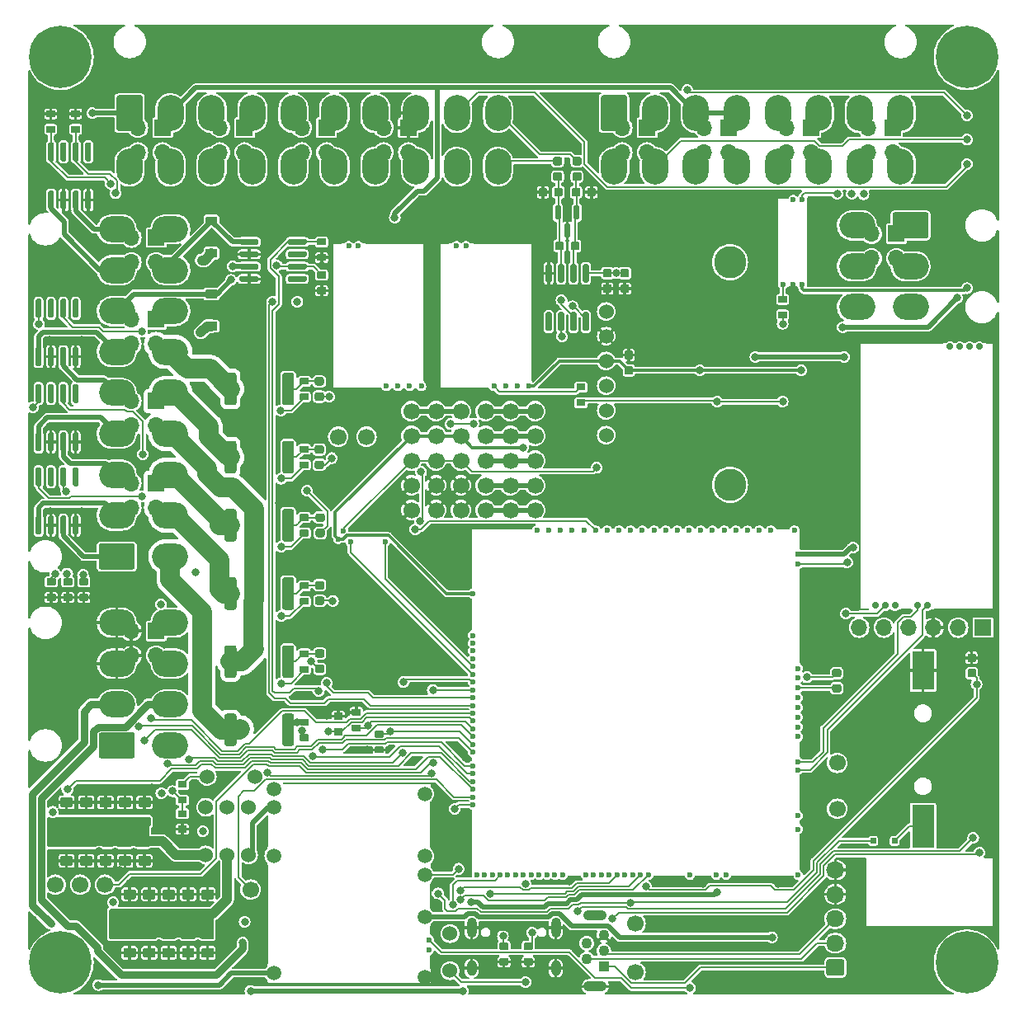
<source format=gbl>
G04 #@! TF.GenerationSoftware,KiCad,Pcbnew,7.0.11-7.0.11~ubuntu22.04.1*
G04 #@! TF.CreationDate,2024-03-27T05:20:39+00:00*
G04 #@! TF.ProjectId,uaefi,75616566-692e-46b6-9963-61645f706362,C*
G04 #@! TF.SameCoordinates,Original*
G04 #@! TF.FileFunction,Copper,L4,Bot*
G04 #@! TF.FilePolarity,Positive*
%FSLAX46Y46*%
G04 Gerber Fmt 4.6, Leading zero omitted, Abs format (unit mm)*
G04 Created by KiCad (PCBNEW 7.0.11-7.0.11~ubuntu22.04.1) date 2024-03-27 05:20:39*
%MOMM*%
%LPD*%
G01*
G04 APERTURE LIST*
G04 #@! TA.AperFunction,ComponentPad*
%ADD10R,1.700000X1.700000*%
G04 #@! TD*
G04 #@! TA.AperFunction,ComponentPad*
%ADD11O,1.700000X1.700000*%
G04 #@! TD*
G04 #@! TA.AperFunction,ComponentPad*
%ADD12O,2.700000X3.700000*%
G04 #@! TD*
G04 #@! TA.AperFunction,ComponentPad*
%ADD13C,1.700000*%
G04 #@! TD*
G04 #@! TA.AperFunction,ComponentPad*
%ADD14C,0.700000*%
G04 #@! TD*
G04 #@! TA.AperFunction,SMDPad,CuDef*
%ADD15R,1.100000X0.250000*%
G04 #@! TD*
G04 #@! TA.AperFunction,SMDPad,CuDef*
%ADD16R,0.980000X0.250000*%
G04 #@! TD*
G04 #@! TA.AperFunction,SMDPad,CuDef*
%ADD17R,6.300000X0.250000*%
G04 #@! TD*
G04 #@! TA.AperFunction,SMDPad,CuDef*
%ADD18R,0.250000X27.600000*%
G04 #@! TD*
G04 #@! TA.AperFunction,SMDPad,CuDef*
%ADD19R,8.750000X0.250000*%
G04 #@! TD*
G04 #@! TA.AperFunction,SMDPad,CuDef*
%ADD20R,0.950000X0.250000*%
G04 #@! TD*
G04 #@! TA.AperFunction,ComponentPad*
%ADD21C,0.800000*%
G04 #@! TD*
G04 #@! TA.AperFunction,ComponentPad*
%ADD22C,6.400000*%
G04 #@! TD*
G04 #@! TA.AperFunction,ComponentPad*
%ADD23C,1.524000*%
G04 #@! TD*
G04 #@! TA.AperFunction,ComponentPad*
%ADD24O,1.850000X1.700000*%
G04 #@! TD*
G04 #@! TA.AperFunction,ComponentPad*
%ADD25C,0.600000*%
G04 #@! TD*
G04 #@! TA.AperFunction,SMDPad,CuDef*
%ADD26R,6.185000X0.250000*%
G04 #@! TD*
G04 #@! TA.AperFunction,SMDPad,CuDef*
%ADD27R,1.115000X0.250000*%
G04 #@! TD*
G04 #@! TA.AperFunction,SMDPad,CuDef*
%ADD28R,0.250000X14.275000*%
G04 #@! TD*
G04 #@! TA.AperFunction,SMDPad,CuDef*
%ADD29R,0.250000X15.100000*%
G04 #@! TD*
G04 #@! TA.AperFunction,SMDPad,CuDef*
%ADD30R,5.175000X0.250000*%
G04 #@! TD*
G04 #@! TA.AperFunction,ComponentPad*
%ADD31R,1.100000X1.100000*%
G04 #@! TD*
G04 #@! TA.AperFunction,ComponentPad*
%ADD32C,1.100000*%
G04 #@! TD*
G04 #@! TA.AperFunction,ComponentPad*
%ADD33O,2.400000X1.100000*%
G04 #@! TD*
G04 #@! TA.AperFunction,SMDPad,CuDef*
%ADD34O,1.225000X0.200000*%
G04 #@! TD*
G04 #@! TA.AperFunction,SMDPad,CuDef*
%ADD35O,0.200000X9.300000*%
G04 #@! TD*
G04 #@! TA.AperFunction,ComponentPad*
%ADD36C,1.500000*%
G04 #@! TD*
G04 #@! TA.AperFunction,SMDPad,CuDef*
%ADD37O,0.200000X3.300000*%
G04 #@! TD*
G04 #@! TA.AperFunction,SMDPad,CuDef*
%ADD38O,0.200000X10.200000*%
G04 #@! TD*
G04 #@! TA.AperFunction,SMDPad,CuDef*
%ADD39O,0.200000X0.300000*%
G04 #@! TD*
G04 #@! TA.AperFunction,SMDPad,CuDef*
%ADD40O,17.000000X0.200000*%
G04 #@! TD*
G04 #@! TA.AperFunction,SMDPad,CuDef*
%ADD41O,15.400000X0.200000*%
G04 #@! TD*
G04 #@! TA.AperFunction,SMDPad,CuDef*
%ADD42O,0.200000X4.800000*%
G04 #@! TD*
G04 #@! TA.AperFunction,SMDPad,CuDef*
%ADD43O,0.200000X2.600000*%
G04 #@! TD*
G04 #@! TA.AperFunction,SMDPad,CuDef*
%ADD44O,0.200000X1.000000*%
G04 #@! TD*
G04 #@! TA.AperFunction,SMDPad,CuDef*
%ADD45O,0.200000X1.500000*%
G04 #@! TD*
G04 #@! TA.AperFunction,ComponentPad*
%ADD46C,0.599999*%
G04 #@! TD*
G04 #@! TA.AperFunction,ComponentPad*
%ADD47O,3.700000X2.700000*%
G04 #@! TD*
G04 #@! TA.AperFunction,SMDPad,CuDef*
%ADD48R,0.200000X3.700000*%
G04 #@! TD*
G04 #@! TA.AperFunction,SMDPad,CuDef*
%ADD49R,0.200000X0.400000*%
G04 #@! TD*
G04 #@! TA.AperFunction,SMDPad,CuDef*
%ADD50R,0.200000X1.600000*%
G04 #@! TD*
G04 #@! TA.AperFunction,SMDPad,CuDef*
%ADD51R,0.200000X9.700000*%
G04 #@! TD*
G04 #@! TA.AperFunction,SMDPad,CuDef*
%ADD52R,0.200000X2.300000*%
G04 #@! TD*
G04 #@! TA.AperFunction,SMDPad,CuDef*
%ADD53R,1.400000X0.200000*%
G04 #@! TD*
G04 #@! TA.AperFunction,SMDPad,CuDef*
%ADD54R,6.400000X0.200000*%
G04 #@! TD*
G04 #@! TA.AperFunction,SMDPad,CuDef*
%ADD55R,1.700000X0.200000*%
G04 #@! TD*
G04 #@! TA.AperFunction,SMDPad,CuDef*
%ADD56R,3.300000X0.200000*%
G04 #@! TD*
G04 #@! TA.AperFunction,SMDPad,CuDef*
%ADD57R,0.200000X7.000000*%
G04 #@! TD*
G04 #@! TA.AperFunction,SMDPad,CuDef*
%ADD58R,0.200000X3.300000*%
G04 #@! TD*
G04 #@! TA.AperFunction,SMDPad,CuDef*
%ADD59R,0.200000X6.300000*%
G04 #@! TD*
G04 #@! TA.AperFunction,ComponentPad*
%ADD60O,1.000000X2.100000*%
G04 #@! TD*
G04 #@! TA.AperFunction,ComponentPad*
%ADD61O,1.000000X1.600000*%
G04 #@! TD*
G04 #@! TA.AperFunction,ComponentPad*
%ADD62C,3.302000*%
G04 #@! TD*
G04 #@! TA.AperFunction,SMDPad,CuDef*
%ADD63R,2.299995X4.399991*%
G04 #@! TD*
G04 #@! TA.AperFunction,SMDPad,CuDef*
%ADD64R,2.299995X3.999992*%
G04 #@! TD*
G04 #@! TA.AperFunction,ViaPad*
%ADD65C,0.800000*%
G04 #@! TD*
G04 #@! TA.AperFunction,Conductor*
%ADD66C,0.200000*%
G04 #@! TD*
G04 #@! TA.AperFunction,Conductor*
%ADD67C,1.000000*%
G04 #@! TD*
G04 #@! TA.AperFunction,Conductor*
%ADD68C,0.800000*%
G04 #@! TD*
G04 #@! TA.AperFunction,Conductor*
%ADD69C,0.300000*%
G04 #@! TD*
G04 #@! TA.AperFunction,Conductor*
%ADD70C,0.500000*%
G04 #@! TD*
G04 #@! TA.AperFunction,Conductor*
%ADD71C,2.000000*%
G04 #@! TD*
G04 #@! TA.AperFunction,Conductor*
%ADD72C,0.150000*%
G04 #@! TD*
G04 APERTURE END LIST*
D10*
G04 #@! TO.P,J21,1,Pin_1*
G04 #@! TO.N,/OUT_IGN3*
X13315000Y52750000D03*
D11*
G04 #@! TO.P,J21,2,Pin_2*
G04 #@! TO.N,/OUT_INJ4*
X10775000Y52750000D03*
G04 #@! TO.P,J21,3,Pin_3*
G04 #@! TO.N,/OUT_IGN4*
X13315000Y50210000D03*
G04 #@! TO.P,J21,4,Pin_4*
G04 #@! TO.N,/OUT_INJ5*
X10775000Y50210000D03*
G04 #@! TD*
G04 #@! TO.P,J10,1,Pin_1*
G04 #@! TO.N,/IN_AUX1*
G04 #@! TA.AperFunction,ComponentPad*
G36*
G01*
X58950000Y89125001D02*
X58950000Y92324999D01*
G75*
G02*
X59200001Y92575000I250001J0D01*
G01*
X61399999Y92575000D01*
G75*
G02*
X61650000Y92324999I0J-250001D01*
G01*
X61650000Y89125001D01*
G75*
G02*
X61399999Y88875000I-250001J0D01*
G01*
X59200001Y88875000D01*
G75*
G02*
X58950000Y89125001I0J250001D01*
G01*
G37*
G04 #@! TD.AperFunction*
D12*
G04 #@! TO.P,J10,2,Pin_2*
G04 #@! TO.N,/IN_BUTTON1*
X64500000Y90725000D03*
G04 #@! TO.P,J10,3,Pin_3*
G04 #@! TO.N,+5VP*
X68700000Y90725000D03*
G04 #@! TO.P,J10,4,Pin_4*
X72900000Y90725000D03*
G04 #@! TO.P,J10,5,Pin_5*
G04 #@! TO.N,/IN_FLEX*
X77100000Y90725000D03*
G04 #@! TO.P,J10,6,Pin_6*
G04 #@! TO.N,/IN_PPS1*
X81300000Y90725000D03*
G04 #@! TO.P,J10,7,Pin_7*
G04 #@! TO.N,/CAN+*
X85500000Y90725000D03*
G04 #@! TO.P,J10,8,Pin_8*
G04 #@! TO.N,/CAN-*
X89700000Y90725000D03*
G04 #@! TO.P,J10,9,Pin_9*
G04 #@! TO.N,/IN_MAP*
X60300000Y85225000D03*
G04 #@! TO.P,J10,10,Pin_10*
G04 #@! TO.N,/IN_BUTTON2*
X64500000Y85225000D03*
G04 #@! TO.P,J10,11,Pin_11*
G04 #@! TO.N,GNDA*
X68700000Y85225000D03*
G04 #@! TO.P,J10,12,Pin_12*
X72900000Y85225000D03*
G04 #@! TO.P,J10,13,Pin_13*
G04 #@! TO.N,/IN_TPS1*
X77100000Y85225000D03*
G04 #@! TO.P,J10,14,Pin_14*
G04 #@! TO.N,/IN_KNOCK_RAW*
X81300000Y85225000D03*
G04 #@! TO.P,J10,15,Pin_15*
G04 #@! TO.N,/IN_IAT*
X85500000Y85225000D03*
G04 #@! TO.P,J10,16,Pin_16*
G04 #@! TO.N,/IN_CLT*
X89700000Y85225000D03*
G04 #@! TD*
D13*
G04 #@! TO.P,P8,1,Pin_1*
G04 #@! TO.N,Net-(M6-UART2_TX_(PD5))*
X83200000Y19300000D03*
G04 #@! TD*
D10*
G04 #@! TO.P,J20,1,Pin_1*
G04 #@! TO.N,/OUT_IGN2*
X13315000Y61150000D03*
D11*
G04 #@! TO.P,J20,2,Pin_2*
G04 #@! TO.N,/OUT_INJ2*
X10775000Y61150000D03*
G04 #@! TO.P,J20,3,Pin_3*
G04 #@! TO.N,/OUT_IGN5*
X13315000Y58610000D03*
G04 #@! TO.P,J20,4,Pin_4*
G04 #@! TO.N,/OUT_INJ3*
X10775000Y58610000D03*
G04 #@! TD*
D14*
G04 #@! TO.P,M5,E1,LSU_Un*
G04 #@! TO.N,/WBO_Un*
X97775000Y66750000D03*
G04 #@! TO.P,M5,E2,LSU_Vm*
G04 #@! TO.N,/WBO_Vm*
X94775000Y66750000D03*
G04 #@! TO.P,M5,E3,LSU_Ip*
G04 #@! TO.N,/WBO_Ip*
X95775000Y66750000D03*
G04 #@! TO.P,M5,E4,LSU_Rtrim*
G04 #@! TO.N,/WBO_Rtrim*
X96775000Y66750000D03*
D15*
G04 #@! TO.P,M5,G,GND*
G04 #@! TO.N,GND*
X85925000Y39775000D03*
D16*
X90265000Y39775000D03*
D17*
X96225000Y39775000D03*
D18*
X85500000Y53450000D03*
X99250000Y53450000D03*
D19*
X89750000Y67125000D03*
D20*
X98900000Y67125000D03*
D14*
G04 #@! TO.P,M5,W1,V5_IN*
G04 #@! TO.N,+5VA*
X88125000Y40158800D03*
G04 #@! TO.P,M5,W2,CAN_VIO*
G04 #@! TO.N,unconnected-(M5-CAN_VIO-PadW2)*
X89125000Y40158800D03*
G04 #@! TO.P,M5,W3,CANL*
G04 #@! TO.N,/CAN-*
X92421000Y40158800D03*
G04 #@! TO.P,M5,W4,CANH*
G04 #@! TO.N,/CAN+*
X91405000Y40158800D03*
G04 #@! TO.P,M5,W9,VDDA*
G04 #@! TO.N,unconnected-(M5-VDDA-PadW9)*
X87125000Y40158800D03*
G04 #@! TD*
G04 #@! TO.P,J2,1,Pin_1*
G04 #@! TO.N,+5VP*
G04 #@! TA.AperFunction,ComponentPad*
G36*
G01*
X9250000Y89125001D02*
X9250000Y92324999D01*
G75*
G02*
X9500001Y92575000I250001J0D01*
G01*
X11699999Y92575000D01*
G75*
G02*
X11950000Y92324999I0J-250001D01*
G01*
X11950000Y89125001D01*
G75*
G02*
X11699999Y88875000I-250001J0D01*
G01*
X9500001Y88875000D01*
G75*
G02*
X9250000Y89125001I0J250001D01*
G01*
G37*
G04 #@! TD.AperFunction*
D12*
G04 #@! TO.P,J2,2,Pin_2*
X14800000Y90725000D03*
G04 #@! TO.P,J2,3,Pin_3*
G04 #@! TO.N,/IN_AUX2*
X19000000Y90725000D03*
G04 #@! TO.P,J2,4,Pin_4*
G04 #@! TO.N,/IN_PPS2*
X23200000Y90725000D03*
G04 #@! TO.P,J2,5,Pin_5*
G04 #@! TO.N,/IN_HALL1*
X27400000Y90725000D03*
G04 #@! TO.P,J2,6,Pin_6*
G04 #@! TO.N,/IN_HALL2*
X31600000Y90725000D03*
G04 #@! TO.P,J2,7,Pin_7*
G04 #@! TO.N,/IN_HALL3*
X35800000Y90725000D03*
G04 #@! TO.P,J2,8,Pin_8*
G04 #@! TO.N,GND*
X40000000Y90725000D03*
G04 #@! TO.P,J2,9,Pin_9*
G04 #@! TO.N,/IN_BUTTON3*
X44200000Y90725000D03*
G04 #@! TO.P,J2,10,Pin_10*
G04 #@! TO.N,/EGT+*
X48400000Y90725000D03*
G04 #@! TO.P,J2,11,Pin_11*
G04 #@! TO.N,GNDA*
X10600000Y85225000D03*
G04 #@! TO.P,J2,12,Pin_12*
X14800000Y85225000D03*
G04 #@! TO.P,J2,13,Pin_13*
X19000000Y85225000D03*
G04 #@! TO.P,J2,14,Pin_14*
G04 #@! TO.N,/IN_TPS2*
X23200000Y85225000D03*
G04 #@! TO.P,J2,15,Pin_15*
G04 #@! TO.N,/IN_AUX3*
X27400000Y85225000D03*
G04 #@! TO.P,J2,16,Pin_16*
G04 #@! TO.N,/VR_MAX9924+*
X31600000Y85225000D03*
G04 #@! TO.P,J2,17,Pin_17*
G04 #@! TO.N,/VR_MAX9924-*
X35800000Y85225000D03*
G04 #@! TO.P,J2,18,Pin_18*
G04 #@! TO.N,/VR_DISCRETE+*
X40000000Y85225000D03*
G04 #@! TO.P,J2,19,Pin_19*
G04 #@! TO.N,/VR_DISCRETE-*
X44200000Y85225000D03*
G04 #@! TO.P,J2,20,Pin_20*
G04 #@! TO.N,/EGT-*
X48400000Y85225000D03*
G04 #@! TD*
D10*
G04 #@! TO.P,J17,1,Pin_1*
G04 #@! TO.N,GND*
X39190000Y89225000D03*
D11*
G04 #@! TO.P,J17,2,Pin_2*
G04 #@! TO.N,/IN_HALL3*
X36650000Y89225000D03*
G04 #@! TO.P,J17,3,Pin_3*
G04 #@! TO.N,/VR_DISCRETE+*
X39190000Y86685000D03*
G04 #@! TO.P,J17,4,Pin_4*
G04 #@! TO.N,/VR_MAX9924-*
X36650000Y86685000D03*
G04 #@! TD*
D13*
G04 #@! TO.P,P1,1,Pin_1*
G04 #@! TO.N,Net-(M7-CANL)*
X32000000Y57500000D03*
G04 #@! TD*
G04 #@! TO.P,P2,1,Pin_1*
G04 #@! TO.N,Net-(M7-CANH)*
X34900000Y57500000D03*
G04 #@! TD*
G04 #@! TO.P,P15,1,Pin_1*
G04 #@! TO.N,/DC1_DIR*
X5540000Y11500000D03*
G04 #@! TD*
D21*
G04 #@! TO.P,H1,1*
G04 #@! TO.N,N/C*
X1100000Y96500000D03*
X1802944Y98197056D03*
X1802944Y94802944D03*
X3500000Y98900000D03*
D22*
X3500000Y96500000D03*
D21*
X3500000Y94100000D03*
X5197056Y98197056D03*
X5197056Y94802944D03*
X5900000Y96500000D03*
G04 #@! TD*
G04 #@! TO.P,H4,1*
G04 #@! TO.N,N/C*
X94100000Y96500000D03*
X94802944Y98197056D03*
X94802944Y94802944D03*
X96500000Y98900000D03*
D22*
X96500000Y96500000D03*
D21*
X96500000Y94100000D03*
X98197056Y98197056D03*
X98197056Y94802944D03*
X98900000Y96500000D03*
G04 #@! TD*
D23*
G04 #@! TO.P,F4,1,1*
G04 #@! TO.N,+12V*
X18400000Y19450000D03*
G04 #@! TO.P,F4,2,2*
G04 #@! TO.N,/DC Driver 1/PWR*
X18400000Y14550000D03*
G04 #@! TD*
G04 #@! TO.P,J7,1,Pin_1*
G04 #@! TO.N,/VBUS*
G04 #@! TA.AperFunction,ComponentPad*
G36*
G01*
X83675000Y2150000D02*
X82325000Y2150000D01*
G75*
G02*
X82075000Y2400000I0J250000D01*
G01*
X82075000Y3600000D01*
G75*
G02*
X82325000Y3850000I250000J0D01*
G01*
X83675000Y3850000D01*
G75*
G02*
X83925000Y3600000I0J-250000D01*
G01*
X83925000Y2400000D01*
G75*
G02*
X83675000Y2150000I-250000J0D01*
G01*
G37*
G04 #@! TD.AperFunction*
D24*
G04 #@! TO.P,J7,2,Pin_2*
G04 #@! TO.N,/USB-*
X83000000Y5500000D03*
G04 #@! TO.P,J7,3,Pin_3*
G04 #@! TO.N,/USB+*
X83000000Y8000000D03*
G04 #@! TO.P,J7,4,Pin_4*
G04 #@! TO.N,GND*
X83000000Y10500000D03*
G04 #@! TO.P,J7,5,Pin_5*
X83000000Y13000000D03*
G04 #@! TD*
D13*
G04 #@! TO.P,P4,1,Pin_1*
G04 #@! TO.N,Net-(M6-LED_GREEN)*
X62500000Y7500000D03*
G04 #@! TD*
D21*
G04 #@! TO.P,H2,1*
G04 #@! TO.N,N/C*
X1100000Y3500000D03*
X1802944Y5197056D03*
X1802944Y1802944D03*
X3500000Y5900000D03*
D22*
X3500000Y3500000D03*
D21*
X3500000Y1100000D03*
X5197056Y5197056D03*
X5197056Y1802944D03*
X5900000Y3500000D03*
G04 #@! TD*
D25*
G04 #@! TO.P,M3,E1,Thresh_IN*
G04 #@! TO.N,/VR_DISCRETE_THR*
X49175000Y62675000D03*
G04 #@! TO.P,M3,E2,OUT_A*
G04 #@! TO.N,/VR_DISCRETE_A*
X47975000Y62675000D03*
G04 #@! TO.P,M3,E3,OUT*
G04 #@! TO.N,/VR_DISCRETE*
X50375000Y62675000D03*
G04 #@! TO.P,M3,E4,V5_IN*
G04 #@! TO.N,+5VA*
X51575000Y62675000D03*
D26*
G04 #@! TO.P,M3,G,GND*
G04 #@! TO.N,GND*
X48907500Y77325000D03*
D27*
X42857500Y77325000D03*
D28*
X51875000Y70312500D03*
D29*
X42425000Y69900000D03*
D30*
X44887500Y62475000D03*
D25*
G04 #@! TO.P,M3,W1,VR-*
G04 #@! TO.N,/VR_DISCRETE-*
X45115000Y77100000D03*
G04 #@! TO.P,M3,W2,VR+*
G04 #@! TO.N,/VR_DISCRETE+*
X44115000Y77100000D03*
G04 #@! TD*
D13*
G04 #@! TO.P,P17,1,Pin_1*
G04 #@! TO.N,/DC1_PWM*
X3000000Y11500000D03*
G04 #@! TD*
D31*
G04 #@! TO.P,J8,1,VBUS*
G04 #@! TO.N,/VBUS*
X59250000Y3100000D03*
D32*
G04 #@! TO.P,J8,2,D-*
G04 #@! TO.N,/USB-*
X57500000Y3900000D03*
G04 #@! TO.P,J8,3,D+*
G04 #@! TO.N,/USB+*
X59250000Y4700000D03*
G04 #@! TO.P,J8,4,ID*
G04 #@! TO.N,unconnected-(J8-ID-Pad4)*
X57500000Y5500000D03*
G04 #@! TO.P,J8,5,GND*
G04 #@! TO.N,GND*
X59250000Y6300000D03*
D33*
G04 #@! TO.P,J8,6,Shield*
X58375000Y1050000D03*
X58375000Y8350000D03*
G04 #@! TD*
D23*
G04 #@! TO.P,F3,1,1*
G04 #@! TO.N,+12V*
X20600000Y19450000D03*
G04 #@! TO.P,F3,2,2*
G04 #@! TO.N,/DC Driver 2/PWR*
X20600000Y14550000D03*
G04 #@! TD*
D25*
G04 #@! TO.P,M2,E1,V5A*
G04 #@! TO.N,+5VA*
X79574999Y73125000D03*
D34*
G04 #@! TO.P,M2,E2,GND*
G04 #@! TO.N,GND*
X77599999Y82025000D03*
D35*
X80174999Y77475000D03*
X77074999Y77475000D03*
D25*
X78624999Y73125000D03*
G04 #@! TO.P,M2,E3,OUT_KNOCK*
G04 #@! TO.N,/IN_KNOCK*
X77675001Y73125000D03*
G04 #@! TO.P,M2,W1,IN_KNOCK*
G04 #@! TO.N,/IN_KNOCK_RAW*
X78674999Y81825000D03*
G04 #@! TO.P,M2,W2,VREF*
G04 #@! TO.N,/VREF1*
X79574999Y81825000D03*
G04 #@! TD*
D13*
G04 #@! TO.P,P18,1,Pin_1*
G04 #@! TO.N,/DC2_PWM*
X23000000Y11000000D03*
G04 #@! TD*
D36*
G04 #@! TO.P,M1,E1,VBAT*
G04 #@! TO.N,/VBAT*
X40874995Y20824999D03*
G04 #@! TO.P,M1,E2,V12*
G04 #@! TO.N,unconnected-(M1-V12-PadE2)*
X40874995Y14425002D03*
G04 #@! TO.P,M1,E3,VIGN*
G04 #@! TO.N,/VIGN*
X40874995Y12524999D03*
G04 #@! TO.P,M1,E4,V5*
G04 #@! TO.N,+5V*
X40874995Y8224999D03*
D25*
G04 #@! TO.P,M1,E5,EN_5VP*
G04 #@! TO.N,/PWR_EN*
X41324994Y5825002D03*
G04 #@! TO.P,M1,E6,PG_5VP*
G04 #@! TO.N,Net-(M1-PG_5VP)*
X41324994Y4825001D03*
D37*
G04 #@! TO.P,M1,S1,GND*
G04 #@! TO.N,GND*
X24724999Y16974999D03*
D38*
X24724999Y8475001D03*
D39*
X24724999Y1374999D03*
D40*
X33124997Y1324999D03*
D41*
X33924998Y21924999D03*
D36*
X40874995Y1974999D03*
D39*
X41524996Y21874999D03*
D42*
X41524996Y17675001D03*
D43*
X41524996Y10324999D03*
D44*
X41524996Y6825002D03*
D45*
X41524996Y3525001D03*
D36*
G04 #@! TO.P,M1,V1,V12_PERM*
G04 #@! TO.N,+12V_RAW*
X25374998Y21275001D03*
G04 #@! TO.P,M1,V2,IN_VIGN*
G04 #@! TO.N,/IN_VIGN*
X25374998Y19425002D03*
G04 #@! TO.P,M1,V3,V12_RAW*
G04 #@! TO.N,+12V_RAW*
X25374998Y14474999D03*
G04 #@! TO.P,M1,V4,5VP*
G04 #@! TO.N,+5VP*
X25374998Y2425001D03*
G04 #@! TD*
D46*
G04 #@! TO.P,M7,V1,V5*
G04 #@! TO.N,+5VA*
X31999999Y46975001D03*
G04 #@! TO.P,M7,V2,CAN_VIO*
G04 #@! TO.N,+3.3VA*
X32524999Y47850003D03*
G04 #@! TO.P,M7,V5,CAN_TX*
G04 #@! TO.N,Net-(M6-SPI2_SCK_{slash}_CAN2_TX_(PB13))*
X33274997Y46674999D03*
G04 #@! TO.P,M7,V6,CAN_RX*
G04 #@! TO.N,Net-(M6-SPI2_CS_{slash}_CAN2_RX_(PB12))*
X36824998Y46750002D03*
G04 #@! TD*
D10*
G04 #@! TO.P,J11,1,Pin_1*
G04 #@! TO.N,/IN_PPS1*
X80490000Y89225000D03*
D11*
G04 #@! TO.P,J11,2,Pin_2*
G04 #@! TO.N,/IN_FLEX*
X77950000Y89225000D03*
G04 #@! TO.P,J11,3,Pin_3*
G04 #@! TO.N,/IN_KNOCK_RAW*
X80490000Y86685000D03*
G04 #@! TO.P,J11,4,Pin_4*
G04 #@! TO.N,/IN_TPS1*
X77950000Y86685000D03*
G04 #@! TD*
G04 #@! TO.P,J5,1,Pin_1*
G04 #@! TO.N,/OUT_INJ6*
G04 #@! TA.AperFunction,ComponentPad*
G36*
G01*
X10874999Y43850000D02*
X7675001Y43850000D01*
G75*
G02*
X7425000Y44100001I0J250001D01*
G01*
X7425000Y46299999D01*
G75*
G02*
X7675001Y46550000I250001J0D01*
G01*
X10874999Y46550000D01*
G75*
G02*
X11125000Y46299999I0J-250001D01*
G01*
X11125000Y44100001D01*
G75*
G02*
X10874999Y43850000I-250001J0D01*
G01*
G37*
G04 #@! TD.AperFunction*
D47*
G04 #@! TO.P,J5,2,Pin_2*
G04 #@! TO.N,/OUT_INJ5*
X9275000Y49400000D03*
G04 #@! TO.P,J5,3,Pin_3*
G04 #@! TO.N,/OUT_INJ4*
X9275000Y53600000D03*
G04 #@! TO.P,J5,4,Pin_4*
G04 #@! TO.N,/OUT_INJ3*
X9275000Y57800000D03*
G04 #@! TO.P,J5,5,Pin_5*
G04 #@! TO.N,/OUT_INJ2*
X9275000Y62000000D03*
G04 #@! TO.P,J5,6,Pin_6*
G04 #@! TO.N,/OUT_INJ1*
X9275000Y66200000D03*
G04 #@! TO.P,J5,7,Pin_7*
G04 #@! TO.N,/OUT_LS1*
X9275000Y70400000D03*
G04 #@! TO.P,J5,8,Pin_8*
G04 #@! TO.N,/OUT_LS_HOT2*
X9275000Y74600000D03*
G04 #@! TO.P,J5,9,Pin_9*
G04 #@! TO.N,/OUT_LS_HOT1*
X9275000Y78800000D03*
G04 #@! TO.P,J5,10,Pin_10*
G04 #@! TO.N,/OUT_IGN6*
X14775000Y45200000D03*
G04 #@! TO.P,J5,11,Pin_11*
G04 #@! TO.N,/OUT_IGN4*
X14775000Y49400000D03*
G04 #@! TO.P,J5,12,Pin_12*
G04 #@! TO.N,/OUT_IGN3*
X14775000Y53600000D03*
G04 #@! TO.P,J5,13,Pin_13*
G04 #@! TO.N,/OUT_IGN5*
X14775000Y57800000D03*
G04 #@! TO.P,J5,14,Pin_14*
G04 #@! TO.N,/OUT_IGN2*
X14775000Y62000000D03*
G04 #@! TO.P,J5,15,Pin_15*
G04 #@! TO.N,/OUT_IGN1*
X14775000Y66200000D03*
G04 #@! TO.P,J5,16,Pin_16*
G04 #@! TO.N,/OUT_LS4*
X14775000Y70400000D03*
G04 #@! TO.P,J5,17,Pin_17*
G04 #@! TO.N,/OUT_LS3*
X14775000Y74600000D03*
G04 #@! TO.P,J5,18,Pin_18*
G04 #@! TO.N,/OUT_LS2*
X14775000Y78800000D03*
G04 #@! TD*
D10*
G04 #@! TO.P,J1,1,Pin_1*
G04 #@! TO.N,/CAN-*
X88890000Y89225000D03*
D11*
G04 #@! TO.P,J1,2,Pin_2*
G04 #@! TO.N,/CAN+*
X86350000Y89225000D03*
G04 #@! TO.P,J1,3,Pin_3*
G04 #@! TO.N,/IN_CLT*
X88890000Y86685000D03*
G04 #@! TO.P,J1,4,Pin_4*
G04 #@! TO.N,/IN_IAT*
X86350000Y86685000D03*
G04 #@! TD*
G04 #@! TO.P,J3,1,Pin_1*
G04 #@! TO.N,+12V_RAW*
G04 #@! TA.AperFunction,ComponentPad*
G36*
G01*
X89125001Y80550000D02*
X92324999Y80550000D01*
G75*
G02*
X92575000Y80299999I0J-250001D01*
G01*
X92575000Y78100001D01*
G75*
G02*
X92324999Y77850000I-250001J0D01*
G01*
X89125001Y77850000D01*
G75*
G02*
X88875000Y78100001I0J250001D01*
G01*
X88875000Y80299999D01*
G75*
G02*
X89125001Y80550000I250001J0D01*
G01*
G37*
G04 #@! TD.AperFunction*
D47*
G04 #@! TO.P,J3,2,Pin_2*
G04 #@! TO.N,/WBO_Rtrim*
X90725000Y75000000D03*
G04 #@! TO.P,J3,3,Pin_3*
G04 #@! TO.N,/WBO_Heater*
X90725000Y70800000D03*
G04 #@! TO.P,J3,4,Pin_4*
G04 #@! TO.N,/WBO_Un*
X85225000Y79200000D03*
G04 #@! TO.P,J3,5,Pin_5*
G04 #@! TO.N,/WBO_Ip*
X85225000Y75000000D03*
G04 #@! TO.P,J3,6,Pin_6*
G04 #@! TO.N,/WBO_Vm*
X85225000Y70800000D03*
G04 #@! TD*
D10*
G04 #@! TO.P,J16,1,Pin_1*
G04 #@! TO.N,/IN_HALL2*
X30790000Y89225000D03*
D11*
G04 #@! TO.P,J16,2,Pin_2*
G04 #@! TO.N,/IN_HALL1*
X28250000Y89225000D03*
G04 #@! TO.P,J16,3,Pin_3*
G04 #@! TO.N,/VR_MAX9924+*
X30790000Y86685000D03*
G04 #@! TO.P,J16,4,Pin_4*
G04 #@! TO.N,/IN_AUX3*
X28250000Y86685000D03*
G04 #@! TD*
D23*
G04 #@! TO.P,F1,1,1*
G04 #@! TO.N,/12V_KEY*
X22800000Y19450000D03*
G04 #@! TO.P,F1,2,2*
G04 #@! TO.N,/IN_VIGN*
X22800000Y14550000D03*
G04 #@! TD*
D13*
G04 #@! TO.P,G3,1*
G04 #@! TO.N,GND*
X39500000Y49960000D03*
G04 #@! TO.P,G3,2*
X39500000Y52500000D03*
G04 #@! TO.P,G3,3*
G04 #@! TO.N,+3.3VA*
X39500000Y55040000D03*
G04 #@! TO.P,G3,4*
G04 #@! TO.N,+5VA*
X39500000Y57580000D03*
G04 #@! TO.P,G3,5*
G04 #@! TO.N,+12V_RAW*
X39500000Y60120000D03*
G04 #@! TO.P,G3,6*
G04 #@! TO.N,GND*
X42040000Y49960000D03*
G04 #@! TO.P,G3,7*
X42040000Y52500000D03*
G04 #@! TO.P,G3,8*
G04 #@! TO.N,+3.3VA*
X42040000Y55040000D03*
G04 #@! TO.P,G3,9*
G04 #@! TO.N,+5VA*
X42040000Y57580000D03*
G04 #@! TO.P,G3,10*
G04 #@! TO.N,+12V_RAW*
X42040000Y60120000D03*
G04 #@! TO.P,G3,11*
G04 #@! TO.N,GND*
X44580000Y49960000D03*
G04 #@! TO.P,G3,12*
X44580000Y52500000D03*
G04 #@! TO.P,G3,13*
G04 #@! TO.N,+3.3VA*
X44580000Y55040000D03*
G04 #@! TO.P,G3,14*
G04 #@! TO.N,+5VA*
X44580000Y57580000D03*
G04 #@! TO.P,G3,15*
G04 #@! TO.N,+12V_RAW*
X44580000Y60120000D03*
G04 #@! TD*
G04 #@! TO.P,P3,1,Pin_1*
G04 #@! TO.N,Net-(M6-LED_YELLOW)*
X62500000Y2500000D03*
G04 #@! TD*
D23*
G04 #@! TO.P,R4,1,1*
G04 #@! TO.N,Net-(M1-PG_5VP)*
X43474609Y6474609D03*
G04 #@! TO.P,R4,2,2*
G04 #@! TO.N,/PG_5VP*
X43474609Y2664609D03*
G04 #@! TD*
D10*
G04 #@! TO.P,J24,1,Pin_1*
G04 #@! TO.N,+12V_RAW*
X89265000Y78350000D03*
D11*
G04 #@! TO.P,J24,2,Pin_2*
G04 #@! TO.N,/WBO_Un*
X86725000Y78350000D03*
G04 #@! TO.P,J24,3,Pin_3*
G04 #@! TO.N,/WBO_Rtrim*
X89265000Y75810000D03*
G04 #@! TO.P,J24,4,Pin_4*
G04 #@! TO.N,/WBO_Ip*
X86725000Y75810000D03*
G04 #@! TD*
G04 #@! TO.P,J4,1,Pin_1*
G04 #@! TO.N,/OUT_DC1-*
G04 #@! TA.AperFunction,ComponentPad*
G36*
G01*
X10874999Y24450000D02*
X7675001Y24450000D01*
G75*
G02*
X7425000Y24700001I0J250001D01*
G01*
X7425000Y26899999D01*
G75*
G02*
X7675001Y27150000I250001J0D01*
G01*
X10874999Y27150000D01*
G75*
G02*
X11125000Y26899999I0J-250001D01*
G01*
X11125000Y24700001D01*
G75*
G02*
X10874999Y24450000I-250001J0D01*
G01*
G37*
G04 #@! TD.AperFunction*
D47*
G04 #@! TO.P,J4,2,Pin_2*
G04 #@! TO.N,/OUT_DC2-*
X9275000Y30000000D03*
G04 #@! TO.P,J4,3,Pin_3*
G04 #@! TO.N,GND*
X9275000Y34200000D03*
G04 #@! TO.P,J4,4,Pin_4*
X9275000Y38400000D03*
G04 #@! TO.P,J4,5,Pin_5*
G04 #@! TO.N,/OUT_DC1+*
X14775000Y25800000D03*
G04 #@! TO.P,J4,6,Pin_6*
G04 #@! TO.N,/OUT_DC2+*
X14775000Y30000000D03*
G04 #@! TO.P,J4,7,Pin_7*
G04 #@! TO.N,/12V_KEY*
X14775000Y34200000D03*
G04 #@! TO.P,J4,8,Pin_8*
G04 #@! TO.N,+12V*
X14775000Y38400000D03*
G04 #@! TD*
D13*
G04 #@! TO.P,P7,1,Pin_1*
G04 #@! TO.N,Net-(M6-UART2_RX_(PD6))*
X83200000Y24000000D03*
G04 #@! TD*
D25*
G04 #@! TO.P,M6,E1,V5A_SWITCHABLE*
G04 #@! TO.N,+5VA*
X45800010Y41400000D03*
G04 #@! TO.P,M6,E2,GNDA*
G04 #@! TO.N,unconnected-(M6-GNDA-PadE2)*
X45800000Y37100000D03*
G04 #@! TO.P,M6,E3,I2C_SCL_(PB10)*
G04 #@! TO.N,unconnected-(M6-I2C_SCL_(PB10)-PadE3)*
X45800000Y36300010D03*
G04 #@! TO.P,M6,E4,I2C_SDA_(PB11)*
G04 #@! TO.N,unconnected-(M6-I2C_SDA_(PB11)-PadE4)*
X45800000Y35500000D03*
G04 #@! TO.P,M6,E5,IN_VIGN_(PA5)*
G04 #@! TO.N,/VIGN*
X45800000Y34700000D03*
G04 #@! TO.P,M6,E6,SPI2_CS_/_CAN2_RX_(PB12)*
G04 #@! TO.N,Net-(M6-SPI2_CS_{slash}_CAN2_RX_(PB12))*
X45800000Y33900000D03*
G04 #@! TO.P,M6,E7,SPI2_SCK_/_CAN2_TX_(PB13)*
G04 #@! TO.N,Net-(M6-SPI2_SCK_{slash}_CAN2_TX_(PB13))*
X45800000Y33100000D03*
G04 #@! TO.P,M6,E8,SPI2_MISO_(PB14)*
G04 #@! TO.N,/DC1_DIS*
X45800000Y32300000D03*
G04 #@! TO.P,M6,E9,SPI2_MOSI_(PB15)*
G04 #@! TO.N,/DC2_DIR*
X45800000Y31500000D03*
G04 #@! TO.P,M6,E10,OUT_INJ8_(PD12)*
G04 #@! TO.N,/LS2*
X45800000Y30700000D03*
G04 #@! TO.P,M6,E11,OUT_INJ7_(PD15)*
G04 #@! TO.N,/LS1*
X45800000Y29900000D03*
G04 #@! TO.P,M6,E12,OUT_INJ6_(PA8)*
G04 #@! TO.N,/INJ6*
X45800000Y29100000D03*
G04 #@! TO.P,M6,E13,OUT_INJ5_(PD2)*
G04 #@! TO.N,/INJ5*
X45800000Y28300000D03*
G04 #@! TO.P,M6,E14,OUT_INJ4_(PD10)*
G04 #@! TO.N,/INJ4*
X45800000Y27500000D03*
G04 #@! TO.P,M6,E15,OUT_INJ3_(PD11)*
G04 #@! TO.N,/INJ3*
X45800000Y26700000D03*
G04 #@! TO.P,M6,E16,OUT_INJ2_(PA9)*
G04 #@! TO.N,/INJ2*
X45800010Y25900010D03*
G04 #@! TO.P,M6,E17,OUT_INJ1_(PD3)*
G04 #@! TO.N,/INJ1*
X45800000Y25100000D03*
G04 #@! TO.P,M6,E18,OUT_PWM1_(PD13)*
G04 #@! TO.N,/LS3*
X45800000Y23700000D03*
G04 #@! TO.P,M6,E19,OUT_PWM2_(PC6)*
G04 #@! TO.N,/LS4*
X45800000Y22900010D03*
G04 #@! TO.P,M6,E20,OUT_PWM3_(PC7)*
G04 #@! TO.N,/DC1_PWM*
X45800000Y22100010D03*
G04 #@! TO.P,M6,E21,OUT_PWM4_(PC8)*
G04 #@! TO.N,/DC1_DIR*
X45800000Y21300010D03*
G04 #@! TO.P,M6,E22,OUT_PWM5_(PC9)*
G04 #@! TO.N,/DC2_PWM*
X45800000Y20500010D03*
G04 #@! TO.P,M6,E23,OUT_PWM6_(PD14)*
G04 #@! TO.N,/VR_DISCRETE_THR*
X45800000Y19700000D03*
D48*
G04 #@! TO.P,M6,G,GND*
G04 #@! TO.N,GND*
X79400010Y14850010D03*
D49*
X79400010Y17900000D03*
D48*
X79400010Y20950010D03*
D50*
X79400010Y25400000D03*
D51*
X79400010Y39050000D03*
D52*
X79400010Y47050000D03*
D53*
X77600000Y48100010D03*
D54*
X75500010Y12300010D03*
D55*
X69450010Y12300010D03*
D56*
X65950010Y12300010D03*
D53*
X56200010Y12300010D03*
D54*
X48700010Y48100010D03*
D57*
X45600000Y15699990D03*
D49*
X45600000Y24400010D03*
D58*
X45600000Y39250010D03*
D59*
X45600000Y45050010D03*
D25*
G04 #@! TO.P,M6,N1,VBUS*
G04 #@! TO.N,/VBUS*
X46200000Y12500000D03*
G04 #@! TO.P,M6,N2,USBM_(PA11)*
G04 #@! TO.N,/USB-*
X47000000Y12500000D03*
G04 #@! TO.P,M6,N3,USBP_(PA12)*
G04 #@! TO.N,/USB+*
X47800000Y12500000D03*
G04 #@! TO.P,M6,N4,USBID_(PA10)*
G04 #@! TO.N,/DC2_DIS*
X48600010Y12500000D03*
G04 #@! TO.P,M6,N5,SWDIO_(PA13)*
G04 #@! TO.N,unconnected-(M6-SWDIO_(PA13)-PadN5)*
X49400000Y12500000D03*
G04 #@! TO.P,M6,N6,SWCLK_(PA14)*
G04 #@! TO.N,unconnected-(M6-SWCLK_(PA14)-PadN6)*
X50200000Y12500000D03*
G04 #@! TO.P,M6,N7,nReset*
G04 #@! TO.N,unconnected-(M6-nReset-PadN7)*
X51000000Y12500000D03*
G04 #@! TO.P,M6,N8,SWO_(PB3)*
G04 #@! TO.N,unconnected-(M6-SWO_(PB3)-PadN8)*
X51800010Y12500000D03*
G04 #@! TO.P,M6,N9,SPI3_CS_(PA15)*
G04 #@! TO.N,/EGT/SPI_CS*
X52600000Y12500010D03*
G04 #@! TO.P,M6,N10,SPI3_SCK_(PC10)*
G04 #@! TO.N,/EGT/SPI_SCK*
X53400000Y12500010D03*
G04 #@! TO.P,M6,N11,SPI3_MISO_(PC11)*
G04 #@! TO.N,/EGT/SPI_SO*
X54200000Y12500010D03*
G04 #@! TO.P,M6,N12,SPI3_MOSI_(PC12)*
G04 #@! TO.N,/PG_5VP*
X55000000Y12500010D03*
G04 #@! TO.P,M6,N13,UART2_TX_(PD5)*
G04 #@! TO.N,Net-(M6-UART2_TX_(PD5))*
X57400010Y12500010D03*
G04 #@! TO.P,M6,N14,UART2_RX_(PD6)*
G04 #@! TO.N,Net-(M6-UART2_RX_(PD6))*
X58200010Y12500010D03*
G04 #@! TO.P,M6,N14a,LED_GREEN*
G04 #@! TO.N,Net-(M6-LED_GREEN)*
X59000000Y12500000D03*
G04 #@! TO.P,M6,N14b,LED_YELLOW*
G04 #@! TO.N,Net-(M6-LED_YELLOW)*
X59800010Y12500000D03*
G04 #@! TO.P,M6,N15,V33_SWITCHABLE*
G04 #@! TO.N,+3.3VA*
X60600010Y12500000D03*
G04 #@! TO.P,M6,N16,BOOT0*
G04 #@! TO.N,unconnected-(M6-BOOT0-PadN16)*
X61400010Y12500000D03*
G04 #@! TO.P,M6,N17,VBAT*
G04 #@! TO.N,/VBAT*
X62200010Y12500000D03*
G04 #@! TO.P,M6,N18,UART8_RX_(PE0)*
G04 #@! TO.N,/VR_DISCRETE*
X63000010Y12500010D03*
G04 #@! TO.P,M6,N19,UART8_TX_(PE1)*
G04 #@! TO.N,/VR_MAX9924*
X63800010Y12500010D03*
G04 #@! TO.P,M6,N20,OUT_PWR_EN_(PE10)*
G04 #@! TO.N,/PWR_EN*
X68100010Y12500010D03*
G04 #@! TO.P,M6,N21,V33*
G04 #@! TO.N,+3.3V*
X70800010Y12500010D03*
G04 #@! TO.P,M6,N22,VCC*
G04 #@! TO.N,+5V*
X71800000Y12500010D03*
G04 #@! TO.P,M6,N23,V33*
G04 #@! TO.N,unconnected-(M6-V33-PadN23)*
X79200010Y12500010D03*
G04 #@! TO.P,M6,S1,IN_D4_(PE15)*
G04 #@! TO.N,/IN_BUTTON3*
X52399990Y47900010D03*
G04 #@! TO.P,M6,S2,IN_D3_(PE14)*
G04 #@! TO.N,/IN_HALL3*
X53600000Y47900010D03*
G04 #@! TO.P,M6,S3,IN_D2_(PE13)*
G04 #@! TO.N,/IN_HALL2*
X54800000Y47900010D03*
G04 #@! TO.P,M6,S4,IN_D1_(PE12)*
G04 #@! TO.N,/IN_HALL1*
X56000000Y47900010D03*
G04 #@! TO.P,M6,S5,VREF2*
G04 #@! TO.N,unconnected-(M6-VREF2-PadS5)*
X57200000Y47900010D03*
G04 #@! TO.P,M6,S6,IN_AUX4_(PC5)*
G04 #@! TO.N,/IN_VMAIN*
X58400000Y47900010D03*
G04 #@! TO.P,M6,S7,IN_AUX3_(PA7)*
G04 #@! TO.N,/IN_AUX3*
X59600000Y47900010D03*
G04 #@! TO.P,M6,S8,IN_AUX2_(PC4/PE9)*
G04 #@! TO.N,/IN_PPS2*
X60800000Y47900010D03*
G04 #@! TO.P,M6,S9,IN_AUX1_(PB0)*
G04 #@! TO.N,/IN_TPS2*
X62000000Y47900010D03*
G04 #@! TO.P,M6,S10,IN_O2S2_(PA1)*
G04 #@! TO.N,/IN_AUX2*
X63200000Y47900010D03*
G04 #@! TO.P,M6,S11,IN_O2S_/_CAN_WAKEUP_(PA0)*
G04 #@! TO.N,/IN_AUX1*
X64400000Y47900010D03*
G04 #@! TO.P,M6,S12,IN_MAP2_(PC1)*
G04 #@! TO.N,/INTERNAL_MAP*
X65600000Y47900010D03*
G04 #@! TO.P,M6,S13,IN_MAP1_(PC0)*
G04 #@! TO.N,/IN_MAP*
X66800000Y47900010D03*
G04 #@! TO.P,M6,S14,IN_CRANK_(PB1)*
G04 #@! TO.N,/IN_BUTTON1*
X68000000Y47900010D03*
G04 #@! TO.P,M6,S15,IN_KNOCK_(PA2)*
G04 #@! TO.N,/ADC3*
X69200000Y47900010D03*
G04 #@! TO.P,M6,S16,IN_CAM_(PA6)*
G04 #@! TO.N,/IN_BUTTON2*
X70400000Y47900010D03*
G04 #@! TO.P,M6,S17,IN_VSS_(PE11)*
G04 #@! TO.N,/IN_FLEX*
X71600000Y47900010D03*
G04 #@! TO.P,M6,S18,IN_TPS_(PA4)*
G04 #@! TO.N,/IN_TPS1*
X72800010Y47900010D03*
G04 #@! TO.P,M6,S19,IN_PPS_(PA3)*
G04 #@! TO.N,/IN_PPS1*
X74000010Y47900010D03*
G04 #@! TO.P,M6,S20,IN_IAT_(PC3)*
G04 #@! TO.N,/IN_IAT*
X75200010Y47900010D03*
G04 #@! TO.P,M6,S21,IN_CLT_(PC2)*
G04 #@! TO.N,/IN_CLT*
X76400010Y47900010D03*
G04 #@! TO.P,M6,S22,VREF1*
G04 #@! TO.N,/VREF1*
X78800010Y47900010D03*
G04 #@! TO.P,M6,W1,GNDA*
G04 #@! TO.N,GNDA*
X79200010Y45400000D03*
G04 #@! TO.P,M6,W2,V5A_SWITCHABLE*
G04 #@! TO.N,+5VA*
X79200010Y44400000D03*
G04 #@! TO.P,M6,W3,IGN8_(PE6)*
G04 #@! TO.N,/LS_HOT2*
X79200010Y33700010D03*
G04 #@! TO.P,M6,W4,IGN7_(PB9)*
G04 #@! TO.N,/LS_HOT1*
X79200010Y32700000D03*
G04 #@! TO.P,M6,W5,IGN6_(PB8)*
G04 #@! TO.N,/IGN6*
X79200010Y31700010D03*
G04 #@! TO.P,M6,W6,IGN5_(PE2)*
G04 #@! TO.N,/IGN5*
X79200010Y30700010D03*
G04 #@! TO.P,M6,W7,IGN4_(PE3)*
G04 #@! TO.N,/IGN4*
X79200010Y29700010D03*
G04 #@! TO.P,M6,W8,IGN3_(PE4)*
G04 #@! TO.N,/IGN3*
X79200010Y28700010D03*
G04 #@! TO.P,M6,W9,IGN2_(PE5)*
G04 #@! TO.N,/IGN2*
X79200010Y27700010D03*
G04 #@! TO.P,M6,W10,IGN1_(PC13)*
G04 #@! TO.N,/IGN1*
X79200010Y26700010D03*
G04 #@! TO.P,M6,W11,CANH*
G04 #@! TO.N,/CAN+*
X79200010Y24100010D03*
G04 #@! TO.P,M6,W12,CANL*
G04 #@! TO.N,/CAN-*
X79200010Y23300010D03*
G04 #@! TO.P,M6,W13,V33_REF*
G04 #@! TO.N,unconnected-(M6-V33_REF-PadW13)*
X79200010Y18600000D03*
G04 #@! TO.P,M6,W14,V5A_SWITCHABLE*
G04 #@! TO.N,unconnected-(M6-V5A_SWITCHABLE-PadW14)*
X79200010Y17200010D03*
G04 #@! TD*
D10*
G04 #@! TO.P,J13,1,Pin_1*
G04 #@! TO.N,/IN_BUTTON1*
X63690000Y89225000D03*
D11*
G04 #@! TO.P,J13,2,Pin_2*
G04 #@! TO.N,/IN_AUX1*
X61150000Y89225000D03*
G04 #@! TO.P,J13,3,Pin_3*
G04 #@! TO.N,/IN_BUTTON2*
X63690000Y86685000D03*
G04 #@! TO.P,J13,4,Pin_4*
G04 #@! TO.N,/IN_MAP*
X61150000Y86685000D03*
G04 #@! TD*
D60*
G04 #@! TO.P,J9,S1,SHIELD*
G04 #@! TO.N,GND*
X45680000Y7105000D03*
D61*
X45680000Y2925000D03*
D60*
X54320000Y7105000D03*
D61*
X54320000Y2925000D03*
G04 #@! TD*
D21*
G04 #@! TO.P,H3,1*
G04 #@! TO.N,N/C*
X94100000Y3500000D03*
X94802944Y5197056D03*
X94802944Y1802944D03*
X96500000Y5900000D03*
D22*
X96500000Y3500000D03*
D21*
X96500000Y1100000D03*
X98197056Y5197056D03*
X98197056Y1802944D03*
X98900000Y3500000D03*
G04 #@! TD*
D25*
G04 #@! TO.P,M4,E1,NC*
G04 #@! TO.N,unconnected-(M4-NC-PadE1)*
X38125000Y62675000D03*
G04 #@! TO.P,M4,E2,NC*
G04 #@! TO.N,unconnected-(M4-NC-PadE2)*
X36925000Y62675000D03*
G04 #@! TO.P,M4,E3,OUT*
G04 #@! TO.N,/VR_MAX9924*
X39325000Y62675000D03*
G04 #@! TO.P,M4,E4,V5_IN*
G04 #@! TO.N,+5VA*
X40525000Y62675000D03*
D26*
G04 #@! TO.P,M4,G,GND*
G04 #@! TO.N,GND*
X37857500Y77325000D03*
D27*
X31807500Y77325000D03*
D28*
X40825000Y70312500D03*
D29*
X31375000Y69900000D03*
D30*
X33837500Y62475000D03*
D25*
G04 #@! TO.P,M4,W1,VR-*
G04 #@! TO.N,/VR_MAX9924-*
X34065000Y77100000D03*
G04 #@! TO.P,M4,W2,VR+*
G04 #@! TO.N,/VR_MAX9924+*
X33065000Y77100000D03*
G04 #@! TD*
D10*
G04 #@! TO.P,J14,1,Pin_1*
G04 #@! TO.N,+5VP*
X13990000Y89225000D03*
D11*
G04 #@! TO.P,J14,2,Pin_2*
X11450000Y89225000D03*
G04 #@! TO.P,J14,3,Pin_3*
G04 #@! TO.N,GNDA*
X13990000Y86685000D03*
G04 #@! TO.P,J14,4,Pin_4*
X11450000Y86685000D03*
G04 #@! TD*
D10*
G04 #@! TO.P,J18,1,Pin_1*
G04 #@! TO.N,/OUT_LS2*
X13315000Y77950000D03*
D11*
G04 #@! TO.P,J18,2,Pin_2*
G04 #@! TO.N,/OUT_LS_HOT1*
X10775000Y77950000D03*
G04 #@! TO.P,J18,3,Pin_3*
G04 #@! TO.N,/OUT_LS3*
X13315000Y75410000D03*
G04 #@! TO.P,J18,4,Pin_4*
G04 #@! TO.N,/OUT_LS_HOT2*
X10775000Y75410000D03*
G04 #@! TD*
D23*
G04 #@! TO.P,F2,1,1*
G04 #@! TO.N,+12V*
X18550000Y22600000D03*
G04 #@! TO.P,F2,2,2*
G04 #@! TO.N,+12V_RAW*
X23450000Y22600000D03*
G04 #@! TD*
D10*
G04 #@! TO.P,J15,1,Pin_1*
G04 #@! TO.N,/IN_PPS2*
X22390000Y89225000D03*
D11*
G04 #@! TO.P,J15,2,Pin_2*
G04 #@! TO.N,/IN_AUX2*
X19850000Y89225000D03*
G04 #@! TO.P,J15,3,Pin_3*
G04 #@! TO.N,/IN_TPS2*
X22390000Y86685000D03*
G04 #@! TO.P,J15,4,Pin_4*
G04 #@! TO.N,GNDA*
X19850000Y86685000D03*
G04 #@! TD*
D10*
G04 #@! TO.P,J6,1,Pin_1*
G04 #@! TO.N,Net-(J6-Pin_1)*
X98150000Y37900000D03*
D11*
G04 #@! TO.P,J6,2,Pin_2*
G04 #@! TO.N,Net-(J6-Pin_2)*
X95610000Y37900000D03*
G04 #@! TO.P,J6,3,Pin_3*
G04 #@! TO.N,GND*
X93070000Y37900000D03*
G04 #@! TO.P,J6,4,Pin_4*
G04 #@! TO.N,Net-(J6-Pin_4)*
X90530000Y37900000D03*
G04 #@! TO.P,J6,5,Pin_5*
G04 #@! TO.N,Net-(J6-Pin_5)*
X87990000Y37900000D03*
G04 #@! TO.P,J6,6,Pin_6*
G04 #@! TO.N,unconnected-(J6-Pin_6-Pad6)*
X85450000Y37900000D03*
G04 #@! TD*
D10*
G04 #@! TO.P,J19,1,Pin_1*
G04 #@! TO.N,/OUT_LS4*
X13315000Y69550000D03*
D11*
G04 #@! TO.P,J19,2,Pin_2*
G04 #@! TO.N,/OUT_LS1*
X10775000Y69550000D03*
G04 #@! TO.P,J19,3,Pin_3*
G04 #@! TO.N,/OUT_IGN1*
X13315000Y67010000D03*
G04 #@! TO.P,J19,4,Pin_4*
G04 #@! TO.N,/OUT_INJ1*
X10775000Y67010000D03*
G04 #@! TD*
D10*
G04 #@! TO.P,J22,1,Pin_1*
G04 #@! TO.N,+12V*
X13315000Y37550000D03*
D11*
G04 #@! TO.P,J22,2,Pin_2*
G04 #@! TO.N,GND*
X10775000Y37550000D03*
G04 #@! TO.P,J22,3,Pin_3*
G04 #@! TO.N,/12V_KEY*
X13315000Y35010000D03*
G04 #@! TO.P,J22,4,Pin_4*
G04 #@! TO.N,GND*
X10775000Y35010000D03*
G04 #@! TD*
D10*
G04 #@! TO.P,J12,1,Pin_1*
G04 #@! TO.N,+5VP*
X72090000Y89225000D03*
D11*
G04 #@! TO.P,J12,2,Pin_2*
X69550000Y89225000D03*
G04 #@! TO.P,J12,3,Pin_3*
G04 #@! TO.N,GNDA*
X72090000Y86685000D03*
G04 #@! TO.P,J12,4,Pin_4*
X69550000Y86685000D03*
G04 #@! TD*
D62*
G04 #@! TO.P,U3,*
G04 #@! TO.N,*
X72203250Y75430000D03*
X72203250Y52570000D03*
D23*
G04 #@! TO.P,U3,1,VOUT*
G04 #@! TO.N,/INTERNAL_MAP*
X59503250Y70350000D03*
G04 #@! TO.P,U3,2,GND*
G04 #@! TO.N,GND*
X59503250Y67810000D03*
G04 #@! TO.P,U3,3,VCC*
G04 #@! TO.N,+5VA*
X59503250Y65270000D03*
G04 #@! TO.P,U3,4,V1*
G04 #@! TO.N,unconnected-(U3-V1-Pad4)*
X59503250Y62730000D03*
G04 #@! TO.P,U3,5,V2*
G04 #@! TO.N,unconnected-(U3-V2-Pad5)*
X59503250Y60190000D03*
G04 #@! TO.P,U3,6,V_EX*
G04 #@! TO.N,unconnected-(U3-V_EX-Pad6)*
X59503250Y57650000D03*
G04 #@! TD*
D13*
G04 #@! TO.P,P16,1,Pin_1*
G04 #@! TO.N,/DC2_DIR*
X8080000Y11500000D03*
G04 #@! TD*
G04 #@! TO.P,G4,1*
G04 #@! TO.N,Net-(G4-Pad1)*
X47120000Y49960000D03*
G04 #@! TO.P,G4,2*
G04 #@! TO.N,Net-(G4-Pad12)*
X47120000Y52500000D03*
G04 #@! TO.P,G4,3*
G04 #@! TO.N,Net-(G4-Pad13)*
X47120000Y55040000D03*
G04 #@! TO.P,G4,4*
G04 #@! TO.N,Net-(G4-Pad14)*
X47120000Y57580000D03*
G04 #@! TO.P,G4,5*
G04 #@! TO.N,Net-(G4-Pad10)*
X47120000Y60120000D03*
G04 #@! TO.P,G4,6*
G04 #@! TO.N,Net-(G4-Pad1)*
X49660000Y49960000D03*
G04 #@! TO.P,G4,7*
G04 #@! TO.N,Net-(G4-Pad12)*
X49660000Y52500000D03*
G04 #@! TO.P,G4,8*
G04 #@! TO.N,Net-(G4-Pad13)*
X49660000Y55040000D03*
G04 #@! TO.P,G4,9*
G04 #@! TO.N,Net-(G4-Pad14)*
X49660000Y57580000D03*
G04 #@! TO.P,G4,10*
G04 #@! TO.N,Net-(G4-Pad10)*
X49660000Y60120000D03*
G04 #@! TO.P,G4,11*
G04 #@! TO.N,Net-(G4-Pad1)*
X52200000Y49960000D03*
G04 #@! TO.P,G4,12*
G04 #@! TO.N,Net-(G4-Pad12)*
X52200000Y52500000D03*
G04 #@! TO.P,G4,13*
G04 #@! TO.N,Net-(G4-Pad13)*
X52200000Y55040000D03*
G04 #@! TO.P,G4,14*
G04 #@! TO.N,Net-(G4-Pad14)*
X52200000Y57580000D03*
G04 #@! TO.P,G4,15*
G04 #@! TO.N,Net-(G4-Pad10)*
X52200000Y60120000D03*
G04 #@! TD*
G04 #@! TO.P,D8,1,K*
G04 #@! TO.N,Net-(U4-T-)*
G04 #@! TA.AperFunction,SMDPad,CuDef*
G36*
G01*
X54400000Y81257023D02*
X54700000Y81257023D01*
G75*
G02*
X54850000Y81107023I0J-150000D01*
G01*
X54850000Y79932023D01*
G75*
G02*
X54700000Y79782023I-150000J0D01*
G01*
X54400000Y79782023D01*
G75*
G02*
X54250000Y79932023I0J150000D01*
G01*
X54250000Y81107023D01*
G75*
G02*
X54400000Y81257023I150000J0D01*
G01*
G37*
G04 #@! TD.AperFunction*
G04 #@! TO.P,D8,2,K*
G04 #@! TO.N,Net-(U4-T+)*
G04 #@! TA.AperFunction,SMDPad,CuDef*
G36*
G01*
X56300000Y81257023D02*
X56600000Y81257023D01*
G75*
G02*
X56750000Y81107023I0J-150000D01*
G01*
X56750000Y79932023D01*
G75*
G02*
X56600000Y79782023I-150000J0D01*
G01*
X56300000Y79782023D01*
G75*
G02*
X56150000Y79932023I0J150000D01*
G01*
X56150000Y81107023D01*
G75*
G02*
X56300000Y81257023I150000J0D01*
G01*
G37*
G04 #@! TD.AperFunction*
G04 #@! TO.P,D8,3,A*
G04 #@! TO.N,GND*
G04 #@! TA.AperFunction,SMDPad,CuDef*
G36*
G01*
X55350000Y79382023D02*
X55650000Y79382023D01*
G75*
G02*
X55800000Y79232023I0J-150000D01*
G01*
X55800000Y78057023D01*
G75*
G02*
X55650000Y77907023I-150000J0D01*
G01*
X55350000Y77907023D01*
G75*
G02*
X55200000Y78057023I0J150000D01*
G01*
X55200000Y79232023D01*
G75*
G02*
X55350000Y79382023I150000J0D01*
G01*
G37*
G04 #@! TD.AperFunction*
G04 #@! TD*
G04 #@! TO.P,C10,1*
G04 #@! TO.N,GND*
G04 #@! TA.AperFunction,SMDPad,CuDef*
G36*
G01*
X12650000Y13460000D02*
X11600000Y13460000D01*
G75*
G02*
X11500000Y13560000I0J100000D01*
G01*
X11500000Y14360000D01*
G75*
G02*
X11600000Y14460000I100000J0D01*
G01*
X12650000Y14460000D01*
G75*
G02*
X12750000Y14360000I0J-100000D01*
G01*
X12750000Y13560000D01*
G75*
G02*
X12650000Y13460000I-100000J0D01*
G01*
G37*
G04 #@! TD.AperFunction*
G04 #@! TO.P,C10,2*
G04 #@! TO.N,/DC Driver 1/PWR*
G04 #@! TA.AperFunction,SMDPad,CuDef*
G36*
G01*
X12650000Y15460000D02*
X11600000Y15460000D01*
G75*
G02*
X11500000Y15560000I0J100000D01*
G01*
X11500000Y16360000D01*
G75*
G02*
X11600000Y16460000I100000J0D01*
G01*
X12650000Y16460000D01*
G75*
G02*
X12750000Y16360000I0J-100000D01*
G01*
X12750000Y15560000D01*
G75*
G02*
X12650000Y15460000I-100000J0D01*
G01*
G37*
G04 #@! TD.AperFunction*
G04 #@! TD*
G04 #@! TO.P,C27,1*
G04 #@! TO.N,GND*
G04 #@! TA.AperFunction,SMDPad,CuDef*
G36*
G01*
X61460000Y66315001D02*
X62140000Y66315001D01*
G75*
G02*
X62225000Y66230001I0J-85000D01*
G01*
X62225000Y65550001D01*
G75*
G02*
X62140000Y65465001I-85000J0D01*
G01*
X61460000Y65465001D01*
G75*
G02*
X61375000Y65550001I0J85000D01*
G01*
X61375000Y66230001D01*
G75*
G02*
X61460000Y66315001I85000J0D01*
G01*
G37*
G04 #@! TD.AperFunction*
G04 #@! TO.P,C27,2*
G04 #@! TO.N,+5VA*
G04 #@! TA.AperFunction,SMDPad,CuDef*
G36*
G01*
X61460000Y64734999D02*
X62140000Y64734999D01*
G75*
G02*
X62225000Y64649999I0J-85000D01*
G01*
X62225000Y63969999D01*
G75*
G02*
X62140000Y63884999I-85000J0D01*
G01*
X61460000Y63884999D01*
G75*
G02*
X61375000Y63969999I0J85000D01*
G01*
X61375000Y64649999D01*
G75*
G02*
X61460000Y64734999I85000J0D01*
G01*
G37*
G04 #@! TD.AperFunction*
G04 #@! TD*
G04 #@! TO.P,D4,1,K*
G04 #@! TO.N,+12V_RAW*
G04 #@! TA.AperFunction,SMDPad,CuDef*
G36*
G01*
X19510000Y75900000D02*
X18490000Y75900000D01*
G75*
G02*
X18400000Y75990000I0J90000D01*
G01*
X18400000Y76710000D01*
G75*
G02*
X18490000Y76800000I90000J0D01*
G01*
X19510000Y76800000D01*
G75*
G02*
X19600000Y76710000I0J-90000D01*
G01*
X19600000Y75990000D01*
G75*
G02*
X19510000Y75900000I-90000J0D01*
G01*
G37*
G04 #@! TD.AperFunction*
G04 #@! TO.P,D4,2,A*
G04 #@! TO.N,/OUT_LS3*
G04 #@! TA.AperFunction,SMDPad,CuDef*
G36*
G01*
X19510000Y79200000D02*
X18490000Y79200000D01*
G75*
G02*
X18400000Y79290000I0J90000D01*
G01*
X18400000Y80010000D01*
G75*
G02*
X18490000Y80100000I90000J0D01*
G01*
X19510000Y80100000D01*
G75*
G02*
X19600000Y80010000I0J-90000D01*
G01*
X19600000Y79290000D01*
G75*
G02*
X19510000Y79200000I-90000J0D01*
G01*
G37*
G04 #@! TD.AperFunction*
G04 #@! TD*
D63*
G04 #@! TO.P,BT1,1,+*
G04 #@! TO.N,Net-(BT1-+)*
X92000000Y17500048D03*
D64*
G04 #@! TO.P,BT1,2,-*
G04 #@! TO.N,GND*
X92000000Y33500067D03*
G04 #@! TD*
G04 #@! TO.P,U10,1,IN1*
G04 #@! TO.N,/INJ3*
G04 #@! TA.AperFunction,SMDPad,CuDef*
G36*
G01*
X1095000Y62900000D02*
X1395000Y62900000D01*
G75*
G02*
X1545000Y62750000I0J-150000D01*
G01*
X1545000Y61100000D01*
G75*
G02*
X1395000Y60950000I-150000J0D01*
G01*
X1095000Y60950000D01*
G75*
G02*
X945000Y61100000I0J150000D01*
G01*
X945000Y62750000D01*
G75*
G02*
X1095000Y62900000I150000J0D01*
G01*
G37*
G04 #@! TD.AperFunction*
G04 #@! TO.P,U10,2,STATUS1*
G04 #@! TO.N,unconnected-(U10-STATUS1-Pad2)*
G04 #@! TA.AperFunction,SMDPad,CuDef*
G36*
G01*
X2365000Y62900000D02*
X2665000Y62900000D01*
G75*
G02*
X2815000Y62750000I0J-150000D01*
G01*
X2815000Y61100000D01*
G75*
G02*
X2665000Y60950000I-150000J0D01*
G01*
X2365000Y60950000D01*
G75*
G02*
X2215000Y61100000I0J150000D01*
G01*
X2215000Y62750000D01*
G75*
G02*
X2365000Y62900000I150000J0D01*
G01*
G37*
G04 #@! TD.AperFunction*
G04 #@! TO.P,U10,3,IN2*
G04 #@! TO.N,/INJ4*
G04 #@! TA.AperFunction,SMDPad,CuDef*
G36*
G01*
X3635000Y62900000D02*
X3935000Y62900000D01*
G75*
G02*
X4085000Y62750000I0J-150000D01*
G01*
X4085000Y61100000D01*
G75*
G02*
X3935000Y60950000I-150000J0D01*
G01*
X3635000Y60950000D01*
G75*
G02*
X3485000Y61100000I0J150000D01*
G01*
X3485000Y62750000D01*
G75*
G02*
X3635000Y62900000I150000J0D01*
G01*
G37*
G04 #@! TD.AperFunction*
G04 #@! TO.P,U10,4,STATUS2*
G04 #@! TO.N,unconnected-(U10-STATUS2-Pad4)*
G04 #@! TA.AperFunction,SMDPad,CuDef*
G36*
G01*
X4905000Y62900000D02*
X5205000Y62900000D01*
G75*
G02*
X5355000Y62750000I0J-150000D01*
G01*
X5355000Y61100000D01*
G75*
G02*
X5205000Y60950000I-150000J0D01*
G01*
X4905000Y60950000D01*
G75*
G02*
X4755000Y61100000I0J150000D01*
G01*
X4755000Y62750000D01*
G75*
G02*
X4905000Y62900000I150000J0D01*
G01*
G37*
G04 #@! TD.AperFunction*
G04 #@! TO.P,U10,5,S2*
G04 #@! TO.N,GND*
G04 #@! TA.AperFunction,SMDPad,CuDef*
G36*
G01*
X4905000Y57950000D02*
X5205000Y57950000D01*
G75*
G02*
X5355000Y57800000I0J-150000D01*
G01*
X5355000Y56150000D01*
G75*
G02*
X5205000Y56000000I-150000J0D01*
G01*
X4905000Y56000000D01*
G75*
G02*
X4755000Y56150000I0J150000D01*
G01*
X4755000Y57800000D01*
G75*
G02*
X4905000Y57950000I150000J0D01*
G01*
G37*
G04 #@! TD.AperFunction*
G04 #@! TO.P,U10,6,D2*
G04 #@! TO.N,/OUT_INJ4*
G04 #@! TA.AperFunction,SMDPad,CuDef*
G36*
G01*
X3635000Y57950000D02*
X3935000Y57950000D01*
G75*
G02*
X4085000Y57800000I0J-150000D01*
G01*
X4085000Y56150000D01*
G75*
G02*
X3935000Y56000000I-150000J0D01*
G01*
X3635000Y56000000D01*
G75*
G02*
X3485000Y56150000I0J150000D01*
G01*
X3485000Y57800000D01*
G75*
G02*
X3635000Y57950000I150000J0D01*
G01*
G37*
G04 #@! TD.AperFunction*
G04 #@! TO.P,U10,7,S1*
G04 #@! TO.N,GND*
G04 #@! TA.AperFunction,SMDPad,CuDef*
G36*
G01*
X2365000Y57950000D02*
X2665000Y57950000D01*
G75*
G02*
X2815000Y57800000I0J-150000D01*
G01*
X2815000Y56150000D01*
G75*
G02*
X2665000Y56000000I-150000J0D01*
G01*
X2365000Y56000000D01*
G75*
G02*
X2215000Y56150000I0J150000D01*
G01*
X2215000Y57800000D01*
G75*
G02*
X2365000Y57950000I150000J0D01*
G01*
G37*
G04 #@! TD.AperFunction*
G04 #@! TO.P,U10,8,D1*
G04 #@! TO.N,/OUT_INJ3*
G04 #@! TA.AperFunction,SMDPad,CuDef*
G36*
G01*
X1095000Y57950000D02*
X1395000Y57950000D01*
G75*
G02*
X1545000Y57800000I0J-150000D01*
G01*
X1545000Y56150000D01*
G75*
G02*
X1395000Y56000000I-150000J0D01*
G01*
X1095000Y56000000D01*
G75*
G02*
X945000Y56150000I0J150000D01*
G01*
X945000Y57800000D01*
G75*
G02*
X1095000Y57950000I150000J0D01*
G01*
G37*
G04 #@! TD.AperFunction*
G04 #@! TD*
G04 #@! TO.P,R31,1*
G04 #@! TO.N,GND*
G04 #@! TA.AperFunction,SMDPad,CuDef*
G36*
G01*
X2940000Y40650000D02*
X2160000Y40650000D01*
G75*
G02*
X2090000Y40720000I0J70000D01*
G01*
X2090000Y41280000D01*
G75*
G02*
X2160000Y41350000I70000J0D01*
G01*
X2940000Y41350000D01*
G75*
G02*
X3010000Y41280000I0J-70000D01*
G01*
X3010000Y40720000D01*
G75*
G02*
X2940000Y40650000I-70000J0D01*
G01*
G37*
G04 #@! TD.AperFunction*
G04 #@! TO.P,R31,2*
G04 #@! TO.N,/INJ3*
G04 #@! TA.AperFunction,SMDPad,CuDef*
G36*
G01*
X2940000Y42250000D02*
X2160000Y42250000D01*
G75*
G02*
X2090000Y42320000I0J70000D01*
G01*
X2090000Y42880000D01*
G75*
G02*
X2160000Y42950000I70000J0D01*
G01*
X2940000Y42950000D01*
G75*
G02*
X3010000Y42880000I0J-70000D01*
G01*
X3010000Y42320000D01*
G75*
G02*
X2940000Y42250000I-70000J0D01*
G01*
G37*
G04 #@! TD.AperFunction*
G04 #@! TD*
G04 #@! TO.P,C30,1*
G04 #@! TO.N,GND*
G04 #@! TA.AperFunction,SMDPad,CuDef*
G36*
G01*
X58405002Y82940000D02*
X58405002Y82260000D01*
G75*
G02*
X58320002Y82175000I-85000J0D01*
G01*
X57640002Y82175000D01*
G75*
G02*
X57555002Y82260000I0J85000D01*
G01*
X57555002Y82940000D01*
G75*
G02*
X57640002Y83025000I85000J0D01*
G01*
X58320002Y83025000D01*
G75*
G02*
X58405002Y82940000I0J-85000D01*
G01*
G37*
G04 #@! TD.AperFunction*
G04 #@! TO.P,C30,2*
G04 #@! TO.N,Net-(U4-T+)*
G04 #@! TA.AperFunction,SMDPad,CuDef*
G36*
G01*
X56825000Y82940000D02*
X56825000Y82260000D01*
G75*
G02*
X56740000Y82175000I-85000J0D01*
G01*
X56060000Y82175000D01*
G75*
G02*
X55975000Y82260000I0J85000D01*
G01*
X55975000Y82940000D01*
G75*
G02*
X56060000Y83025000I85000J0D01*
G01*
X56740000Y83025000D01*
G75*
G02*
X56825000Y82940000I0J-85000D01*
G01*
G37*
G04 #@! TD.AperFunction*
G04 #@! TD*
G04 #@! TO.P,C7,1*
G04 #@! TO.N,GND*
G04 #@! TA.AperFunction,SMDPad,CuDef*
G36*
G01*
X6650000Y13460000D02*
X5600000Y13460000D01*
G75*
G02*
X5500000Y13560000I0J100000D01*
G01*
X5500000Y14360000D01*
G75*
G02*
X5600000Y14460000I100000J0D01*
G01*
X6650000Y14460000D01*
G75*
G02*
X6750000Y14360000I0J-100000D01*
G01*
X6750000Y13560000D01*
G75*
G02*
X6650000Y13460000I-100000J0D01*
G01*
G37*
G04 #@! TD.AperFunction*
G04 #@! TO.P,C7,2*
G04 #@! TO.N,/DC Driver 1/PWR*
G04 #@! TA.AperFunction,SMDPad,CuDef*
G36*
G01*
X6650000Y15460000D02*
X5600000Y15460000D01*
G75*
G02*
X5500000Y15560000I0J100000D01*
G01*
X5500000Y16360000D01*
G75*
G02*
X5600000Y16460000I100000J0D01*
G01*
X6650000Y16460000D01*
G75*
G02*
X6750000Y16360000I0J-100000D01*
G01*
X6750000Y15560000D01*
G75*
G02*
X6650000Y15460000I-100000J0D01*
G01*
G37*
G04 #@! TD.AperFunction*
G04 #@! TD*
G04 #@! TO.P,C33,1*
G04 #@! TO.N,GND*
G04 #@! TA.AperFunction,SMDPad,CuDef*
G36*
G01*
X96660000Y35215001D02*
X97340000Y35215001D01*
G75*
G02*
X97425000Y35130001I0J-85000D01*
G01*
X97425000Y34450001D01*
G75*
G02*
X97340000Y34365001I-85000J0D01*
G01*
X96660000Y34365001D01*
G75*
G02*
X96575000Y34450001I0J85000D01*
G01*
X96575000Y35130001D01*
G75*
G02*
X96660000Y35215001I85000J0D01*
G01*
G37*
G04 #@! TD.AperFunction*
G04 #@! TO.P,C33,2*
G04 #@! TO.N,+3.3VA*
G04 #@! TA.AperFunction,SMDPad,CuDef*
G36*
G01*
X96660000Y33634999D02*
X97340000Y33634999D01*
G75*
G02*
X97425000Y33549999I0J-85000D01*
G01*
X97425000Y32869999D01*
G75*
G02*
X97340000Y32784999I-85000J0D01*
G01*
X96660000Y32784999D01*
G75*
G02*
X96575000Y32869999I0J85000D01*
G01*
X96575000Y33549999D01*
G75*
G02*
X96660000Y33634999I85000J0D01*
G01*
G37*
G04 #@! TD.AperFunction*
G04 #@! TD*
G04 #@! TO.P,C29,1*
G04 #@! TO.N,Net-(U4-T-)*
G04 #@! TA.AperFunction,SMDPad,CuDef*
G36*
G01*
X54284999Y76742023D02*
X54284999Y77422023D01*
G75*
G02*
X54369999Y77507023I85000J0D01*
G01*
X55049999Y77507023D01*
G75*
G02*
X55134999Y77422023I0J-85000D01*
G01*
X55134999Y76742023D01*
G75*
G02*
X55049999Y76657023I-85000J0D01*
G01*
X54369999Y76657023D01*
G75*
G02*
X54284999Y76742023I0J85000D01*
G01*
G37*
G04 #@! TD.AperFunction*
G04 #@! TO.P,C29,2*
G04 #@! TO.N,Net-(U4-T+)*
G04 #@! TA.AperFunction,SMDPad,CuDef*
G36*
G01*
X55865001Y76742023D02*
X55865001Y77422023D01*
G75*
G02*
X55950001Y77507023I85000J0D01*
G01*
X56630001Y77507023D01*
G75*
G02*
X56715001Y77422023I0J-85000D01*
G01*
X56715001Y76742023D01*
G75*
G02*
X56630001Y76657023I-85000J0D01*
G01*
X55950001Y76657023D01*
G75*
G02*
X55865001Y76742023I0J85000D01*
G01*
G37*
G04 #@! TD.AperFunction*
G04 #@! TD*
G04 #@! TO.P,R34,1*
G04 #@! TO.N,GND*
G04 #@! TA.AperFunction,SMDPad,CuDef*
G36*
G01*
X6290000Y40650000D02*
X5510000Y40650000D01*
G75*
G02*
X5440000Y40720000I0J70000D01*
G01*
X5440000Y41280000D01*
G75*
G02*
X5510000Y41350000I70000J0D01*
G01*
X6290000Y41350000D01*
G75*
G02*
X6360000Y41280000I0J-70000D01*
G01*
X6360000Y40720000D01*
G75*
G02*
X6290000Y40650000I-70000J0D01*
G01*
G37*
G04 #@! TD.AperFunction*
G04 #@! TO.P,R34,2*
G04 #@! TO.N,/INJ6*
G04 #@! TA.AperFunction,SMDPad,CuDef*
G36*
G01*
X6290000Y42250000D02*
X5510000Y42250000D01*
G75*
G02*
X5440000Y42320000I0J70000D01*
G01*
X5440000Y42880000D01*
G75*
G02*
X5510000Y42950000I70000J0D01*
G01*
X6290000Y42950000D01*
G75*
G02*
X6360000Y42880000I0J-70000D01*
G01*
X6360000Y42320000D01*
G75*
G02*
X6290000Y42250000I-70000J0D01*
G01*
G37*
G04 #@! TD.AperFunction*
G04 #@! TD*
G04 #@! TO.P,C17,1*
G04 #@! TO.N,GND*
G04 #@! TA.AperFunction,SMDPad,CuDef*
G36*
G01*
X16075000Y11000000D02*
X17125000Y11000000D01*
G75*
G02*
X17225000Y10900000I0J-100000D01*
G01*
X17225000Y10100000D01*
G75*
G02*
X17125000Y10000000I-100000J0D01*
G01*
X16075000Y10000000D01*
G75*
G02*
X15975000Y10100000I0J100000D01*
G01*
X15975000Y10900000D01*
G75*
G02*
X16075000Y11000000I100000J0D01*
G01*
G37*
G04 #@! TD.AperFunction*
G04 #@! TO.P,C17,2*
G04 #@! TO.N,/DC Driver 2/PWR*
G04 #@! TA.AperFunction,SMDPad,CuDef*
G36*
G01*
X16075000Y9000000D02*
X17125000Y9000000D01*
G75*
G02*
X17225000Y8900000I0J-100000D01*
G01*
X17225000Y8100000D01*
G75*
G02*
X17125000Y8000000I-100000J0D01*
G01*
X16075000Y8000000D01*
G75*
G02*
X15975000Y8100000I0J100000D01*
G01*
X15975000Y8900000D01*
G75*
G02*
X16075000Y9000000I100000J0D01*
G01*
G37*
G04 #@! TD.AperFunction*
G04 #@! TD*
G04 #@! TO.P,R20,1*
G04 #@! TO.N,Net-(F6-Pad1)*
G04 #@! TA.AperFunction,SMDPad,CuDef*
G36*
G01*
X27475000Y63825000D02*
X27475000Y60975000D01*
G75*
G02*
X27225000Y60725000I-250000J0D01*
G01*
X26500000Y60725000D01*
G75*
G02*
X26250000Y60975000I0J250000D01*
G01*
X26250000Y63825000D01*
G75*
G02*
X26500000Y64075000I250000J0D01*
G01*
X27225000Y64075000D01*
G75*
G02*
X27475000Y63825000I0J-250000D01*
G01*
G37*
G04 #@! TD.AperFunction*
G04 #@! TO.P,R20,2*
G04 #@! TO.N,/OUT_IGN1*
G04 #@! TA.AperFunction,SMDPad,CuDef*
G36*
G01*
X21550000Y63825000D02*
X21550000Y60975000D01*
G75*
G02*
X21300000Y60725000I-250000J0D01*
G01*
X20575000Y60725000D01*
G75*
G02*
X20325000Y60975000I0J250000D01*
G01*
X20325000Y63825000D01*
G75*
G02*
X20575000Y64075000I250000J0D01*
G01*
X21300000Y64075000D01*
G75*
G02*
X21550000Y63825000I0J-250000D01*
G01*
G37*
G04 #@! TD.AperFunction*
G04 #@! TD*
G04 #@! TO.P,C3,1*
G04 #@! TO.N,GND*
G04 #@! TA.AperFunction,SMDPad,CuDef*
G36*
G01*
X7600000Y20460000D02*
X8650000Y20460000D01*
G75*
G02*
X8750000Y20360000I0J-100000D01*
G01*
X8750000Y19560000D01*
G75*
G02*
X8650000Y19460000I-100000J0D01*
G01*
X7600000Y19460000D01*
G75*
G02*
X7500000Y19560000I0J100000D01*
G01*
X7500000Y20360000D01*
G75*
G02*
X7600000Y20460000I100000J0D01*
G01*
G37*
G04 #@! TD.AperFunction*
G04 #@! TO.P,C3,2*
G04 #@! TO.N,/DC Driver 1/PWR*
G04 #@! TA.AperFunction,SMDPad,CuDef*
G36*
G01*
X7600000Y18460000D02*
X8650000Y18460000D01*
G75*
G02*
X8750000Y18360000I0J-100000D01*
G01*
X8750000Y17560000D01*
G75*
G02*
X8650000Y17460000I-100000J0D01*
G01*
X7600000Y17460000D01*
G75*
G02*
X7500000Y17560000I0J100000D01*
G01*
X7500000Y18360000D01*
G75*
G02*
X7600000Y18460000I100000J0D01*
G01*
G37*
G04 #@! TD.AperFunction*
G04 #@! TD*
G04 #@! TO.P,C23,1*
G04 #@! TO.N,GND*
G04 #@! TA.AperFunction,SMDPad,CuDef*
G36*
G01*
X19125000Y4000000D02*
X18075000Y4000000D01*
G75*
G02*
X17975000Y4100000I0J100000D01*
G01*
X17975000Y4900000D01*
G75*
G02*
X18075000Y5000000I100000J0D01*
G01*
X19125000Y5000000D01*
G75*
G02*
X19225000Y4900000I0J-100000D01*
G01*
X19225000Y4100000D01*
G75*
G02*
X19125000Y4000000I-100000J0D01*
G01*
G37*
G04 #@! TD.AperFunction*
G04 #@! TO.P,C23,2*
G04 #@! TO.N,/DC Driver 2/PWR*
G04 #@! TA.AperFunction,SMDPad,CuDef*
G36*
G01*
X19125000Y6000000D02*
X18075000Y6000000D01*
G75*
G02*
X17975000Y6100000I0J100000D01*
G01*
X17975000Y6900000D01*
G75*
G02*
X18075000Y7000000I100000J0D01*
G01*
X19125000Y7000000D01*
G75*
G02*
X19225000Y6900000I0J-100000D01*
G01*
X19225000Y6100000D01*
G75*
G02*
X19125000Y6000000I-100000J0D01*
G01*
G37*
G04 #@! TD.AperFunction*
G04 #@! TD*
G04 #@! TO.P,U4,1,GND*
G04 #@! TO.N,GND*
G04 #@! TA.AperFunction,SMDPad,CuDef*
G36*
G01*
X53445000Y75250000D02*
X53745000Y75250000D01*
G75*
G02*
X53895000Y75100000I0J-150000D01*
G01*
X53895000Y73450000D01*
G75*
G02*
X53745000Y73300000I-150000J0D01*
G01*
X53445000Y73300000D01*
G75*
G02*
X53295000Y73450000I0J150000D01*
G01*
X53295000Y75100000D01*
G75*
G02*
X53445000Y75250000I150000J0D01*
G01*
G37*
G04 #@! TD.AperFunction*
G04 #@! TO.P,U4,2,T-*
G04 #@! TO.N,Net-(U4-T-)*
G04 #@! TA.AperFunction,SMDPad,CuDef*
G36*
G01*
X54715000Y75250000D02*
X55015000Y75250000D01*
G75*
G02*
X55165000Y75100000I0J-150000D01*
G01*
X55165000Y73450000D01*
G75*
G02*
X55015000Y73300000I-150000J0D01*
G01*
X54715000Y73300000D01*
G75*
G02*
X54565000Y73450000I0J150000D01*
G01*
X54565000Y75100000D01*
G75*
G02*
X54715000Y75250000I150000J0D01*
G01*
G37*
G04 #@! TD.AperFunction*
G04 #@! TO.P,U4,3,T+*
G04 #@! TO.N,Net-(U4-T+)*
G04 #@! TA.AperFunction,SMDPad,CuDef*
G36*
G01*
X55985000Y75250000D02*
X56285000Y75250000D01*
G75*
G02*
X56435000Y75100000I0J-150000D01*
G01*
X56435000Y73450000D01*
G75*
G02*
X56285000Y73300000I-150000J0D01*
G01*
X55985000Y73300000D01*
G75*
G02*
X55835000Y73450000I0J150000D01*
G01*
X55835000Y75100000D01*
G75*
G02*
X55985000Y75250000I150000J0D01*
G01*
G37*
G04 #@! TD.AperFunction*
G04 #@! TO.P,U4,4,V_CC*
G04 #@! TO.N,+3.3VA*
G04 #@! TA.AperFunction,SMDPad,CuDef*
G36*
G01*
X57255000Y75250000D02*
X57555000Y75250000D01*
G75*
G02*
X57705000Y75100000I0J-150000D01*
G01*
X57705000Y73450000D01*
G75*
G02*
X57555000Y73300000I-150000J0D01*
G01*
X57255000Y73300000D01*
G75*
G02*
X57105000Y73450000I0J150000D01*
G01*
X57105000Y75100000D01*
G75*
G02*
X57255000Y75250000I150000J0D01*
G01*
G37*
G04 #@! TD.AperFunction*
G04 #@! TO.P,U4,5,SCK*
G04 #@! TO.N,/EGT/SPI_SCK*
G04 #@! TA.AperFunction,SMDPad,CuDef*
G36*
G01*
X57255000Y70300000D02*
X57555000Y70300000D01*
G75*
G02*
X57705000Y70150000I0J-150000D01*
G01*
X57705000Y68500000D01*
G75*
G02*
X57555000Y68350000I-150000J0D01*
G01*
X57255000Y68350000D01*
G75*
G02*
X57105000Y68500000I0J150000D01*
G01*
X57105000Y70150000D01*
G75*
G02*
X57255000Y70300000I150000J0D01*
G01*
G37*
G04 #@! TD.AperFunction*
G04 #@! TO.P,U4,6,~{CS}*
G04 #@! TO.N,/EGT/SPI_CS*
G04 #@! TA.AperFunction,SMDPad,CuDef*
G36*
G01*
X55985000Y70300000D02*
X56285000Y70300000D01*
G75*
G02*
X56435000Y70150000I0J-150000D01*
G01*
X56435000Y68500000D01*
G75*
G02*
X56285000Y68350000I-150000J0D01*
G01*
X55985000Y68350000D01*
G75*
G02*
X55835000Y68500000I0J150000D01*
G01*
X55835000Y70150000D01*
G75*
G02*
X55985000Y70300000I150000J0D01*
G01*
G37*
G04 #@! TD.AperFunction*
G04 #@! TO.P,U4,7,SO*
G04 #@! TO.N,/EGT/SPI_SO*
G04 #@! TA.AperFunction,SMDPad,CuDef*
G36*
G01*
X54715000Y70300000D02*
X55015000Y70300000D01*
G75*
G02*
X55165000Y70150000I0J-150000D01*
G01*
X55165000Y68500000D01*
G75*
G02*
X55015000Y68350000I-150000J0D01*
G01*
X54715000Y68350000D01*
G75*
G02*
X54565000Y68500000I0J150000D01*
G01*
X54565000Y70150000D01*
G75*
G02*
X54715000Y70300000I150000J0D01*
G01*
G37*
G04 #@! TD.AperFunction*
G04 #@! TO.P,U4,8*
G04 #@! TO.N,N/C*
G04 #@! TA.AperFunction,SMDPad,CuDef*
G36*
G01*
X53445000Y70300000D02*
X53745000Y70300000D01*
G75*
G02*
X53895000Y70150000I0J-150000D01*
G01*
X53895000Y68500000D01*
G75*
G02*
X53745000Y68350000I-150000J0D01*
G01*
X53445000Y68350000D01*
G75*
G02*
X53295000Y68500000I0J150000D01*
G01*
X53295000Y70150000D01*
G75*
G02*
X53445000Y70300000I150000J0D01*
G01*
G37*
G04 #@! TD.AperFunction*
G04 #@! TD*
G04 #@! TO.P,C1,1*
G04 #@! TO.N,GND*
G04 #@! TA.AperFunction,SMDPad,CuDef*
G36*
G01*
X3600000Y20460000D02*
X4650000Y20460000D01*
G75*
G02*
X4750000Y20360000I0J-100000D01*
G01*
X4750000Y19560000D01*
G75*
G02*
X4650000Y19460000I-100000J0D01*
G01*
X3600000Y19460000D01*
G75*
G02*
X3500000Y19560000I0J100000D01*
G01*
X3500000Y20360000D01*
G75*
G02*
X3600000Y20460000I100000J0D01*
G01*
G37*
G04 #@! TD.AperFunction*
G04 #@! TO.P,C1,2*
G04 #@! TO.N,/DC Driver 1/PWR*
G04 #@! TA.AperFunction,SMDPad,CuDef*
G36*
G01*
X3600000Y18460000D02*
X4650000Y18460000D01*
G75*
G02*
X4750000Y18360000I0J-100000D01*
G01*
X4750000Y17560000D01*
G75*
G02*
X4650000Y17460000I-100000J0D01*
G01*
X3600000Y17460000D01*
G75*
G02*
X3500000Y17560000I0J100000D01*
G01*
X3500000Y18360000D01*
G75*
G02*
X3600000Y18460000I100000J0D01*
G01*
G37*
G04 #@! TD.AperFunction*
G04 #@! TD*
G04 #@! TO.P,R26,1*
G04 #@! TO.N,Net-(F8-Pad1)*
G04 #@! TA.AperFunction,SMDPad,CuDef*
G36*
G01*
X27475000Y42825000D02*
X27475000Y39975000D01*
G75*
G02*
X27225000Y39725000I-250000J0D01*
G01*
X26500000Y39725000D01*
G75*
G02*
X26250000Y39975000I0J250000D01*
G01*
X26250000Y42825000D01*
G75*
G02*
X26500000Y43075000I250000J0D01*
G01*
X27225000Y43075000D01*
G75*
G02*
X27475000Y42825000I0J-250000D01*
G01*
G37*
G04 #@! TD.AperFunction*
G04 #@! TO.P,R26,2*
G04 #@! TO.N,/OUT_IGN4*
G04 #@! TA.AperFunction,SMDPad,CuDef*
G36*
G01*
X21550000Y42825000D02*
X21550000Y39975000D01*
G75*
G02*
X21300000Y39725000I-250000J0D01*
G01*
X20575000Y39725000D01*
G75*
G02*
X20325000Y39975000I0J250000D01*
G01*
X20325000Y42825000D01*
G75*
G02*
X20575000Y43075000I250000J0D01*
G01*
X21300000Y43075000D01*
G75*
G02*
X21550000Y42825000I0J-250000D01*
G01*
G37*
G04 #@! TD.AperFunction*
G04 #@! TD*
G04 #@! TO.P,U11,1,IN1*
G04 #@! TO.N,/INJ5*
G04 #@! TA.AperFunction,SMDPad,CuDef*
G36*
G01*
X1095000Y54350000D02*
X1395000Y54350000D01*
G75*
G02*
X1545000Y54200000I0J-150000D01*
G01*
X1545000Y52550000D01*
G75*
G02*
X1395000Y52400000I-150000J0D01*
G01*
X1095000Y52400000D01*
G75*
G02*
X945000Y52550000I0J150000D01*
G01*
X945000Y54200000D01*
G75*
G02*
X1095000Y54350000I150000J0D01*
G01*
G37*
G04 #@! TD.AperFunction*
G04 #@! TO.P,U11,2,STATUS1*
G04 #@! TO.N,unconnected-(U11-STATUS1-Pad2)*
G04 #@! TA.AperFunction,SMDPad,CuDef*
G36*
G01*
X2365000Y54350000D02*
X2665000Y54350000D01*
G75*
G02*
X2815000Y54200000I0J-150000D01*
G01*
X2815000Y52550000D01*
G75*
G02*
X2665000Y52400000I-150000J0D01*
G01*
X2365000Y52400000D01*
G75*
G02*
X2215000Y52550000I0J150000D01*
G01*
X2215000Y54200000D01*
G75*
G02*
X2365000Y54350000I150000J0D01*
G01*
G37*
G04 #@! TD.AperFunction*
G04 #@! TO.P,U11,3,IN2*
G04 #@! TO.N,/INJ6*
G04 #@! TA.AperFunction,SMDPad,CuDef*
G36*
G01*
X3635000Y54350000D02*
X3935000Y54350000D01*
G75*
G02*
X4085000Y54200000I0J-150000D01*
G01*
X4085000Y52550000D01*
G75*
G02*
X3935000Y52400000I-150000J0D01*
G01*
X3635000Y52400000D01*
G75*
G02*
X3485000Y52550000I0J150000D01*
G01*
X3485000Y54200000D01*
G75*
G02*
X3635000Y54350000I150000J0D01*
G01*
G37*
G04 #@! TD.AperFunction*
G04 #@! TO.P,U11,4,STATUS2*
G04 #@! TO.N,unconnected-(U11-STATUS2-Pad4)*
G04 #@! TA.AperFunction,SMDPad,CuDef*
G36*
G01*
X4905000Y54350000D02*
X5205000Y54350000D01*
G75*
G02*
X5355000Y54200000I0J-150000D01*
G01*
X5355000Y52550000D01*
G75*
G02*
X5205000Y52400000I-150000J0D01*
G01*
X4905000Y52400000D01*
G75*
G02*
X4755000Y52550000I0J150000D01*
G01*
X4755000Y54200000D01*
G75*
G02*
X4905000Y54350000I150000J0D01*
G01*
G37*
G04 #@! TD.AperFunction*
G04 #@! TO.P,U11,5,S2*
G04 #@! TO.N,GND*
G04 #@! TA.AperFunction,SMDPad,CuDef*
G36*
G01*
X4905000Y49400000D02*
X5205000Y49400000D01*
G75*
G02*
X5355000Y49250000I0J-150000D01*
G01*
X5355000Y47600000D01*
G75*
G02*
X5205000Y47450000I-150000J0D01*
G01*
X4905000Y47450000D01*
G75*
G02*
X4755000Y47600000I0J150000D01*
G01*
X4755000Y49250000D01*
G75*
G02*
X4905000Y49400000I150000J0D01*
G01*
G37*
G04 #@! TD.AperFunction*
G04 #@! TO.P,U11,6,D2*
G04 #@! TO.N,/OUT_INJ6*
G04 #@! TA.AperFunction,SMDPad,CuDef*
G36*
G01*
X3635000Y49400000D02*
X3935000Y49400000D01*
G75*
G02*
X4085000Y49250000I0J-150000D01*
G01*
X4085000Y47600000D01*
G75*
G02*
X3935000Y47450000I-150000J0D01*
G01*
X3635000Y47450000D01*
G75*
G02*
X3485000Y47600000I0J150000D01*
G01*
X3485000Y49250000D01*
G75*
G02*
X3635000Y49400000I150000J0D01*
G01*
G37*
G04 #@! TD.AperFunction*
G04 #@! TO.P,U11,7,S1*
G04 #@! TO.N,GND*
G04 #@! TA.AperFunction,SMDPad,CuDef*
G36*
G01*
X2365000Y49400000D02*
X2665000Y49400000D01*
G75*
G02*
X2815000Y49250000I0J-150000D01*
G01*
X2815000Y47600000D01*
G75*
G02*
X2665000Y47450000I-150000J0D01*
G01*
X2365000Y47450000D01*
G75*
G02*
X2215000Y47600000I0J150000D01*
G01*
X2215000Y49250000D01*
G75*
G02*
X2365000Y49400000I150000J0D01*
G01*
G37*
G04 #@! TD.AperFunction*
G04 #@! TO.P,U11,8,D1*
G04 #@! TO.N,/OUT_INJ5*
G04 #@! TA.AperFunction,SMDPad,CuDef*
G36*
G01*
X1095000Y49400000D02*
X1395000Y49400000D01*
G75*
G02*
X1545000Y49250000I0J-150000D01*
G01*
X1545000Y47600000D01*
G75*
G02*
X1395000Y47450000I-150000J0D01*
G01*
X1095000Y47450000D01*
G75*
G02*
X945000Y47600000I0J150000D01*
G01*
X945000Y49250000D01*
G75*
G02*
X1095000Y49400000I150000J0D01*
G01*
G37*
G04 #@! TD.AperFunction*
G04 #@! TD*
G04 #@! TO.P,C31,1*
G04 #@! TO.N,GND*
G04 #@! TA.AperFunction,SMDPad,CuDef*
G36*
G01*
X59940000Y72284999D02*
X59260000Y72284999D01*
G75*
G02*
X59175000Y72369999I0J85000D01*
G01*
X59175000Y73049999D01*
G75*
G02*
X59260000Y73134999I85000J0D01*
G01*
X59940000Y73134999D01*
G75*
G02*
X60025000Y73049999I0J-85000D01*
G01*
X60025000Y72369999D01*
G75*
G02*
X59940000Y72284999I-85000J0D01*
G01*
G37*
G04 #@! TD.AperFunction*
G04 #@! TO.P,C31,2*
G04 #@! TO.N,+3.3VA*
G04 #@! TA.AperFunction,SMDPad,CuDef*
G36*
G01*
X59940000Y73865001D02*
X59260000Y73865001D01*
G75*
G02*
X59175000Y73950001I0J85000D01*
G01*
X59175000Y74630001D01*
G75*
G02*
X59260000Y74715001I85000J0D01*
G01*
X59940000Y74715001D01*
G75*
G02*
X60025000Y74630001I0J-85000D01*
G01*
X60025000Y73950001D01*
G75*
G02*
X59940000Y73865001I-85000J0D01*
G01*
G37*
G04 #@! TD.AperFunction*
G04 #@! TD*
G04 #@! TO.P,F9,1*
G04 #@! TO.N,Net-(F9-Pad1)*
G04 #@! TA.AperFunction,SMDPad,CuDef*
G36*
G01*
X29843750Y35675000D02*
X30356250Y35675000D01*
G75*
G02*
X30575000Y35456250I0J-218750D01*
G01*
X30575000Y35018750D01*
G75*
G02*
X30356250Y34800000I-218750J0D01*
G01*
X29843750Y34800000D01*
G75*
G02*
X29625000Y35018750I0J218750D01*
G01*
X29625000Y35456250D01*
G75*
G02*
X29843750Y35675000I218750J0D01*
G01*
G37*
G04 #@! TD.AperFunction*
G04 #@! TO.P,F9,2*
G04 #@! TO.N,/IGN5*
G04 #@! TA.AperFunction,SMDPad,CuDef*
G36*
G01*
X29843750Y34100000D02*
X30356250Y34100000D01*
G75*
G02*
X30575000Y33881250I0J-218750D01*
G01*
X30575000Y33443750D01*
G75*
G02*
X30356250Y33225000I-218750J0D01*
G01*
X29843750Y33225000D01*
G75*
G02*
X29625000Y33443750I0J218750D01*
G01*
X29625000Y33881250D01*
G75*
G02*
X29843750Y34100000I218750J0D01*
G01*
G37*
G04 #@! TD.AperFunction*
G04 #@! TD*
G04 #@! TO.P,C14,1*
G04 #@! TO.N,GND*
G04 #@! TA.AperFunction,SMDPad,CuDef*
G36*
G01*
X10075000Y11000000D02*
X11125000Y11000000D01*
G75*
G02*
X11225000Y10900000I0J-100000D01*
G01*
X11225000Y10100000D01*
G75*
G02*
X11125000Y10000000I-100000J0D01*
G01*
X10075000Y10000000D01*
G75*
G02*
X9975000Y10100000I0J100000D01*
G01*
X9975000Y10900000D01*
G75*
G02*
X10075000Y11000000I100000J0D01*
G01*
G37*
G04 #@! TD.AperFunction*
G04 #@! TO.P,C14,2*
G04 #@! TO.N,/DC Driver 2/PWR*
G04 #@! TA.AperFunction,SMDPad,CuDef*
G36*
G01*
X10075000Y9000000D02*
X11125000Y9000000D01*
G75*
G02*
X11225000Y8900000I0J-100000D01*
G01*
X11225000Y8100000D01*
G75*
G02*
X11125000Y8000000I-100000J0D01*
G01*
X10075000Y8000000D01*
G75*
G02*
X9975000Y8100000I0J100000D01*
G01*
X9975000Y8900000D01*
G75*
G02*
X10075000Y9000000I100000J0D01*
G01*
G37*
G04 #@! TD.AperFunction*
G04 #@! TD*
G04 #@! TO.P,C19,1*
G04 #@! TO.N,GND*
G04 #@! TA.AperFunction,SMDPad,CuDef*
G36*
G01*
X11125000Y4000000D02*
X10075000Y4000000D01*
G75*
G02*
X9975000Y4100000I0J100000D01*
G01*
X9975000Y4900000D01*
G75*
G02*
X10075000Y5000000I100000J0D01*
G01*
X11125000Y5000000D01*
G75*
G02*
X11225000Y4900000I0J-100000D01*
G01*
X11225000Y4100000D01*
G75*
G02*
X11125000Y4000000I-100000J0D01*
G01*
G37*
G04 #@! TD.AperFunction*
G04 #@! TO.P,C19,2*
G04 #@! TO.N,/DC Driver 2/PWR*
G04 #@! TA.AperFunction,SMDPad,CuDef*
G36*
G01*
X11125000Y6000000D02*
X10075000Y6000000D01*
G75*
G02*
X9975000Y6100000I0J100000D01*
G01*
X9975000Y6900000D01*
G75*
G02*
X10075000Y7000000I100000J0D01*
G01*
X11125000Y7000000D01*
G75*
G02*
X11225000Y6900000I0J-100000D01*
G01*
X11225000Y6100000D01*
G75*
G02*
X11125000Y6000000I-100000J0D01*
G01*
G37*
G04 #@! TD.AperFunction*
G04 #@! TD*
G04 #@! TO.P,F6,1*
G04 #@! TO.N,Net-(F6-Pad1)*
G04 #@! TA.AperFunction,SMDPad,CuDef*
G36*
G01*
X29793750Y63625000D02*
X30306250Y63625000D01*
G75*
G02*
X30525000Y63406250I0J-218750D01*
G01*
X30525000Y62968750D01*
G75*
G02*
X30306250Y62750000I-218750J0D01*
G01*
X29793750Y62750000D01*
G75*
G02*
X29575000Y62968750I0J218750D01*
G01*
X29575000Y63406250D01*
G75*
G02*
X29793750Y63625000I218750J0D01*
G01*
G37*
G04 #@! TD.AperFunction*
G04 #@! TO.P,F6,2*
G04 #@! TO.N,/IGN1*
G04 #@! TA.AperFunction,SMDPad,CuDef*
G36*
G01*
X29793750Y62050000D02*
X30306250Y62050000D01*
G75*
G02*
X30525000Y61831250I0J-218750D01*
G01*
X30525000Y61393750D01*
G75*
G02*
X30306250Y61175000I-218750J0D01*
G01*
X29793750Y61175000D01*
G75*
G02*
X29575000Y61393750I0J218750D01*
G01*
X29575000Y61831250D01*
G75*
G02*
X29793750Y62050000I218750J0D01*
G01*
G37*
G04 #@! TD.AperFunction*
G04 #@! TD*
G04 #@! TO.P,R27,1*
G04 #@! TO.N,Net-(F9-Pad1)*
G04 #@! TA.AperFunction,SMDPad,CuDef*
G36*
G01*
X27475000Y35825000D02*
X27475000Y32975000D01*
G75*
G02*
X27225000Y32725000I-250000J0D01*
G01*
X26500000Y32725000D01*
G75*
G02*
X26250000Y32975000I0J250000D01*
G01*
X26250000Y35825000D01*
G75*
G02*
X26500000Y36075000I250000J0D01*
G01*
X27225000Y36075000D01*
G75*
G02*
X27475000Y35825000I0J-250000D01*
G01*
G37*
G04 #@! TD.AperFunction*
G04 #@! TO.P,R27,2*
G04 #@! TO.N,/OUT_IGN5*
G04 #@! TA.AperFunction,SMDPad,CuDef*
G36*
G01*
X21550000Y35825000D02*
X21550000Y32975000D01*
G75*
G02*
X21300000Y32725000I-250000J0D01*
G01*
X20575000Y32725000D01*
G75*
G02*
X20325000Y32975000I0J250000D01*
G01*
X20325000Y35825000D01*
G75*
G02*
X20575000Y36075000I250000J0D01*
G01*
X21300000Y36075000D01*
G75*
G02*
X21550000Y35825000I0J-250000D01*
G01*
G37*
G04 #@! TD.AperFunction*
G04 #@! TD*
G04 #@! TO.P,R21,1*
G04 #@! TO.N,Net-(F5-Pad1)*
G04 #@! TA.AperFunction,SMDPad,CuDef*
G36*
G01*
X27475000Y56825000D02*
X27475000Y53975000D01*
G75*
G02*
X27225000Y53725000I-250000J0D01*
G01*
X26500000Y53725000D01*
G75*
G02*
X26250000Y53975000I0J250000D01*
G01*
X26250000Y56825000D01*
G75*
G02*
X26500000Y57075000I250000J0D01*
G01*
X27225000Y57075000D01*
G75*
G02*
X27475000Y56825000I0J-250000D01*
G01*
G37*
G04 #@! TD.AperFunction*
G04 #@! TO.P,R21,2*
G04 #@! TO.N,/OUT_IGN2*
G04 #@! TA.AperFunction,SMDPad,CuDef*
G36*
G01*
X21550000Y56825000D02*
X21550000Y53975000D01*
G75*
G02*
X21300000Y53725000I-250000J0D01*
G01*
X20575000Y53725000D01*
G75*
G02*
X20325000Y53975000I0J250000D01*
G01*
X20325000Y56825000D01*
G75*
G02*
X20575000Y57075000I250000J0D01*
G01*
X21300000Y57075000D01*
G75*
G02*
X21550000Y56825000I0J-250000D01*
G01*
G37*
G04 #@! TD.AperFunction*
G04 #@! TD*
G04 #@! TO.P,C4,1*
G04 #@! TO.N,GND*
G04 #@! TA.AperFunction,SMDPad,CuDef*
G36*
G01*
X9600000Y20460000D02*
X10650000Y20460000D01*
G75*
G02*
X10750000Y20360000I0J-100000D01*
G01*
X10750000Y19560000D01*
G75*
G02*
X10650000Y19460000I-100000J0D01*
G01*
X9600000Y19460000D01*
G75*
G02*
X9500000Y19560000I0J100000D01*
G01*
X9500000Y20360000D01*
G75*
G02*
X9600000Y20460000I100000J0D01*
G01*
G37*
G04 #@! TD.AperFunction*
G04 #@! TO.P,C4,2*
G04 #@! TO.N,/DC Driver 1/PWR*
G04 #@! TA.AperFunction,SMDPad,CuDef*
G36*
G01*
X9600000Y18460000D02*
X10650000Y18460000D01*
G75*
G02*
X10750000Y18360000I0J-100000D01*
G01*
X10750000Y17560000D01*
G75*
G02*
X10650000Y17460000I-100000J0D01*
G01*
X9600000Y17460000D01*
G75*
G02*
X9500000Y17560000I0J100000D01*
G01*
X9500000Y18360000D01*
G75*
G02*
X9600000Y18460000I100000J0D01*
G01*
G37*
G04 #@! TD.AperFunction*
G04 #@! TD*
G04 #@! TO.P,F10,1*
G04 #@! TO.N,Net-(F10-Pad1)*
G04 #@! TA.AperFunction,SMDPad,CuDef*
G36*
G01*
X82893750Y33675000D02*
X83406250Y33675000D01*
G75*
G02*
X83625000Y33456250I0J-218750D01*
G01*
X83625000Y33018750D01*
G75*
G02*
X83406250Y32800000I-218750J0D01*
G01*
X82893750Y32800000D01*
G75*
G02*
X82675000Y33018750I0J218750D01*
G01*
X82675000Y33456250D01*
G75*
G02*
X82893750Y33675000I218750J0D01*
G01*
G37*
G04 #@! TD.AperFunction*
G04 #@! TO.P,F10,2*
G04 #@! TO.N,/IGN6*
G04 #@! TA.AperFunction,SMDPad,CuDef*
G36*
G01*
X82893750Y32100000D02*
X83406250Y32100000D01*
G75*
G02*
X83625000Y31881250I0J-218750D01*
G01*
X83625000Y31443750D01*
G75*
G02*
X83406250Y31225000I-218750J0D01*
G01*
X82893750Y31225000D01*
G75*
G02*
X82675000Y31443750I0J218750D01*
G01*
X82675000Y31881250D01*
G75*
G02*
X82893750Y32100000I218750J0D01*
G01*
G37*
G04 #@! TD.AperFunction*
G04 #@! TD*
G04 #@! TO.P,D2,1,K*
G04 #@! TO.N,+12V_RAW*
G04 #@! TA.AperFunction,SMDPad,CuDef*
G36*
G01*
X19510000Y68400000D02*
X18490000Y68400000D01*
G75*
G02*
X18400000Y68490000I0J90000D01*
G01*
X18400000Y69210000D01*
G75*
G02*
X18490000Y69300000I90000J0D01*
G01*
X19510000Y69300000D01*
G75*
G02*
X19600000Y69210000I0J-90000D01*
G01*
X19600000Y68490000D01*
G75*
G02*
X19510000Y68400000I-90000J0D01*
G01*
G37*
G04 #@! TD.AperFunction*
G04 #@! TO.P,D2,2,A*
G04 #@! TO.N,/OUT_LS1*
G04 #@! TA.AperFunction,SMDPad,CuDef*
G36*
G01*
X19510000Y71700000D02*
X18490000Y71700000D01*
G75*
G02*
X18400000Y71790000I0J90000D01*
G01*
X18400000Y72510000D01*
G75*
G02*
X18490000Y72600000I90000J0D01*
G01*
X19510000Y72600000D01*
G75*
G02*
X19600000Y72510000I0J-90000D01*
G01*
X19600000Y71790000D01*
G75*
G02*
X19510000Y71700000I-90000J0D01*
G01*
G37*
G04 #@! TD.AperFunction*
G04 #@! TD*
G04 #@! TO.P,D1,1,K*
G04 #@! TO.N,/VBAT*
G04 #@! TA.AperFunction,SMDPad,CuDef*
G36*
G01*
X87140000Y15700000D02*
X86660000Y15700000D01*
G75*
G02*
X86600000Y15760000I0J60000D01*
G01*
X86600000Y16240000D01*
G75*
G02*
X86660000Y16300000I60000J0D01*
G01*
X87140000Y16300000D01*
G75*
G02*
X87200000Y16240000I0J-60000D01*
G01*
X87200000Y15760000D01*
G75*
G02*
X87140000Y15700000I-60000J0D01*
G01*
G37*
G04 #@! TD.AperFunction*
G04 #@! TO.P,D1,2,A*
G04 #@! TO.N,Net-(BT1-+)*
G04 #@! TA.AperFunction,SMDPad,CuDef*
G36*
G01*
X89340000Y15700000D02*
X88860000Y15700000D01*
G75*
G02*
X88800000Y15760000I0J60000D01*
G01*
X88800000Y16240000D01*
G75*
G02*
X88860000Y16300000I60000J0D01*
G01*
X89340000Y16300000D01*
G75*
G02*
X89400000Y16240000I0J-60000D01*
G01*
X89400000Y15760000D01*
G75*
G02*
X89340000Y15700000I-60000J0D01*
G01*
G37*
G04 #@! TD.AperFunction*
G04 #@! TD*
G04 #@! TO.P,R19,1*
G04 #@! TO.N,Net-(Q9-G)*
G04 #@! TA.AperFunction,SMDPad,CuDef*
G36*
G01*
X28902500Y47250000D02*
X28122500Y47250000D01*
G75*
G02*
X28052500Y47320000I0J70000D01*
G01*
X28052500Y47880000D01*
G75*
G02*
X28122500Y47950000I70000J0D01*
G01*
X28902500Y47950000D01*
G75*
G02*
X28972500Y47880000I0J-70000D01*
G01*
X28972500Y47320000D01*
G75*
G02*
X28902500Y47250000I-70000J0D01*
G01*
G37*
G04 #@! TD.AperFunction*
G04 #@! TO.P,R19,2*
G04 #@! TO.N,Net-(F7-Pad1)*
G04 #@! TA.AperFunction,SMDPad,CuDef*
G36*
G01*
X28902500Y48850000D02*
X28122500Y48850000D01*
G75*
G02*
X28052500Y48920000I0J70000D01*
G01*
X28052500Y49480000D01*
G75*
G02*
X28122500Y49550000I70000J0D01*
G01*
X28902500Y49550000D01*
G75*
G02*
X28972500Y49480000I0J-70000D01*
G01*
X28972500Y48920000D01*
G75*
G02*
X28902500Y48850000I-70000J0D01*
G01*
G37*
G04 #@! TD.AperFunction*
G04 #@! TD*
G04 #@! TO.P,R33,1*
G04 #@! TO.N,GND*
G04 #@! TA.AperFunction,SMDPad,CuDef*
G36*
G01*
X31610000Y29150000D02*
X32390000Y29150000D01*
G75*
G02*
X32460000Y29080000I0J-70000D01*
G01*
X32460000Y28520000D01*
G75*
G02*
X32390000Y28450000I-70000J0D01*
G01*
X31610000Y28450000D01*
G75*
G02*
X31540000Y28520000I0J70000D01*
G01*
X31540000Y29080000D01*
G75*
G02*
X31610000Y29150000I70000J0D01*
G01*
G37*
G04 #@! TD.AperFunction*
G04 #@! TO.P,R33,2*
G04 #@! TO.N,/INJ5*
G04 #@! TA.AperFunction,SMDPad,CuDef*
G36*
G01*
X31610000Y27550000D02*
X32390000Y27550000D01*
G75*
G02*
X32460000Y27480000I0J-70000D01*
G01*
X32460000Y26920000D01*
G75*
G02*
X32390000Y26850000I-70000J0D01*
G01*
X31610000Y26850000D01*
G75*
G02*
X31540000Y26920000I0J70000D01*
G01*
X31540000Y27480000D01*
G75*
G02*
X31610000Y27550000I70000J0D01*
G01*
G37*
G04 #@! TD.AperFunction*
G04 #@! TD*
G04 #@! TO.P,C21,1*
G04 #@! TO.N,GND*
G04 #@! TA.AperFunction,SMDPad,CuDef*
G36*
G01*
X15125000Y4000000D02*
X14075000Y4000000D01*
G75*
G02*
X13975000Y4100000I0J100000D01*
G01*
X13975000Y4900000D01*
G75*
G02*
X14075000Y5000000I100000J0D01*
G01*
X15125000Y5000000D01*
G75*
G02*
X15225000Y4900000I0J-100000D01*
G01*
X15225000Y4100000D01*
G75*
G02*
X15125000Y4000000I-100000J0D01*
G01*
G37*
G04 #@! TD.AperFunction*
G04 #@! TO.P,C21,2*
G04 #@! TO.N,/DC Driver 2/PWR*
G04 #@! TA.AperFunction,SMDPad,CuDef*
G36*
G01*
X15125000Y6000000D02*
X14075000Y6000000D01*
G75*
G02*
X13975000Y6100000I0J100000D01*
G01*
X13975000Y6900000D01*
G75*
G02*
X14075000Y7000000I100000J0D01*
G01*
X15125000Y7000000D01*
G75*
G02*
X15225000Y6900000I0J-100000D01*
G01*
X15225000Y6100000D01*
G75*
G02*
X15125000Y6000000I-100000J0D01*
G01*
G37*
G04 #@! TD.AperFunction*
G04 #@! TD*
G04 #@! TO.P,F8,1*
G04 #@! TO.N,Net-(F8-Pad1)*
G04 #@! TA.AperFunction,SMDPad,CuDef*
G36*
G01*
X29843750Y42675000D02*
X30356250Y42675000D01*
G75*
G02*
X30575000Y42456250I0J-218750D01*
G01*
X30575000Y42018750D01*
G75*
G02*
X30356250Y41800000I-218750J0D01*
G01*
X29843750Y41800000D01*
G75*
G02*
X29625000Y42018750I0J218750D01*
G01*
X29625000Y42456250D01*
G75*
G02*
X29843750Y42675000I218750J0D01*
G01*
G37*
G04 #@! TD.AperFunction*
G04 #@! TO.P,F8,2*
G04 #@! TO.N,/IGN4*
G04 #@! TA.AperFunction,SMDPad,CuDef*
G36*
G01*
X29843750Y41100000D02*
X30356250Y41100000D01*
G75*
G02*
X30575000Y40881250I0J-218750D01*
G01*
X30575000Y40443750D01*
G75*
G02*
X30356250Y40225000I-218750J0D01*
G01*
X29843750Y40225000D01*
G75*
G02*
X29625000Y40443750I0J218750D01*
G01*
X29625000Y40881250D01*
G75*
G02*
X29843750Y41100000I218750J0D01*
G01*
G37*
G04 #@! TD.AperFunction*
G04 #@! TD*
G04 #@! TO.P,R23,1*
G04 #@! TO.N,Net-(Q10-G)*
G04 #@! TA.AperFunction,SMDPad,CuDef*
G36*
G01*
X28902500Y40250000D02*
X28122500Y40250000D01*
G75*
G02*
X28052500Y40320000I0J70000D01*
G01*
X28052500Y40880000D01*
G75*
G02*
X28122500Y40950000I70000J0D01*
G01*
X28902500Y40950000D01*
G75*
G02*
X28972500Y40880000I0J-70000D01*
G01*
X28972500Y40320000D01*
G75*
G02*
X28902500Y40250000I-70000J0D01*
G01*
G37*
G04 #@! TD.AperFunction*
G04 #@! TO.P,R23,2*
G04 #@! TO.N,Net-(F8-Pad1)*
G04 #@! TA.AperFunction,SMDPad,CuDef*
G36*
G01*
X28902500Y41850000D02*
X28122500Y41850000D01*
G75*
G02*
X28052500Y41920000I0J70000D01*
G01*
X28052500Y42480000D01*
G75*
G02*
X28122500Y42550000I70000J0D01*
G01*
X28902500Y42550000D01*
G75*
G02*
X28972500Y42480000I0J-70000D01*
G01*
X28972500Y41920000D01*
G75*
G02*
X28902500Y41850000I-70000J0D01*
G01*
G37*
G04 #@! TD.AperFunction*
G04 #@! TD*
G04 #@! TO.P,R7,1*
G04 #@! TO.N,GND*
G04 #@! TA.AperFunction,SMDPad,CuDef*
G36*
G01*
X49390000Y3228318D02*
X48610000Y3228318D01*
G75*
G02*
X48540000Y3298318I0J70000D01*
G01*
X48540000Y3858318D01*
G75*
G02*
X48610000Y3928318I70000J0D01*
G01*
X49390000Y3928318D01*
G75*
G02*
X49460000Y3858318I0J-70000D01*
G01*
X49460000Y3298318D01*
G75*
G02*
X49390000Y3228318I-70000J0D01*
G01*
G37*
G04 #@! TD.AperFunction*
G04 #@! TO.P,R7,2*
G04 #@! TO.N,Net-(J9-CC1)*
G04 #@! TA.AperFunction,SMDPad,CuDef*
G36*
G01*
X49390000Y4828318D02*
X48610000Y4828318D01*
G75*
G02*
X48540000Y4898318I0J70000D01*
G01*
X48540000Y5458318D01*
G75*
G02*
X48610000Y5528318I70000J0D01*
G01*
X49390000Y5528318D01*
G75*
G02*
X49460000Y5458318I0J-70000D01*
G01*
X49460000Y4898318D01*
G75*
G02*
X49390000Y4828318I-70000J0D01*
G01*
G37*
G04 #@! TD.AperFunction*
G04 #@! TD*
G04 #@! TO.P,R24,1*
G04 #@! TO.N,Net-(Q11-G)*
G04 #@! TA.AperFunction,SMDPad,CuDef*
G36*
G01*
X28902500Y33250000D02*
X28122500Y33250000D01*
G75*
G02*
X28052500Y33320000I0J70000D01*
G01*
X28052500Y33880000D01*
G75*
G02*
X28122500Y33950000I70000J0D01*
G01*
X28902500Y33950000D01*
G75*
G02*
X28972500Y33880000I0J-70000D01*
G01*
X28972500Y33320000D01*
G75*
G02*
X28902500Y33250000I-70000J0D01*
G01*
G37*
G04 #@! TD.AperFunction*
G04 #@! TO.P,R24,2*
G04 #@! TO.N,Net-(F9-Pad1)*
G04 #@! TA.AperFunction,SMDPad,CuDef*
G36*
G01*
X28902500Y34850000D02*
X28122500Y34850000D01*
G75*
G02*
X28052500Y34920000I0J70000D01*
G01*
X28052500Y35480000D01*
G75*
G02*
X28122500Y35550000I70000J0D01*
G01*
X28902500Y35550000D01*
G75*
G02*
X28972500Y35480000I0J-70000D01*
G01*
X28972500Y34920000D01*
G75*
G02*
X28902500Y34850000I-70000J0D01*
G01*
G37*
G04 #@! TD.AperFunction*
G04 #@! TD*
G04 #@! TO.P,F7,1*
G04 #@! TO.N,Net-(F7-Pad1)*
G04 #@! TA.AperFunction,SMDPad,CuDef*
G36*
G01*
X29893750Y49625000D02*
X30406250Y49625000D01*
G75*
G02*
X30625000Y49406250I0J-218750D01*
G01*
X30625000Y48968750D01*
G75*
G02*
X30406250Y48750000I-218750J0D01*
G01*
X29893750Y48750000D01*
G75*
G02*
X29675000Y48968750I0J218750D01*
G01*
X29675000Y49406250D01*
G75*
G02*
X29893750Y49625000I218750J0D01*
G01*
G37*
G04 #@! TD.AperFunction*
G04 #@! TO.P,F7,2*
G04 #@! TO.N,/IGN3*
G04 #@! TA.AperFunction,SMDPad,CuDef*
G36*
G01*
X29893750Y48050000D02*
X30406250Y48050000D01*
G75*
G02*
X30625000Y47831250I0J-218750D01*
G01*
X30625000Y47393750D01*
G75*
G02*
X30406250Y47175000I-218750J0D01*
G01*
X29893750Y47175000D01*
G75*
G02*
X29675000Y47393750I0J218750D01*
G01*
X29675000Y47831250D01*
G75*
G02*
X29893750Y48050000I218750J0D01*
G01*
G37*
G04 #@! TD.AperFunction*
G04 #@! TD*
G04 #@! TO.P,C32,1*
G04 #@! TO.N,GND*
G04 #@! TA.AperFunction,SMDPad,CuDef*
G36*
G01*
X61740000Y72284999D02*
X61060000Y72284999D01*
G75*
G02*
X60975000Y72369999I0J85000D01*
G01*
X60975000Y73049999D01*
G75*
G02*
X61060000Y73134999I85000J0D01*
G01*
X61740000Y73134999D01*
G75*
G02*
X61825000Y73049999I0J-85000D01*
G01*
X61825000Y72369999D01*
G75*
G02*
X61740000Y72284999I-85000J0D01*
G01*
G37*
G04 #@! TD.AperFunction*
G04 #@! TO.P,C32,2*
G04 #@! TO.N,+3.3VA*
G04 #@! TA.AperFunction,SMDPad,CuDef*
G36*
G01*
X61740000Y73865001D02*
X61060000Y73865001D01*
G75*
G02*
X60975000Y73950001I0J85000D01*
G01*
X60975000Y74630001D01*
G75*
G02*
X61060000Y74715001I85000J0D01*
G01*
X61740000Y74715001D01*
G75*
G02*
X61825000Y74630001I0J-85000D01*
G01*
X61825000Y73950001D01*
G75*
G02*
X61740000Y73865001I-85000J0D01*
G01*
G37*
G04 #@! TD.AperFunction*
G04 #@! TD*
G04 #@! TO.P,R16,1*
G04 #@! TO.N,/LS_HOT1*
G04 #@! TA.AperFunction,SMDPad,CuDef*
G36*
G01*
X5440000Y88700000D02*
X4660000Y88700000D01*
G75*
G02*
X4590000Y88770000I0J70000D01*
G01*
X4590000Y89330000D01*
G75*
G02*
X4660000Y89400000I70000J0D01*
G01*
X5440000Y89400000D01*
G75*
G02*
X5510000Y89330000I0J-70000D01*
G01*
X5510000Y88770000D01*
G75*
G02*
X5440000Y88700000I-70000J0D01*
G01*
G37*
G04 #@! TD.AperFunction*
G04 #@! TO.P,R16,2*
G04 #@! TO.N,GND*
G04 #@! TA.AperFunction,SMDPad,CuDef*
G36*
G01*
X5440000Y90300000D02*
X4660000Y90300000D01*
G75*
G02*
X4590000Y90370000I0J70000D01*
G01*
X4590000Y90930000D01*
G75*
G02*
X4660000Y91000000I70000J0D01*
G01*
X5440000Y91000000D01*
G75*
G02*
X5510000Y90930000I0J-70000D01*
G01*
X5510000Y90370000D01*
G75*
G02*
X5440000Y90300000I-70000J0D01*
G01*
G37*
G04 #@! TD.AperFunction*
G04 #@! TD*
G04 #@! TO.P,U9,1,IN1*
G04 #@! TO.N,/INJ1*
G04 #@! TA.AperFunction,SMDPad,CuDef*
G36*
G01*
X1095000Y71650000D02*
X1395000Y71650000D01*
G75*
G02*
X1545000Y71500000I0J-150000D01*
G01*
X1545000Y69850000D01*
G75*
G02*
X1395000Y69700000I-150000J0D01*
G01*
X1095000Y69700000D01*
G75*
G02*
X945000Y69850000I0J150000D01*
G01*
X945000Y71500000D01*
G75*
G02*
X1095000Y71650000I150000J0D01*
G01*
G37*
G04 #@! TD.AperFunction*
G04 #@! TO.P,U9,2,STATUS1*
G04 #@! TO.N,unconnected-(U9-STATUS1-Pad2)*
G04 #@! TA.AperFunction,SMDPad,CuDef*
G36*
G01*
X2365000Y71650000D02*
X2665000Y71650000D01*
G75*
G02*
X2815000Y71500000I0J-150000D01*
G01*
X2815000Y69850000D01*
G75*
G02*
X2665000Y69700000I-150000J0D01*
G01*
X2365000Y69700000D01*
G75*
G02*
X2215000Y69850000I0J150000D01*
G01*
X2215000Y71500000D01*
G75*
G02*
X2365000Y71650000I150000J0D01*
G01*
G37*
G04 #@! TD.AperFunction*
G04 #@! TO.P,U9,3,IN2*
G04 #@! TO.N,/INJ2*
G04 #@! TA.AperFunction,SMDPad,CuDef*
G36*
G01*
X3635000Y71650000D02*
X3935000Y71650000D01*
G75*
G02*
X4085000Y71500000I0J-150000D01*
G01*
X4085000Y69850000D01*
G75*
G02*
X3935000Y69700000I-150000J0D01*
G01*
X3635000Y69700000D01*
G75*
G02*
X3485000Y69850000I0J150000D01*
G01*
X3485000Y71500000D01*
G75*
G02*
X3635000Y71650000I150000J0D01*
G01*
G37*
G04 #@! TD.AperFunction*
G04 #@! TO.P,U9,4,STATUS2*
G04 #@! TO.N,unconnected-(U9-STATUS2-Pad4)*
G04 #@! TA.AperFunction,SMDPad,CuDef*
G36*
G01*
X4905000Y71650000D02*
X5205000Y71650000D01*
G75*
G02*
X5355000Y71500000I0J-150000D01*
G01*
X5355000Y69850000D01*
G75*
G02*
X5205000Y69700000I-150000J0D01*
G01*
X4905000Y69700000D01*
G75*
G02*
X4755000Y69850000I0J150000D01*
G01*
X4755000Y71500000D01*
G75*
G02*
X4905000Y71650000I150000J0D01*
G01*
G37*
G04 #@! TD.AperFunction*
G04 #@! TO.P,U9,5,S2*
G04 #@! TO.N,GND*
G04 #@! TA.AperFunction,SMDPad,CuDef*
G36*
G01*
X4905000Y66700000D02*
X5205000Y66700000D01*
G75*
G02*
X5355000Y66550000I0J-150000D01*
G01*
X5355000Y64900000D01*
G75*
G02*
X5205000Y64750000I-150000J0D01*
G01*
X4905000Y64750000D01*
G75*
G02*
X4755000Y64900000I0J150000D01*
G01*
X4755000Y66550000D01*
G75*
G02*
X4905000Y66700000I150000J0D01*
G01*
G37*
G04 #@! TD.AperFunction*
G04 #@! TO.P,U9,6,D2*
G04 #@! TO.N,/OUT_INJ2*
G04 #@! TA.AperFunction,SMDPad,CuDef*
G36*
G01*
X3635000Y66700000D02*
X3935000Y66700000D01*
G75*
G02*
X4085000Y66550000I0J-150000D01*
G01*
X4085000Y64900000D01*
G75*
G02*
X3935000Y64750000I-150000J0D01*
G01*
X3635000Y64750000D01*
G75*
G02*
X3485000Y64900000I0J150000D01*
G01*
X3485000Y66550000D01*
G75*
G02*
X3635000Y66700000I150000J0D01*
G01*
G37*
G04 #@! TD.AperFunction*
G04 #@! TO.P,U9,7,S1*
G04 #@! TO.N,GND*
G04 #@! TA.AperFunction,SMDPad,CuDef*
G36*
G01*
X2365000Y66700000D02*
X2665000Y66700000D01*
G75*
G02*
X2815000Y66550000I0J-150000D01*
G01*
X2815000Y64900000D01*
G75*
G02*
X2665000Y64750000I-150000J0D01*
G01*
X2365000Y64750000D01*
G75*
G02*
X2215000Y64900000I0J150000D01*
G01*
X2215000Y66550000D01*
G75*
G02*
X2365000Y66700000I150000J0D01*
G01*
G37*
G04 #@! TD.AperFunction*
G04 #@! TO.P,U9,8,D1*
G04 #@! TO.N,/OUT_INJ1*
G04 #@! TA.AperFunction,SMDPad,CuDef*
G36*
G01*
X1095000Y66700000D02*
X1395000Y66700000D01*
G75*
G02*
X1545000Y66550000I0J-150000D01*
G01*
X1545000Y64900000D01*
G75*
G02*
X1395000Y64750000I-150000J0D01*
G01*
X1095000Y64750000D01*
G75*
G02*
X945000Y64900000I0J150000D01*
G01*
X945000Y66550000D01*
G75*
G02*
X1095000Y66700000I150000J0D01*
G01*
G37*
G04 #@! TD.AperFunction*
G04 #@! TD*
G04 #@! TO.P,R30,1*
G04 #@! TO.N,GND*
G04 #@! TA.AperFunction,SMDPad,CuDef*
G36*
G01*
X36590000Y25000000D02*
X35810000Y25000000D01*
G75*
G02*
X35740000Y25070000I0J70000D01*
G01*
X35740000Y25630000D01*
G75*
G02*
X35810000Y25700000I70000J0D01*
G01*
X36590000Y25700000D01*
G75*
G02*
X36660000Y25630000I0J-70000D01*
G01*
X36660000Y25070000D01*
G75*
G02*
X36590000Y25000000I-70000J0D01*
G01*
G37*
G04 #@! TD.AperFunction*
G04 #@! TO.P,R30,2*
G04 #@! TO.N,/INJ2*
G04 #@! TA.AperFunction,SMDPad,CuDef*
G36*
G01*
X36590000Y26600000D02*
X35810000Y26600000D01*
G75*
G02*
X35740000Y26670000I0J70000D01*
G01*
X35740000Y27230000D01*
G75*
G02*
X35810000Y27300000I70000J0D01*
G01*
X36590000Y27300000D01*
G75*
G02*
X36660000Y27230000I0J-70000D01*
G01*
X36660000Y26670000D01*
G75*
G02*
X36590000Y26600000I-70000J0D01*
G01*
G37*
G04 #@! TD.AperFunction*
G04 #@! TD*
G04 #@! TO.P,R22,1*
G04 #@! TO.N,Net-(F7-Pad1)*
G04 #@! TA.AperFunction,SMDPad,CuDef*
G36*
G01*
X27475000Y49825000D02*
X27475000Y46975000D01*
G75*
G02*
X27225000Y46725000I-250000J0D01*
G01*
X26500000Y46725000D01*
G75*
G02*
X26250000Y46975000I0J250000D01*
G01*
X26250000Y49825000D01*
G75*
G02*
X26500000Y50075000I250000J0D01*
G01*
X27225000Y50075000D01*
G75*
G02*
X27475000Y49825000I0J-250000D01*
G01*
G37*
G04 #@! TD.AperFunction*
G04 #@! TO.P,R22,2*
G04 #@! TO.N,/OUT_IGN3*
G04 #@! TA.AperFunction,SMDPad,CuDef*
G36*
G01*
X21550000Y49825000D02*
X21550000Y46975000D01*
G75*
G02*
X21300000Y46725000I-250000J0D01*
G01*
X20575000Y46725000D01*
G75*
G02*
X20325000Y46975000I0J250000D01*
G01*
X20325000Y49825000D01*
G75*
G02*
X20575000Y50075000I250000J0D01*
G01*
X21300000Y50075000D01*
G75*
G02*
X21550000Y49825000I0J-250000D01*
G01*
G37*
G04 #@! TD.AperFunction*
G04 #@! TD*
G04 #@! TO.P,R25,1*
G04 #@! TO.N,Net-(Q12-G)*
G04 #@! TA.AperFunction,SMDPad,CuDef*
G36*
G01*
X28902500Y26250000D02*
X28122500Y26250000D01*
G75*
G02*
X28052500Y26320000I0J70000D01*
G01*
X28052500Y26880000D01*
G75*
G02*
X28122500Y26950000I70000J0D01*
G01*
X28902500Y26950000D01*
G75*
G02*
X28972500Y26880000I0J-70000D01*
G01*
X28972500Y26320000D01*
G75*
G02*
X28902500Y26250000I-70000J0D01*
G01*
G37*
G04 #@! TD.AperFunction*
G04 #@! TO.P,R25,2*
G04 #@! TO.N,Net-(F10-Pad1)*
G04 #@! TA.AperFunction,SMDPad,CuDef*
G36*
G01*
X28902500Y27850000D02*
X28122500Y27850000D01*
G75*
G02*
X28052500Y27920000I0J70000D01*
G01*
X28052500Y28480000D01*
G75*
G02*
X28122500Y28550000I70000J0D01*
G01*
X28902500Y28550000D01*
G75*
G02*
X28972500Y28480000I0J-70000D01*
G01*
X28972500Y27920000D01*
G75*
G02*
X28902500Y27850000I-70000J0D01*
G01*
G37*
G04 #@! TD.AperFunction*
G04 #@! TD*
G04 #@! TO.P,L2,1,1*
G04 #@! TO.N,/EGT-*
G04 #@! TA.AperFunction,SMDPad,CuDef*
G36*
G01*
X54243750Y86225000D02*
X54756250Y86225000D01*
G75*
G02*
X54975000Y86006250I0J-218750D01*
G01*
X54975000Y85568750D01*
G75*
G02*
X54756250Y85350000I-218750J0D01*
G01*
X54243750Y85350000D01*
G75*
G02*
X54025000Y85568750I0J218750D01*
G01*
X54025000Y86006250D01*
G75*
G02*
X54243750Y86225000I218750J0D01*
G01*
G37*
G04 #@! TD.AperFunction*
G04 #@! TO.P,L2,2,2*
G04 #@! TO.N,Net-(U4-T-)*
G04 #@! TA.AperFunction,SMDPad,CuDef*
G36*
G01*
X54243750Y84650000D02*
X54756250Y84650000D01*
G75*
G02*
X54975000Y84431250I0J-218750D01*
G01*
X54975000Y83993750D01*
G75*
G02*
X54756250Y83775000I-218750J0D01*
G01*
X54243750Y83775000D01*
G75*
G02*
X54025000Y83993750I0J218750D01*
G01*
X54025000Y84431250D01*
G75*
G02*
X54243750Y84650000I218750J0D01*
G01*
G37*
G04 #@! TD.AperFunction*
G04 #@! TD*
G04 #@! TO.P,C16,1*
G04 #@! TO.N,GND*
G04 #@! TA.AperFunction,SMDPad,CuDef*
G36*
G01*
X14075000Y11000000D02*
X15125000Y11000000D01*
G75*
G02*
X15225000Y10900000I0J-100000D01*
G01*
X15225000Y10100000D01*
G75*
G02*
X15125000Y10000000I-100000J0D01*
G01*
X14075000Y10000000D01*
G75*
G02*
X13975000Y10100000I0J100000D01*
G01*
X13975000Y10900000D01*
G75*
G02*
X14075000Y11000000I100000J0D01*
G01*
G37*
G04 #@! TD.AperFunction*
G04 #@! TO.P,C16,2*
G04 #@! TO.N,/DC Driver 2/PWR*
G04 #@! TA.AperFunction,SMDPad,CuDef*
G36*
G01*
X14075000Y9000000D02*
X15125000Y9000000D01*
G75*
G02*
X15225000Y8900000I0J-100000D01*
G01*
X15225000Y8100000D01*
G75*
G02*
X15125000Y8000000I-100000J0D01*
G01*
X14075000Y8000000D01*
G75*
G02*
X13975000Y8100000I0J100000D01*
G01*
X13975000Y8900000D01*
G75*
G02*
X14075000Y9000000I100000J0D01*
G01*
G37*
G04 #@! TD.AperFunction*
G04 #@! TD*
G04 #@! TO.P,R17,1*
G04 #@! TO.N,Net-(Q7-G)*
G04 #@! TA.AperFunction,SMDPad,CuDef*
G36*
G01*
X28902500Y61250000D02*
X28122500Y61250000D01*
G75*
G02*
X28052500Y61320000I0J70000D01*
G01*
X28052500Y61880000D01*
G75*
G02*
X28122500Y61950000I70000J0D01*
G01*
X28902500Y61950000D01*
G75*
G02*
X28972500Y61880000I0J-70000D01*
G01*
X28972500Y61320000D01*
G75*
G02*
X28902500Y61250000I-70000J0D01*
G01*
G37*
G04 #@! TD.AperFunction*
G04 #@! TO.P,R17,2*
G04 #@! TO.N,Net-(F6-Pad1)*
G04 #@! TA.AperFunction,SMDPad,CuDef*
G36*
G01*
X28902500Y62850000D02*
X28122500Y62850000D01*
G75*
G02*
X28052500Y62920000I0J70000D01*
G01*
X28052500Y63480000D01*
G75*
G02*
X28122500Y63550000I70000J0D01*
G01*
X28902500Y63550000D01*
G75*
G02*
X28972500Y63480000I0J-70000D01*
G01*
X28972500Y62920000D01*
G75*
G02*
X28902500Y62850000I-70000J0D01*
G01*
G37*
G04 #@! TD.AperFunction*
G04 #@! TD*
G04 #@! TO.P,C22,1*
G04 #@! TO.N,GND*
G04 #@! TA.AperFunction,SMDPad,CuDef*
G36*
G01*
X17125000Y4000000D02*
X16075000Y4000000D01*
G75*
G02*
X15975000Y4100000I0J100000D01*
G01*
X15975000Y4900000D01*
G75*
G02*
X16075000Y5000000I100000J0D01*
G01*
X17125000Y5000000D01*
G75*
G02*
X17225000Y4900000I0J-100000D01*
G01*
X17225000Y4100000D01*
G75*
G02*
X17125000Y4000000I-100000J0D01*
G01*
G37*
G04 #@! TD.AperFunction*
G04 #@! TO.P,C22,2*
G04 #@! TO.N,/DC Driver 2/PWR*
G04 #@! TA.AperFunction,SMDPad,CuDef*
G36*
G01*
X17125000Y6000000D02*
X16075000Y6000000D01*
G75*
G02*
X15975000Y6100000I0J100000D01*
G01*
X15975000Y6900000D01*
G75*
G02*
X16075000Y7000000I100000J0D01*
G01*
X17125000Y7000000D01*
G75*
G02*
X17225000Y6900000I0J-100000D01*
G01*
X17225000Y6100000D01*
G75*
G02*
X17125000Y6000000I-100000J0D01*
G01*
G37*
G04 #@! TD.AperFunction*
G04 #@! TD*
G04 #@! TO.P,R8,1*
G04 #@! TO.N,GND*
G04 #@! TA.AperFunction,SMDPad,CuDef*
G36*
G01*
X51890000Y3228318D02*
X51110000Y3228318D01*
G75*
G02*
X51040000Y3298318I0J70000D01*
G01*
X51040000Y3858318D01*
G75*
G02*
X51110000Y3928318I70000J0D01*
G01*
X51890000Y3928318D01*
G75*
G02*
X51960000Y3858318I0J-70000D01*
G01*
X51960000Y3298318D01*
G75*
G02*
X51890000Y3228318I-70000J0D01*
G01*
G37*
G04 #@! TD.AperFunction*
G04 #@! TO.P,R8,2*
G04 #@! TO.N,Net-(J9-CC2)*
G04 #@! TA.AperFunction,SMDPad,CuDef*
G36*
G01*
X51890000Y4828318D02*
X51110000Y4828318D01*
G75*
G02*
X51040000Y4898318I0J70000D01*
G01*
X51040000Y5458318D01*
G75*
G02*
X51110000Y5528318I70000J0D01*
G01*
X51890000Y5528318D01*
G75*
G02*
X51960000Y5458318I0J-70000D01*
G01*
X51960000Y4898318D01*
G75*
G02*
X51890000Y4828318I-70000J0D01*
G01*
G37*
G04 #@! TD.AperFunction*
G04 #@! TD*
G04 #@! TO.P,R3,1*
G04 #@! TO.N,GND*
G04 #@! TA.AperFunction,SMDPad,CuDef*
G36*
G01*
X16390000Y16850000D02*
X15610000Y16850000D01*
G75*
G02*
X15540000Y16920000I0J70000D01*
G01*
X15540000Y17480000D01*
G75*
G02*
X15610000Y17550000I70000J0D01*
G01*
X16390000Y17550000D01*
G75*
G02*
X16460000Y17480000I0J-70000D01*
G01*
X16460000Y16920000D01*
G75*
G02*
X16390000Y16850000I-70000J0D01*
G01*
G37*
G04 #@! TD.AperFunction*
G04 #@! TO.P,R3,2*
G04 #@! TO.N,/IN_VMAIN*
G04 #@! TA.AperFunction,SMDPad,CuDef*
G36*
G01*
X16390000Y18450000D02*
X15610000Y18450000D01*
G75*
G02*
X15540000Y18520000I0J70000D01*
G01*
X15540000Y19080000D01*
G75*
G02*
X15610000Y19150000I70000J0D01*
G01*
X16390000Y19150000D01*
G75*
G02*
X16460000Y19080000I0J-70000D01*
G01*
X16460000Y18520000D01*
G75*
G02*
X16390000Y18450000I-70000J0D01*
G01*
G37*
G04 #@! TD.AperFunction*
G04 #@! TD*
G04 #@! TO.P,R15,1*
G04 #@! TO.N,/LS_HOT2*
G04 #@! TA.AperFunction,SMDPad,CuDef*
G36*
G01*
X2890000Y88700000D02*
X2110000Y88700000D01*
G75*
G02*
X2040000Y88770000I0J70000D01*
G01*
X2040000Y89330000D01*
G75*
G02*
X2110000Y89400000I70000J0D01*
G01*
X2890000Y89400000D01*
G75*
G02*
X2960000Y89330000I0J-70000D01*
G01*
X2960000Y88770000D01*
G75*
G02*
X2890000Y88700000I-70000J0D01*
G01*
G37*
G04 #@! TD.AperFunction*
G04 #@! TO.P,R15,2*
G04 #@! TO.N,GND*
G04 #@! TA.AperFunction,SMDPad,CuDef*
G36*
G01*
X2890000Y90300000D02*
X2110000Y90300000D01*
G75*
G02*
X2040000Y90370000I0J70000D01*
G01*
X2040000Y90930000D01*
G75*
G02*
X2110000Y91000000I70000J0D01*
G01*
X2890000Y91000000D01*
G75*
G02*
X2960000Y90930000I0J-70000D01*
G01*
X2960000Y90370000D01*
G75*
G02*
X2890000Y90300000I-70000J0D01*
G01*
G37*
G04 #@! TD.AperFunction*
G04 #@! TD*
G04 #@! TO.P,R13,1*
G04 #@! TO.N,GND*
G04 #@! TA.AperFunction,SMDPad,CuDef*
G36*
G01*
X30690000Y72150000D02*
X29910000Y72150000D01*
G75*
G02*
X29840000Y72220000I0J70000D01*
G01*
X29840000Y72780000D01*
G75*
G02*
X29910000Y72850000I70000J0D01*
G01*
X30690000Y72850000D01*
G75*
G02*
X30760000Y72780000I0J-70000D01*
G01*
X30760000Y72220000D01*
G75*
G02*
X30690000Y72150000I-70000J0D01*
G01*
G37*
G04 #@! TD.AperFunction*
G04 #@! TO.P,R13,2*
G04 #@! TO.N,/LS4*
G04 #@! TA.AperFunction,SMDPad,CuDef*
G36*
G01*
X30690000Y73750000D02*
X29910000Y73750000D01*
G75*
G02*
X29840000Y73820000I0J70000D01*
G01*
X29840000Y74380000D01*
G75*
G02*
X29910000Y74450000I70000J0D01*
G01*
X30690000Y74450000D01*
G75*
G02*
X30760000Y74380000I0J-70000D01*
G01*
X30760000Y73820000D01*
G75*
G02*
X30690000Y73750000I-70000J0D01*
G01*
G37*
G04 #@! TD.AperFunction*
G04 #@! TD*
G04 #@! TO.P,C5,1*
G04 #@! TO.N,GND*
G04 #@! TA.AperFunction,SMDPad,CuDef*
G36*
G01*
X11600000Y20460000D02*
X12650000Y20460000D01*
G75*
G02*
X12750000Y20360000I0J-100000D01*
G01*
X12750000Y19560000D01*
G75*
G02*
X12650000Y19460000I-100000J0D01*
G01*
X11600000Y19460000D01*
G75*
G02*
X11500000Y19560000I0J100000D01*
G01*
X11500000Y20360000D01*
G75*
G02*
X11600000Y20460000I100000J0D01*
G01*
G37*
G04 #@! TD.AperFunction*
G04 #@! TO.P,C5,2*
G04 #@! TO.N,/DC Driver 1/PWR*
G04 #@! TA.AperFunction,SMDPad,CuDef*
G36*
G01*
X11600000Y18460000D02*
X12650000Y18460000D01*
G75*
G02*
X12750000Y18360000I0J-100000D01*
G01*
X12750000Y17560000D01*
G75*
G02*
X12650000Y17460000I-100000J0D01*
G01*
X11600000Y17460000D01*
G75*
G02*
X11500000Y17560000I0J100000D01*
G01*
X11500000Y18360000D01*
G75*
G02*
X11600000Y18460000I100000J0D01*
G01*
G37*
G04 #@! TD.AperFunction*
G04 #@! TD*
G04 #@! TO.P,F5,1*
G04 #@! TO.N,Net-(F5-Pad1)*
G04 #@! TA.AperFunction,SMDPad,CuDef*
G36*
G01*
X29793750Y56625000D02*
X30306250Y56625000D01*
G75*
G02*
X30525000Y56406250I0J-218750D01*
G01*
X30525000Y55968750D01*
G75*
G02*
X30306250Y55750000I-218750J0D01*
G01*
X29793750Y55750000D01*
G75*
G02*
X29575000Y55968750I0J218750D01*
G01*
X29575000Y56406250D01*
G75*
G02*
X29793750Y56625000I218750J0D01*
G01*
G37*
G04 #@! TD.AperFunction*
G04 #@! TO.P,F5,2*
G04 #@! TO.N,/IGN2*
G04 #@! TA.AperFunction,SMDPad,CuDef*
G36*
G01*
X29793750Y55050000D02*
X30306250Y55050000D01*
G75*
G02*
X30525000Y54831250I0J-218750D01*
G01*
X30525000Y54393750D01*
G75*
G02*
X30306250Y54175000I-218750J0D01*
G01*
X29793750Y54175000D01*
G75*
G02*
X29575000Y54393750I0J218750D01*
G01*
X29575000Y54831250D01*
G75*
G02*
X29793750Y55050000I218750J0D01*
G01*
G37*
G04 #@! TD.AperFunction*
G04 #@! TD*
G04 #@! TO.P,R32,1*
G04 #@! TO.N,GND*
G04 #@! TA.AperFunction,SMDPad,CuDef*
G36*
G01*
X33460000Y29550000D02*
X34240000Y29550000D01*
G75*
G02*
X34310000Y29480000I0J-70000D01*
G01*
X34310000Y28920000D01*
G75*
G02*
X34240000Y28850000I-70000J0D01*
G01*
X33460000Y28850000D01*
G75*
G02*
X33390000Y28920000I0J70000D01*
G01*
X33390000Y29480000D01*
G75*
G02*
X33460000Y29550000I70000J0D01*
G01*
G37*
G04 #@! TD.AperFunction*
G04 #@! TO.P,R32,2*
G04 #@! TO.N,/INJ4*
G04 #@! TA.AperFunction,SMDPad,CuDef*
G36*
G01*
X33460000Y27950000D02*
X34240000Y27950000D01*
G75*
G02*
X34310000Y27880000I0J-70000D01*
G01*
X34310000Y27320000D01*
G75*
G02*
X34240000Y27250000I-70000J0D01*
G01*
X33460000Y27250000D01*
G75*
G02*
X33390000Y27320000I0J70000D01*
G01*
X33390000Y27880000D01*
G75*
G02*
X33460000Y27950000I70000J0D01*
G01*
G37*
G04 #@! TD.AperFunction*
G04 #@! TD*
G04 #@! TO.P,C28,1*
G04 #@! TO.N,GND*
G04 #@! TA.AperFunction,SMDPad,CuDef*
G36*
G01*
X52584999Y82260000D02*
X52584999Y82940000D01*
G75*
G02*
X52669999Y83025000I85000J0D01*
G01*
X53349999Y83025000D01*
G75*
G02*
X53434999Y82940000I0J-85000D01*
G01*
X53434999Y82260000D01*
G75*
G02*
X53349999Y82175000I-85000J0D01*
G01*
X52669999Y82175000D01*
G75*
G02*
X52584999Y82260000I0J85000D01*
G01*
G37*
G04 #@! TD.AperFunction*
G04 #@! TO.P,C28,2*
G04 #@! TO.N,Net-(U4-T-)*
G04 #@! TA.AperFunction,SMDPad,CuDef*
G36*
G01*
X54165001Y82260000D02*
X54165001Y82940000D01*
G75*
G02*
X54250001Y83025000I85000J0D01*
G01*
X54930001Y83025000D01*
G75*
G02*
X55015001Y82940000I0J-85000D01*
G01*
X55015001Y82260000D01*
G75*
G02*
X54930001Y82175000I-85000J0D01*
G01*
X54250001Y82175000D01*
G75*
G02*
X54165001Y82260000I0J85000D01*
G01*
G37*
G04 #@! TD.AperFunction*
G04 #@! TD*
G04 #@! TO.P,U6,1,IN1*
G04 #@! TO.N,/LS_HOT2*
G04 #@! TA.AperFunction,SMDPad,CuDef*
G36*
G01*
X2380000Y87725000D02*
X2680000Y87725000D01*
G75*
G02*
X2830000Y87575000I0J-150000D01*
G01*
X2830000Y85925000D01*
G75*
G02*
X2680000Y85775000I-150000J0D01*
G01*
X2380000Y85775000D01*
G75*
G02*
X2230000Y85925000I0J150000D01*
G01*
X2230000Y87575000D01*
G75*
G02*
X2380000Y87725000I150000J0D01*
G01*
G37*
G04 #@! TD.AperFunction*
G04 #@! TO.P,U6,2,STATUS1*
G04 #@! TO.N,unconnected-(U6-STATUS1-Pad2)*
G04 #@! TA.AperFunction,SMDPad,CuDef*
G36*
G01*
X3650000Y87725000D02*
X3950000Y87725000D01*
G75*
G02*
X4100000Y87575000I0J-150000D01*
G01*
X4100000Y85925000D01*
G75*
G02*
X3950000Y85775000I-150000J0D01*
G01*
X3650000Y85775000D01*
G75*
G02*
X3500000Y85925000I0J150000D01*
G01*
X3500000Y87575000D01*
G75*
G02*
X3650000Y87725000I150000J0D01*
G01*
G37*
G04 #@! TD.AperFunction*
G04 #@! TO.P,U6,3,IN2*
G04 #@! TO.N,/LS_HOT1*
G04 #@! TA.AperFunction,SMDPad,CuDef*
G36*
G01*
X4920000Y87725000D02*
X5220000Y87725000D01*
G75*
G02*
X5370000Y87575000I0J-150000D01*
G01*
X5370000Y85925000D01*
G75*
G02*
X5220000Y85775000I-150000J0D01*
G01*
X4920000Y85775000D01*
G75*
G02*
X4770000Y85925000I0J150000D01*
G01*
X4770000Y87575000D01*
G75*
G02*
X4920000Y87725000I150000J0D01*
G01*
G37*
G04 #@! TD.AperFunction*
G04 #@! TO.P,U6,4,STATUS2*
G04 #@! TO.N,unconnected-(U6-STATUS2-Pad4)*
G04 #@! TA.AperFunction,SMDPad,CuDef*
G36*
G01*
X6190000Y87725000D02*
X6490000Y87725000D01*
G75*
G02*
X6640000Y87575000I0J-150000D01*
G01*
X6640000Y85925000D01*
G75*
G02*
X6490000Y85775000I-150000J0D01*
G01*
X6190000Y85775000D01*
G75*
G02*
X6040000Y85925000I0J150000D01*
G01*
X6040000Y87575000D01*
G75*
G02*
X6190000Y87725000I150000J0D01*
G01*
G37*
G04 #@! TD.AperFunction*
G04 #@! TO.P,U6,5,S2*
G04 #@! TO.N,GND*
G04 #@! TA.AperFunction,SMDPad,CuDef*
G36*
G01*
X6190000Y82775000D02*
X6490000Y82775000D01*
G75*
G02*
X6640000Y82625000I0J-150000D01*
G01*
X6640000Y80975000D01*
G75*
G02*
X6490000Y80825000I-150000J0D01*
G01*
X6190000Y80825000D01*
G75*
G02*
X6040000Y80975000I0J150000D01*
G01*
X6040000Y82625000D01*
G75*
G02*
X6190000Y82775000I150000J0D01*
G01*
G37*
G04 #@! TD.AperFunction*
G04 #@! TO.P,U6,6,D2*
G04 #@! TO.N,/OUT_LS_HOT1*
G04 #@! TA.AperFunction,SMDPad,CuDef*
G36*
G01*
X4920000Y82775000D02*
X5220000Y82775000D01*
G75*
G02*
X5370000Y82625000I0J-150000D01*
G01*
X5370000Y80975000D01*
G75*
G02*
X5220000Y80825000I-150000J0D01*
G01*
X4920000Y80825000D01*
G75*
G02*
X4770000Y80975000I0J150000D01*
G01*
X4770000Y82625000D01*
G75*
G02*
X4920000Y82775000I150000J0D01*
G01*
G37*
G04 #@! TD.AperFunction*
G04 #@! TO.P,U6,7,S1*
G04 #@! TO.N,GND*
G04 #@! TA.AperFunction,SMDPad,CuDef*
G36*
G01*
X3650000Y82775000D02*
X3950000Y82775000D01*
G75*
G02*
X4100000Y82625000I0J-150000D01*
G01*
X4100000Y80975000D01*
G75*
G02*
X3950000Y80825000I-150000J0D01*
G01*
X3650000Y80825000D01*
G75*
G02*
X3500000Y80975000I0J150000D01*
G01*
X3500000Y82625000D01*
G75*
G02*
X3650000Y82775000I150000J0D01*
G01*
G37*
G04 #@! TD.AperFunction*
G04 #@! TO.P,U6,8,D1*
G04 #@! TO.N,/OUT_LS_HOT2*
G04 #@! TA.AperFunction,SMDPad,CuDef*
G36*
G01*
X2380000Y82775000D02*
X2680000Y82775000D01*
G75*
G02*
X2830000Y82625000I0J-150000D01*
G01*
X2830000Y80975000D01*
G75*
G02*
X2680000Y80825000I-150000J0D01*
G01*
X2380000Y80825000D01*
G75*
G02*
X2230000Y80975000I0J150000D01*
G01*
X2230000Y82625000D01*
G75*
G02*
X2380000Y82775000I150000J0D01*
G01*
G37*
G04 #@! TD.AperFunction*
G04 #@! TD*
G04 #@! TO.P,R29,1*
G04 #@! TO.N,GND*
G04 #@! TA.AperFunction,SMDPad,CuDef*
G36*
G01*
X4640000Y40650000D02*
X3860000Y40650000D01*
G75*
G02*
X3790000Y40720000I0J70000D01*
G01*
X3790000Y41280000D01*
G75*
G02*
X3860000Y41350000I70000J0D01*
G01*
X4640000Y41350000D01*
G75*
G02*
X4710000Y41280000I0J-70000D01*
G01*
X4710000Y40720000D01*
G75*
G02*
X4640000Y40650000I-70000J0D01*
G01*
G37*
G04 #@! TD.AperFunction*
G04 #@! TO.P,R29,2*
G04 #@! TO.N,/INJ1*
G04 #@! TA.AperFunction,SMDPad,CuDef*
G36*
G01*
X4640000Y42250000D02*
X3860000Y42250000D01*
G75*
G02*
X3790000Y42320000I0J70000D01*
G01*
X3790000Y42880000D01*
G75*
G02*
X3860000Y42950000I70000J0D01*
G01*
X4640000Y42950000D01*
G75*
G02*
X4710000Y42880000I0J-70000D01*
G01*
X4710000Y42320000D01*
G75*
G02*
X4640000Y42250000I-70000J0D01*
G01*
G37*
G04 #@! TD.AperFunction*
G04 #@! TD*
G04 #@! TO.P,R18,1*
G04 #@! TO.N,Net-(Q8-G)*
G04 #@! TA.AperFunction,SMDPad,CuDef*
G36*
G01*
X28902500Y54250000D02*
X28122500Y54250000D01*
G75*
G02*
X28052500Y54320000I0J70000D01*
G01*
X28052500Y54880000D01*
G75*
G02*
X28122500Y54950000I70000J0D01*
G01*
X28902500Y54950000D01*
G75*
G02*
X28972500Y54880000I0J-70000D01*
G01*
X28972500Y54320000D01*
G75*
G02*
X28902500Y54250000I-70000J0D01*
G01*
G37*
G04 #@! TD.AperFunction*
G04 #@! TO.P,R18,2*
G04 #@! TO.N,Net-(F5-Pad1)*
G04 #@! TA.AperFunction,SMDPad,CuDef*
G36*
G01*
X28902500Y55850000D02*
X28122500Y55850000D01*
G75*
G02*
X28052500Y55920000I0J70000D01*
G01*
X28052500Y56480000D01*
G75*
G02*
X28122500Y56550000I70000J0D01*
G01*
X28902500Y56550000D01*
G75*
G02*
X28972500Y56480000I0J-70000D01*
G01*
X28972500Y55920000D01*
G75*
G02*
X28902500Y55850000I-70000J0D01*
G01*
G37*
G04 #@! TD.AperFunction*
G04 #@! TD*
G04 #@! TO.P,L1,1,1*
G04 #@! TO.N,/EGT+*
G04 #@! TA.AperFunction,SMDPad,CuDef*
G36*
G01*
X56243750Y86225000D02*
X56756250Y86225000D01*
G75*
G02*
X56975000Y86006250I0J-218750D01*
G01*
X56975000Y85568750D01*
G75*
G02*
X56756250Y85350000I-218750J0D01*
G01*
X56243750Y85350000D01*
G75*
G02*
X56025000Y85568750I0J218750D01*
G01*
X56025000Y86006250D01*
G75*
G02*
X56243750Y86225000I218750J0D01*
G01*
G37*
G04 #@! TD.AperFunction*
G04 #@! TO.P,L1,2,2*
G04 #@! TO.N,Net-(U4-T+)*
G04 #@! TA.AperFunction,SMDPad,CuDef*
G36*
G01*
X56243750Y84650000D02*
X56756250Y84650000D01*
G75*
G02*
X56975000Y84431250I0J-218750D01*
G01*
X56975000Y83993750D01*
G75*
G02*
X56756250Y83775000I-218750J0D01*
G01*
X56243750Y83775000D01*
G75*
G02*
X56025000Y83993750I0J218750D01*
G01*
X56025000Y84431250D01*
G75*
G02*
X56243750Y84650000I218750J0D01*
G01*
G37*
G04 #@! TD.AperFunction*
G04 #@! TD*
G04 #@! TO.P,C15,1*
G04 #@! TO.N,GND*
G04 #@! TA.AperFunction,SMDPad,CuDef*
G36*
G01*
X12075000Y11000000D02*
X13125000Y11000000D01*
G75*
G02*
X13225000Y10900000I0J-100000D01*
G01*
X13225000Y10100000D01*
G75*
G02*
X13125000Y10000000I-100000J0D01*
G01*
X12075000Y10000000D01*
G75*
G02*
X11975000Y10100000I0J100000D01*
G01*
X11975000Y10900000D01*
G75*
G02*
X12075000Y11000000I100000J0D01*
G01*
G37*
G04 #@! TD.AperFunction*
G04 #@! TO.P,C15,2*
G04 #@! TO.N,/DC Driver 2/PWR*
G04 #@! TA.AperFunction,SMDPad,CuDef*
G36*
G01*
X12075000Y9000000D02*
X13125000Y9000000D01*
G75*
G02*
X13225000Y8900000I0J-100000D01*
G01*
X13225000Y8100000D01*
G75*
G02*
X13125000Y8000000I-100000J0D01*
G01*
X12075000Y8000000D01*
G75*
G02*
X11975000Y8100000I0J100000D01*
G01*
X11975000Y8900000D01*
G75*
G02*
X12075000Y9000000I100000J0D01*
G01*
G37*
G04 #@! TD.AperFunction*
G04 #@! TD*
G04 #@! TO.P,R28,1*
G04 #@! TO.N,Net-(F10-Pad1)*
G04 #@! TA.AperFunction,SMDPad,CuDef*
G36*
G01*
X27475000Y28825000D02*
X27475000Y25975000D01*
G75*
G02*
X27225000Y25725000I-250000J0D01*
G01*
X26500000Y25725000D01*
G75*
G02*
X26250000Y25975000I0J250000D01*
G01*
X26250000Y28825000D01*
G75*
G02*
X26500000Y29075000I250000J0D01*
G01*
X27225000Y29075000D01*
G75*
G02*
X27475000Y28825000I0J-250000D01*
G01*
G37*
G04 #@! TD.AperFunction*
G04 #@! TO.P,R28,2*
G04 #@! TO.N,/OUT_IGN6*
G04 #@! TA.AperFunction,SMDPad,CuDef*
G36*
G01*
X21550000Y28825000D02*
X21550000Y25975000D01*
G75*
G02*
X21300000Y25725000I-250000J0D01*
G01*
X20575000Y25725000D01*
G75*
G02*
X20325000Y25975000I0J250000D01*
G01*
X20325000Y28825000D01*
G75*
G02*
X20575000Y29075000I250000J0D01*
G01*
X21300000Y29075000D01*
G75*
G02*
X21550000Y28825000I0J-250000D01*
G01*
G37*
G04 #@! TD.AperFunction*
G04 #@! TD*
G04 #@! TO.P,C8,1*
G04 #@! TO.N,GND*
G04 #@! TA.AperFunction,SMDPad,CuDef*
G36*
G01*
X8650000Y13460000D02*
X7600000Y13460000D01*
G75*
G02*
X7500000Y13560000I0J100000D01*
G01*
X7500000Y14360000D01*
G75*
G02*
X7600000Y14460000I100000J0D01*
G01*
X8650000Y14460000D01*
G75*
G02*
X8750000Y14360000I0J-100000D01*
G01*
X8750000Y13560000D01*
G75*
G02*
X8650000Y13460000I-100000J0D01*
G01*
G37*
G04 #@! TD.AperFunction*
G04 #@! TO.P,C8,2*
G04 #@! TO.N,/DC Driver 1/PWR*
G04 #@! TA.AperFunction,SMDPad,CuDef*
G36*
G01*
X8650000Y15460000D02*
X7600000Y15460000D01*
G75*
G02*
X7500000Y15560000I0J100000D01*
G01*
X7500000Y16360000D01*
G75*
G02*
X7600000Y16460000I100000J0D01*
G01*
X8650000Y16460000D01*
G75*
G02*
X8750000Y16360000I0J-100000D01*
G01*
X8750000Y15560000D01*
G75*
G02*
X8650000Y15460000I-100000J0D01*
G01*
G37*
G04 #@! TD.AperFunction*
G04 #@! TD*
G04 #@! TO.P,C9,1*
G04 #@! TO.N,GND*
G04 #@! TA.AperFunction,SMDPad,CuDef*
G36*
G01*
X10650000Y13460000D02*
X9600000Y13460000D01*
G75*
G02*
X9500000Y13560000I0J100000D01*
G01*
X9500000Y14360000D01*
G75*
G02*
X9600000Y14460000I100000J0D01*
G01*
X10650000Y14460000D01*
G75*
G02*
X10750000Y14360000I0J-100000D01*
G01*
X10750000Y13560000D01*
G75*
G02*
X10650000Y13460000I-100000J0D01*
G01*
G37*
G04 #@! TD.AperFunction*
G04 #@! TO.P,C9,2*
G04 #@! TO.N,/DC Driver 1/PWR*
G04 #@! TA.AperFunction,SMDPad,CuDef*
G36*
G01*
X10650000Y15460000D02*
X9600000Y15460000D01*
G75*
G02*
X9500000Y15560000I0J100000D01*
G01*
X9500000Y16360000D01*
G75*
G02*
X9600000Y16460000I100000J0D01*
G01*
X10650000Y16460000D01*
G75*
G02*
X10750000Y16360000I0J-100000D01*
G01*
X10750000Y15560000D01*
G75*
G02*
X10650000Y15460000I-100000J0D01*
G01*
G37*
G04 #@! TD.AperFunction*
G04 #@! TD*
G04 #@! TO.P,C6,1*
G04 #@! TO.N,GND*
G04 #@! TA.AperFunction,SMDPad,CuDef*
G36*
G01*
X4650000Y13460000D02*
X3600000Y13460000D01*
G75*
G02*
X3500000Y13560000I0J100000D01*
G01*
X3500000Y14360000D01*
G75*
G02*
X3600000Y14460000I100000J0D01*
G01*
X4650000Y14460000D01*
G75*
G02*
X4750000Y14360000I0J-100000D01*
G01*
X4750000Y13560000D01*
G75*
G02*
X4650000Y13460000I-100000J0D01*
G01*
G37*
G04 #@! TD.AperFunction*
G04 #@! TO.P,C6,2*
G04 #@! TO.N,/DC Driver 1/PWR*
G04 #@! TA.AperFunction,SMDPad,CuDef*
G36*
G01*
X4650000Y15460000D02*
X3600000Y15460000D01*
G75*
G02*
X3500000Y15560000I0J100000D01*
G01*
X3500000Y16360000D01*
G75*
G02*
X3600000Y16460000I100000J0D01*
G01*
X4650000Y16460000D01*
G75*
G02*
X4750000Y16360000I0J-100000D01*
G01*
X4750000Y15560000D01*
G75*
G02*
X4650000Y15460000I-100000J0D01*
G01*
G37*
G04 #@! TD.AperFunction*
G04 #@! TD*
G04 #@! TO.P,C2,1*
G04 #@! TO.N,GND*
G04 #@! TA.AperFunction,SMDPad,CuDef*
G36*
G01*
X5600000Y20460000D02*
X6650000Y20460000D01*
G75*
G02*
X6750000Y20360000I0J-100000D01*
G01*
X6750000Y19560000D01*
G75*
G02*
X6650000Y19460000I-100000J0D01*
G01*
X5600000Y19460000D01*
G75*
G02*
X5500000Y19560000I0J100000D01*
G01*
X5500000Y20360000D01*
G75*
G02*
X5600000Y20460000I100000J0D01*
G01*
G37*
G04 #@! TD.AperFunction*
G04 #@! TO.P,C2,2*
G04 #@! TO.N,/DC Driver 1/PWR*
G04 #@! TA.AperFunction,SMDPad,CuDef*
G36*
G01*
X5600000Y18460000D02*
X6650000Y18460000D01*
G75*
G02*
X6750000Y18360000I0J-100000D01*
G01*
X6750000Y17560000D01*
G75*
G02*
X6650000Y17460000I-100000J0D01*
G01*
X5600000Y17460000D01*
G75*
G02*
X5500000Y17560000I0J100000D01*
G01*
X5500000Y18360000D01*
G75*
G02*
X5600000Y18460000I100000J0D01*
G01*
G37*
G04 #@! TD.AperFunction*
G04 #@! TD*
G04 #@! TO.P,C18,1*
G04 #@! TO.N,GND*
G04 #@! TA.AperFunction,SMDPad,CuDef*
G36*
G01*
X18075000Y11000000D02*
X19125000Y11000000D01*
G75*
G02*
X19225000Y10900000I0J-100000D01*
G01*
X19225000Y10100000D01*
G75*
G02*
X19125000Y10000000I-100000J0D01*
G01*
X18075000Y10000000D01*
G75*
G02*
X17975000Y10100000I0J100000D01*
G01*
X17975000Y10900000D01*
G75*
G02*
X18075000Y11000000I100000J0D01*
G01*
G37*
G04 #@! TD.AperFunction*
G04 #@! TO.P,C18,2*
G04 #@! TO.N,/DC Driver 2/PWR*
G04 #@! TA.AperFunction,SMDPad,CuDef*
G36*
G01*
X18075000Y9000000D02*
X19125000Y9000000D01*
G75*
G02*
X19225000Y8900000I0J-100000D01*
G01*
X19225000Y8100000D01*
G75*
G02*
X19125000Y8000000I-100000J0D01*
G01*
X18075000Y8000000D01*
G75*
G02*
X17975000Y8100000I0J100000D01*
G01*
X17975000Y8900000D01*
G75*
G02*
X18075000Y9000000I100000J0D01*
G01*
G37*
G04 #@! TD.AperFunction*
G04 #@! TD*
G04 #@! TO.P,R12,1*
G04 #@! TO.N,GND*
G04 #@! TA.AperFunction,SMDPad,CuDef*
G36*
G01*
X30690000Y75550000D02*
X29910000Y75550000D01*
G75*
G02*
X29840000Y75620000I0J70000D01*
G01*
X29840000Y76180000D01*
G75*
G02*
X29910000Y76250000I70000J0D01*
G01*
X30690000Y76250000D01*
G75*
G02*
X30760000Y76180000I0J-70000D01*
G01*
X30760000Y75620000D01*
G75*
G02*
X30690000Y75550000I-70000J0D01*
G01*
G37*
G04 #@! TD.AperFunction*
G04 #@! TO.P,R12,2*
G04 #@! TO.N,/LS3*
G04 #@! TA.AperFunction,SMDPad,CuDef*
G36*
G01*
X30690000Y77150000D02*
X29910000Y77150000D01*
G75*
G02*
X29840000Y77220000I0J70000D01*
G01*
X29840000Y77780000D01*
G75*
G02*
X29910000Y77850000I70000J0D01*
G01*
X30690000Y77850000D01*
G75*
G02*
X30760000Y77780000I0J-70000D01*
G01*
X30760000Y77220000D01*
G75*
G02*
X30690000Y77150000I-70000J0D01*
G01*
G37*
G04 #@! TD.AperFunction*
G04 #@! TD*
G04 #@! TO.P,C20,1*
G04 #@! TO.N,GND*
G04 #@! TA.AperFunction,SMDPad,CuDef*
G36*
G01*
X13125000Y4000000D02*
X12075000Y4000000D01*
G75*
G02*
X11975000Y4100000I0J100000D01*
G01*
X11975000Y4900000D01*
G75*
G02*
X12075000Y5000000I100000J0D01*
G01*
X13125000Y5000000D01*
G75*
G02*
X13225000Y4900000I0J-100000D01*
G01*
X13225000Y4100000D01*
G75*
G02*
X13125000Y4000000I-100000J0D01*
G01*
G37*
G04 #@! TD.AperFunction*
G04 #@! TO.P,C20,2*
G04 #@! TO.N,/DC Driver 2/PWR*
G04 #@! TA.AperFunction,SMDPad,CuDef*
G36*
G01*
X13125000Y6000000D02*
X12075000Y6000000D01*
G75*
G02*
X11975000Y6100000I0J100000D01*
G01*
X11975000Y6900000D01*
G75*
G02*
X12075000Y7000000I100000J0D01*
G01*
X13125000Y7000000D01*
G75*
G02*
X13225000Y6900000I0J-100000D01*
G01*
X13225000Y6100000D01*
G75*
G02*
X13125000Y6000000I-100000J0D01*
G01*
G37*
G04 #@! TD.AperFunction*
G04 #@! TD*
G04 #@! TO.P,R5,1*
G04 #@! TO.N,/VR_DISCRETE_A*
G04 #@! TA.AperFunction,SMDPad,CuDef*
G36*
G01*
X56510000Y62950000D02*
X57290000Y62950000D01*
G75*
G02*
X57360000Y62880000I0J-70000D01*
G01*
X57360000Y62320000D01*
G75*
G02*
X57290000Y62250000I-70000J0D01*
G01*
X56510000Y62250000D01*
G75*
G02*
X56440000Y62320000I0J70000D01*
G01*
X56440000Y62880000D01*
G75*
G02*
X56510000Y62950000I70000J0D01*
G01*
G37*
G04 #@! TD.AperFunction*
G04 #@! TO.P,R5,2*
G04 #@! TO.N,/ADC3*
G04 #@! TA.AperFunction,SMDPad,CuDef*
G36*
G01*
X56510000Y61350000D02*
X57290000Y61350000D01*
G75*
G02*
X57360000Y61280000I0J-70000D01*
G01*
X57360000Y60720000D01*
G75*
G02*
X57290000Y60650000I-70000J0D01*
G01*
X56510000Y60650000D01*
G75*
G02*
X56440000Y60720000I0J70000D01*
G01*
X56440000Y61280000D01*
G75*
G02*
X56510000Y61350000I70000J0D01*
G01*
G37*
G04 #@! TD.AperFunction*
G04 #@! TD*
G04 #@! TO.P,R6,1*
G04 #@! TO.N,/IN_KNOCK*
G04 #@! TA.AperFunction,SMDPad,CuDef*
G36*
G01*
X77210000Y71950000D02*
X77990000Y71950000D01*
G75*
G02*
X78060000Y71880000I0J-70000D01*
G01*
X78060000Y71320000D01*
G75*
G02*
X77990000Y71250000I-70000J0D01*
G01*
X77210000Y71250000D01*
G75*
G02*
X77140000Y71320000I0J70000D01*
G01*
X77140000Y71880000D01*
G75*
G02*
X77210000Y71950000I70000J0D01*
G01*
G37*
G04 #@! TD.AperFunction*
G04 #@! TO.P,R6,2*
G04 #@! TO.N,/ADC3*
G04 #@! TA.AperFunction,SMDPad,CuDef*
G36*
G01*
X77210000Y70350000D02*
X77990000Y70350000D01*
G75*
G02*
X78060000Y70280000I0J-70000D01*
G01*
X78060000Y69720000D01*
G75*
G02*
X77990000Y69650000I-70000J0D01*
G01*
X77210000Y69650000D01*
G75*
G02*
X77140000Y69720000I0J70000D01*
G01*
X77140000Y70280000D01*
G75*
G02*
X77210000Y70350000I70000J0D01*
G01*
G37*
G04 #@! TD.AperFunction*
G04 #@! TD*
G04 #@! TO.P,R2,1*
G04 #@! TO.N,/IN_VMAIN*
G04 #@! TA.AperFunction,SMDPad,CuDef*
G36*
G01*
X16390000Y19850000D02*
X15610000Y19850000D01*
G75*
G02*
X15540000Y19920000I0J70000D01*
G01*
X15540000Y20480000D01*
G75*
G02*
X15610000Y20550000I70000J0D01*
G01*
X16390000Y20550000D01*
G75*
G02*
X16460000Y20480000I0J-70000D01*
G01*
X16460000Y19920000D01*
G75*
G02*
X16390000Y19850000I-70000J0D01*
G01*
G37*
G04 #@! TD.AperFunction*
G04 #@! TO.P,R2,2*
G04 #@! TO.N,+12V*
G04 #@! TA.AperFunction,SMDPad,CuDef*
G36*
G01*
X16390000Y21450000D02*
X15610000Y21450000D01*
G75*
G02*
X15540000Y21520000I0J70000D01*
G01*
X15540000Y22080000D01*
G75*
G02*
X15610000Y22150000I70000J0D01*
G01*
X16390000Y22150000D01*
G75*
G02*
X16460000Y22080000I0J-70000D01*
G01*
X16460000Y21520000D01*
G75*
G02*
X16390000Y21450000I-70000J0D01*
G01*
G37*
G04 #@! TD.AperFunction*
G04 #@! TD*
G04 #@! TO.P,U8,1,IN1*
G04 #@! TO.N,/LS3*
G04 #@! TA.AperFunction,SMDPad,CuDef*
G36*
G01*
X28775000Y77650000D02*
X28775000Y77350000D01*
G75*
G02*
X28625000Y77200000I-150000J0D01*
G01*
X26975000Y77200000D01*
G75*
G02*
X26825000Y77350000I0J150000D01*
G01*
X26825000Y77650000D01*
G75*
G02*
X26975000Y77800000I150000J0D01*
G01*
X28625000Y77800000D01*
G75*
G02*
X28775000Y77650000I0J-150000D01*
G01*
G37*
G04 #@! TD.AperFunction*
G04 #@! TO.P,U8,2,STATUS1*
G04 #@! TO.N,unconnected-(U8-STATUS1-Pad2)*
G04 #@! TA.AperFunction,SMDPad,CuDef*
G36*
G01*
X28775000Y76380000D02*
X28775000Y76080000D01*
G75*
G02*
X28625000Y75930000I-150000J0D01*
G01*
X26975000Y75930000D01*
G75*
G02*
X26825000Y76080000I0J150000D01*
G01*
X26825000Y76380000D01*
G75*
G02*
X26975000Y76530000I150000J0D01*
G01*
X28625000Y76530000D01*
G75*
G02*
X28775000Y76380000I0J-150000D01*
G01*
G37*
G04 #@! TD.AperFunction*
G04 #@! TO.P,U8,3,IN2*
G04 #@! TO.N,/LS4*
G04 #@! TA.AperFunction,SMDPad,CuDef*
G36*
G01*
X28775000Y75110000D02*
X28775000Y74810000D01*
G75*
G02*
X28625000Y74660000I-150000J0D01*
G01*
X26975000Y74660000D01*
G75*
G02*
X26825000Y74810000I0J150000D01*
G01*
X26825000Y75110000D01*
G75*
G02*
X26975000Y75260000I150000J0D01*
G01*
X28625000Y75260000D01*
G75*
G02*
X28775000Y75110000I0J-150000D01*
G01*
G37*
G04 #@! TD.AperFunction*
G04 #@! TO.P,U8,4,STATUS2*
G04 #@! TO.N,unconnected-(U8-STATUS2-Pad4)*
G04 #@! TA.AperFunction,SMDPad,CuDef*
G36*
G01*
X28775000Y73840000D02*
X28775000Y73540000D01*
G75*
G02*
X28625000Y73390000I-150000J0D01*
G01*
X26975000Y73390000D01*
G75*
G02*
X26825000Y73540000I0J150000D01*
G01*
X26825000Y73840000D01*
G75*
G02*
X26975000Y73990000I150000J0D01*
G01*
X28625000Y73990000D01*
G75*
G02*
X28775000Y73840000I0J-150000D01*
G01*
G37*
G04 #@! TD.AperFunction*
G04 #@! TO.P,U8,5,S2*
G04 #@! TO.N,GND*
G04 #@! TA.AperFunction,SMDPad,CuDef*
G36*
G01*
X23825000Y73840000D02*
X23825000Y73540000D01*
G75*
G02*
X23675000Y73390000I-150000J0D01*
G01*
X22025000Y73390000D01*
G75*
G02*
X21875000Y73540000I0J150000D01*
G01*
X21875000Y73840000D01*
G75*
G02*
X22025000Y73990000I150000J0D01*
G01*
X23675000Y73990000D01*
G75*
G02*
X23825000Y73840000I0J-150000D01*
G01*
G37*
G04 #@! TD.AperFunction*
G04 #@! TO.P,U8,6,D2*
G04 #@! TO.N,/OUT_LS4*
G04 #@! TA.AperFunction,SMDPad,CuDef*
G36*
G01*
X23825000Y75110000D02*
X23825000Y74810000D01*
G75*
G02*
X23675000Y74660000I-150000J0D01*
G01*
X22025000Y74660000D01*
G75*
G02*
X21875000Y74810000I0J150000D01*
G01*
X21875000Y75110000D01*
G75*
G02*
X22025000Y75260000I150000J0D01*
G01*
X23675000Y75260000D01*
G75*
G02*
X23825000Y75110000I0J-150000D01*
G01*
G37*
G04 #@! TD.AperFunction*
G04 #@! TO.P,U8,7,S1*
G04 #@! TO.N,GND*
G04 #@! TA.AperFunction,SMDPad,CuDef*
G36*
G01*
X23825000Y76380000D02*
X23825000Y76080000D01*
G75*
G02*
X23675000Y75930000I-150000J0D01*
G01*
X22025000Y75930000D01*
G75*
G02*
X21875000Y76080000I0J150000D01*
G01*
X21875000Y76380000D01*
G75*
G02*
X22025000Y76530000I150000J0D01*
G01*
X23675000Y76530000D01*
G75*
G02*
X23825000Y76380000I0J-150000D01*
G01*
G37*
G04 #@! TD.AperFunction*
G04 #@! TO.P,U8,8,D1*
G04 #@! TO.N,/OUT_LS3*
G04 #@! TA.AperFunction,SMDPad,CuDef*
G36*
G01*
X23825000Y77650000D02*
X23825000Y77350000D01*
G75*
G02*
X23675000Y77200000I-150000J0D01*
G01*
X22025000Y77200000D01*
G75*
G02*
X21875000Y77350000I0J150000D01*
G01*
X21875000Y77650000D01*
G75*
G02*
X22025000Y77800000I150000J0D01*
G01*
X23675000Y77800000D01*
G75*
G02*
X23825000Y77650000I0J-150000D01*
G01*
G37*
G04 #@! TD.AperFunction*
G04 #@! TD*
D65*
G04 #@! TO.N,GND*
X22900000Y81700000D03*
X64200000Y81500000D03*
X35600000Y55300000D03*
X76100000Y57400000D03*
X24550000Y76250000D03*
X39600000Y24200000D03*
X15600000Y11700000D03*
X9100000Y21000000D03*
X36400000Y78400000D03*
X23900000Y3400000D03*
X41350000Y88850000D03*
X9000000Y5200002D03*
X3200000Y83750000D03*
X12300000Y11800000D03*
X99400000Y68000000D03*
X80300000Y52100000D03*
X1786207Y33538086D03*
X7484470Y14920757D03*
X7000000Y12600000D03*
X65600000Y11700000D03*
X80000000Y25400000D03*
X2390000Y67430939D03*
X15600000Y5500000D03*
X36612639Y36217956D03*
X33100000Y61700000D03*
X92500000Y1000000D03*
X21800000Y71900000D03*
X6300000Y700000D03*
X51200000Y78300000D03*
X2493627Y49814892D03*
X52600000Y3400000D03*
X13800000Y11600000D03*
X42700000Y78400000D03*
X79000000Y60500000D03*
X65949489Y88760000D03*
X31600000Y36300000D03*
X98900000Y92000000D03*
X6800000Y80250000D03*
X53000000Y1000000D03*
X27600000Y59000000D03*
X6660831Y77960831D03*
X7200000Y21000000D03*
X29300000Y57800000D03*
X63500000Y70400000D03*
X78800000Y1000000D03*
X25200000Y98400000D03*
X13600000Y5500000D03*
X44900000Y45000000D03*
X98200000Y74700000D03*
X77509373Y51000001D03*
X48300000Y700000D03*
X41700000Y40200000D03*
X42200000Y9600000D03*
X49400000Y81600000D03*
X67100000Y75700000D03*
X83557179Y88042821D03*
X28992930Y50692430D03*
X30350000Y71300000D03*
X5650000Y67450000D03*
X1600000Y91800000D03*
X5722757Y55672757D03*
X46500000Y5400000D03*
X58700000Y73400000D03*
X2440000Y55100000D03*
X31400000Y42600000D03*
X99400000Y39200000D03*
X80200000Y16100000D03*
X5700000Y64200000D03*
X25900000Y29900000D03*
X16931302Y73510000D03*
X13600000Y3300000D03*
X87900000Y67900000D03*
X26000000Y57800000D03*
X9100000Y14900000D03*
X24300000Y17000000D03*
X30300000Y75100000D03*
X86100000Y1100000D03*
X77600000Y48650000D03*
X96100000Y24100000D03*
X31800000Y78700000D03*
X17600000Y5500000D03*
X45058863Y24560376D03*
X20800000Y68700000D03*
X80100000Y8500000D03*
X34950000Y25350000D03*
X57100000Y90000000D03*
X69000000Y98400000D03*
X22100000Y6600000D03*
X21000000Y76200000D03*
X17800000Y81000000D03*
X62400000Y72700000D03*
X24800000Y79700000D03*
X12900000Y21500000D03*
X29460554Y29390822D03*
X8300000Y2100000D03*
X47500000Y3400000D03*
X2508711Y19940000D03*
X42100000Y3700000D03*
X10980000Y21109535D03*
X38500000Y34300000D03*
X41600000Y69100000D03*
X671177Y7971177D03*
X48300000Y51500000D03*
X73300000Y81200000D03*
X39700000Y33800000D03*
X6465802Y35793481D03*
X33500000Y88760000D03*
X50899998Y51600000D03*
X26500000Y66450000D03*
X5700000Y49850000D03*
X5725000Y46800000D03*
X67799998Y66000000D03*
X55700000Y11800000D03*
X15600000Y3300000D03*
X55500000Y80200000D03*
X38200000Y47899998D03*
X10616691Y11683309D03*
X36950000Y32000000D03*
X41700000Y62800000D03*
X2800000Y14000000D03*
X80000000Y35100000D03*
X14820000Y68420000D03*
X38200000Y43000000D03*
X27600000Y37900000D03*
X27200000Y45070500D03*
X60800000Y53900000D03*
X84900000Y98700000D03*
X96700000Y39000000D03*
X21550000Y80050000D03*
X13900000Y13700000D03*
X61500000Y62500000D03*
X67783250Y70200000D03*
X5650000Y58550000D03*
X79900000Y46800000D03*
X17900000Y88100000D03*
X1038395Y41899032D03*
X25950000Y50690000D03*
X96900000Y35800000D03*
X6749430Y41070076D03*
X55600000Y6100000D03*
X84300000Y27300000D03*
X45000000Y15700000D03*
X90000000Y20800000D03*
X26000000Y45100000D03*
X26000000Y43700000D03*
X4460000Y44730514D03*
X52400000Y81600000D03*
X79900000Y43200000D03*
X29200000Y36700000D03*
X94100000Y33500000D03*
X1100000Y81600000D03*
X85600000Y67800000D03*
X52700000Y64800000D03*
X84600000Y66800000D03*
X5800000Y21100000D03*
X55800000Y700000D03*
X2390000Y63750000D03*
X84700000Y43200000D03*
X30200000Y66900000D03*
X90600000Y67900000D03*
X8250000Y36350000D03*
X47300000Y78400000D03*
X88550000Y39250000D03*
X27700000Y30900000D03*
X13647690Y94842161D03*
X62400000Y58400000D03*
X24000000Y1500000D03*
X12100000Y64100000D03*
X89300000Y67900000D03*
X33709448Y42548637D03*
X84600000Y32600000D03*
X19000000Y11900000D03*
X94100000Y68100000D03*
X2390000Y58550000D03*
X54700000Y98200000D03*
X39400000Y78300000D03*
X90300000Y33600000D03*
X52400000Y74300000D03*
X11000000Y14900000D03*
X40600000Y81100000D03*
X43695157Y98088669D03*
X80100000Y22200000D03*
X84900000Y55000000D03*
X9581066Y13014448D03*
X17500000Y3300000D03*
X98340000Y86708711D03*
X58400000Y81600000D03*
X83400000Y21800000D03*
X26000000Y64850000D03*
X78000000Y54900000D03*
X41700000Y35500000D03*
X41600000Y75000000D03*
X11700000Y76700000D03*
X27700000Y51900000D03*
X77100000Y11600000D03*
X42136337Y6814691D03*
X22800000Y12900000D03*
X89100000Y29400000D03*
X6300000Y83400000D03*
X63000000Y65900000D03*
X26200000Y36800000D03*
X15650000Y16150000D03*
X6400000Y9800000D03*
X61500000Y79900000D03*
X80100000Y19800000D03*
X42000000Y17300000D03*
X72800000Y69900000D03*
X44800000Y38400000D03*
X50900000Y89600000D03*
X14500000Y98200000D03*
X80665646Y77115647D03*
X80200000Y17900000D03*
X20200000Y4300000D03*
X11200000Y3300000D03*
X99000000Y34000000D03*
X8069430Y41142512D03*
X30800000Y28850000D03*
X600000Y75800000D03*
X42000000Y44300000D03*
X21310803Y982907D03*
X32800000Y55300000D03*
X22650000Y70100000D03*
X69400000Y11600000D03*
X32850000Y29750000D03*
X8659566Y42123938D03*
X29400000Y64850000D03*
X83600000Y900000D03*
G04 #@! TO.N,/DC Driver 1/PWR*
X2700000Y17000000D03*
X5875000Y16960000D03*
G04 #@! TO.N,/DC Driver 2/PWR*
X12500000Y7500000D03*
X9000000Y7600000D03*
G04 #@! TO.N,/OUT_DC2-*
X2500000Y7500000D03*
G04 #@! TO.N,/OUT_DC2+*
X22200000Y5556893D03*
G04 #@! TO.N,+5VA*
X50973231Y56404576D03*
X96500000Y72750000D03*
X69100000Y64300000D03*
X84100000Y39333467D03*
X84213469Y44608087D03*
X79500000Y64300000D03*
G04 #@! TO.N,+3.3VA*
X44548933Y10912921D03*
X58500000Y54300000D03*
X60500000Y74290001D03*
X63600000Y11300000D03*
X97500000Y32100000D03*
G04 #@! TO.N,/VBAT*
X42249994Y10600000D03*
X61991346Y9650000D03*
G04 #@! TO.N,+12V_RAW*
X17900000Y68200000D03*
X18000000Y75600000D03*
G04 #@! TO.N,/OUT_LS1*
X21000000Y73600000D03*
G04 #@! TO.N,/OUT_LS4*
X21164621Y74998466D03*
G04 #@! TO.N,+5VP*
X7400000Y1200000D03*
X37800000Y80000000D03*
X6750000Y90725000D03*
G04 #@! TO.N,GNDA*
X83750000Y68750000D03*
X83899970Y65700000D03*
X74800000Y65700000D03*
X95500000Y71750000D03*
X84825498Y46100000D03*
G04 #@! TO.N,/IN_BUTTON2*
X96500000Y88000000D03*
G04 #@! TO.N,/IN_BUTTON1*
X67800000Y93100000D03*
X96500000Y90500000D03*
G04 #@! TO.N,/IN_BUTTON3*
X96500000Y85500000D03*
G04 #@! TO.N,/OUT_IGN6*
X21959047Y27480868D03*
X19910661Y27510661D03*
G04 #@! TO.N,/OUT_IGN5*
X23400000Y35700000D03*
X22100000Y34400000D03*
G04 #@! TO.N,/OUT_IGN4*
X19800000Y43500000D03*
X19800000Y41800000D03*
G04 #@! TO.N,/OUT_IGN3*
X19800000Y48400000D03*
X18897485Y49925000D03*
G04 #@! TO.N,/OUT_IGN2*
X18750000Y57450000D03*
X19850000Y56350000D03*
G04 #@! TO.N,/OUT_IGN1*
X19900000Y63500000D03*
X18900064Y64500000D03*
G04 #@! TO.N,Net-(J9-CC1)*
X48900000Y6200000D03*
G04 #@! TO.N,Net-(J9-CC2)*
X51894147Y6585514D03*
G04 #@! TO.N,/VIGN*
X44350000Y13129930D03*
G04 #@! TO.N,+5V*
X76500000Y6100000D03*
G04 #@! TO.N,/PWR_EN*
X68100000Y900000D03*
G04 #@! TO.N,/VR_DISCRETE_THR*
X45860000Y58850000D03*
X43950000Y19300000D03*
X43500000Y58800000D03*
G04 #@! TO.N,/DC2_DIS*
X24692650Y23023286D03*
X43750000Y9450000D03*
X41567413Y22949501D03*
G04 #@! TO.N,/DC2_DIR*
X41700000Y24000000D03*
X41699998Y31500000D03*
G04 #@! TO.N,/DC1_DIS*
X38700000Y32300000D03*
X38618404Y25060308D03*
X16700000Y24400000D03*
G04 #@! TO.N,/LS2*
X30800000Y32200000D03*
G04 #@! TO.N,/LS1*
X27800000Y71350000D03*
X25250000Y71350000D03*
G04 #@! TO.N,/INJ6*
X12800000Y28600000D03*
X5805802Y43291030D03*
X4100000Y51850000D03*
G04 #@! TO.N,/INJ5*
X31000000Y27200000D03*
X11862576Y51373610D03*
G04 #@! TO.N,/INJ4*
X11950000Y55700000D03*
X35026422Y27823578D03*
G04 #@! TO.N,/INJ3*
X11527897Y27716540D03*
X3000000Y43400000D03*
X650000Y60500000D03*
G04 #@! TO.N,/INJ2*
X11850000Y68300000D03*
X37358268Y27213366D03*
G04 #@! TO.N,/INJ1*
X4185802Y43450000D03*
X12100000Y26300000D03*
X1300000Y69050000D03*
G04 #@! TO.N,/LS3*
X30000000Y31400000D03*
X30400000Y25400000D03*
G04 #@! TO.N,/LS4*
X25690000Y75095576D03*
X29400000Y24700000D03*
G04 #@! TO.N,/DC1_PWM*
X13850000Y20900000D03*
X14500000Y23900500D03*
G04 #@! TO.N,/DC1_DIR*
X4200000Y21299998D03*
G04 #@! TO.N,/EGT/SPI_CS*
X54900000Y71500000D03*
G04 #@! TO.N,/EGT/SPI_SCK*
X56034620Y70884620D03*
G04 #@! TO.N,/EGT/SPI_SO*
X54957284Y67793497D03*
G04 #@! TO.N,+3.3V*
X44800000Y600000D03*
X23000000Y600000D03*
X70877571Y10720711D03*
X18100000Y17000000D03*
X2706284Y18971751D03*
X45649432Y9705006D03*
X8900000Y9700000D03*
X22400000Y7700000D03*
G04 #@! TO.N,/IN_VMAIN*
X15000000Y21100000D03*
X17390455Y43567885D03*
X13800000Y40300000D03*
X39900000Y48000000D03*
G04 #@! TO.N,/ADC3*
X77600000Y69100000D03*
X70900000Y61100000D03*
X77600006Y61100000D03*
G04 #@! TO.N,/IGN5*
X29250000Y34400000D03*
G04 #@! TO.N,/IGN4*
X31450000Y40650000D03*
G04 #@! TO.N,/IGN3*
X28800000Y51950000D03*
G04 #@! TO.N,/IGN2*
X31350000Y55300000D03*
G04 #@! TO.N,/IGN1*
X31050000Y61600000D03*
G04 #@! TO.N,Net-(Q7-G)*
X26100000Y60200000D03*
G04 #@! TO.N,Net-(Q8-G)*
X26149963Y53193046D03*
G04 #@! TO.N,Net-(Q9-G)*
X26150000Y46190337D03*
G04 #@! TO.N,Net-(Q10-G)*
X26150000Y39094452D03*
G04 #@! TO.N,Net-(Q11-G)*
X26150000Y32190337D03*
G04 #@! TO.N,Net-(Q12-G)*
X28300000Y27300500D03*
G04 #@! TO.N,Net-(M6-UART2_TX_(PD5))*
X56588477Y8800173D03*
X97150000Y16300000D03*
G04 #@! TO.N,Net-(M6-UART2_RX_(PD6))*
X60100000Y8000000D03*
X97800000Y14800000D03*
G04 #@! TO.N,/VREF1*
X83198182Y82465000D03*
G04 #@! TO.N,/PG_5VP*
X51200000Y1500000D03*
X51200000Y11600000D03*
G04 #@! TO.N,Net-(F10-Pad1)*
X27800000Y28200000D03*
X80100000Y32800000D03*
G04 #@! TO.N,/LS_HOT2*
X8660000Y83484462D03*
X84700000Y82465000D03*
G04 #@! TO.N,/LS_HOT1*
X9150000Y82499559D03*
X85900000Y82400000D03*
G04 #@! TO.N,/VR_DISCRETE*
X47624579Y10594662D03*
G04 #@! TO.N,/VR_MAX9924*
X40500000Y53900000D03*
X44549637Y9962919D03*
X40419856Y48839097D03*
G04 #@! TD*
D66*
G04 #@! TO.N,Net-(BT1-+)*
X90600048Y17500048D02*
X92000000Y17500048D01*
X89100000Y16000000D02*
X90600048Y17500048D01*
D67*
G04 #@! TO.N,/DC Driver 1/PWR*
X18400000Y14550000D02*
X15365075Y14550000D01*
X15365075Y14550000D02*
X13955075Y15960000D01*
X13955075Y15960000D02*
X12125000Y15960000D01*
G04 #@! TO.N,/DC Driver 2/PWR*
X19100000Y8500000D02*
X18600000Y8500000D01*
X20600000Y10000000D02*
X19100000Y8500000D01*
X20600000Y14550000D02*
X20600000Y10000000D01*
D68*
G04 #@! TO.N,/OUT_DC2-*
X600000Y9399999D02*
X2500000Y7500000D01*
X6625000Y30000000D02*
X5925000Y29300000D01*
X9275000Y30000000D02*
X6625000Y30000000D01*
X5925000Y26170584D02*
X600000Y20845584D01*
X5925000Y29300000D02*
X5925000Y26170584D01*
X600000Y20845584D02*
X600000Y9399999D01*
G04 #@! TO.N,/OUT_DC2+*
X5053301Y7250000D02*
X7250000Y5053301D01*
X12467854Y30000000D02*
X10167854Y27700000D01*
X22200000Y4956497D02*
X22200000Y5556893D01*
X9700000Y2250000D02*
X19493503Y2250000D01*
X6875000Y27238298D02*
X6875000Y25718503D01*
X4250000Y7250000D02*
X5053301Y7250000D01*
X7336702Y27700000D02*
X6875000Y27238298D01*
X14775000Y30000000D02*
X12467854Y30000000D01*
X7250000Y4700000D02*
X9700000Y2250000D01*
X10167854Y27700000D02*
X7336702Y27700000D01*
X19493503Y2250000D02*
X22200000Y4956497D01*
X1550000Y9950000D02*
X4250000Y7250000D01*
X1550000Y20393503D02*
X1550000Y9950000D01*
X6875000Y25718503D02*
X1550000Y20393503D01*
X7250000Y5053301D02*
X7250000Y4700000D01*
D66*
G04 #@! TO.N,+5VA*
X84005382Y44400000D02*
X84213469Y44608087D01*
D69*
X59503250Y65270000D02*
X60839999Y65270000D01*
X79574999Y72700736D02*
X79775735Y72500000D01*
X31999999Y46975001D02*
X31700000Y47275000D01*
X31700000Y47275000D02*
X31700000Y49780000D01*
X69090001Y64309999D02*
X69100000Y64300000D01*
X80750000Y72500000D02*
X96250000Y72500000D01*
X44580000Y57580000D02*
X45755424Y56404576D01*
X54695000Y65270000D02*
X59503250Y65270000D01*
X79775735Y72500000D02*
X80750000Y72500000D01*
X96250000Y72500000D02*
X96500000Y72750000D01*
D66*
X88125000Y40158800D02*
X87299667Y39333467D01*
D69*
X37149999Y47350001D02*
X43100000Y41400000D01*
X32873524Y47350001D02*
X37149999Y47350001D01*
X31999999Y46975001D02*
X32498524Y46975001D01*
X79574999Y73125000D02*
X79574999Y72700736D01*
D66*
X79200010Y44400000D02*
X84005382Y44400000D01*
D69*
X61800000Y64309999D02*
X69090001Y64309999D01*
X32498524Y46975001D02*
X32873524Y47350001D01*
X51575000Y62675000D02*
X52100000Y62675000D01*
X39500000Y57580000D02*
X44580000Y57580000D01*
X31700000Y49780000D02*
X39500000Y57580000D01*
X60839999Y65270000D02*
X61800000Y64309999D01*
X45755424Y56404576D02*
X50973231Y56404576D01*
X43100000Y41400000D02*
X45800010Y41400000D01*
X69100000Y64300000D02*
X79500000Y64300000D01*
D66*
X87299667Y39333467D02*
X84100000Y39333467D01*
D69*
X52100000Y62675000D02*
X54695000Y65270000D01*
D66*
G04 #@! TO.N,Net-(U4-T-)*
X54709999Y80359524D02*
X54550000Y80519523D01*
X54550000Y80519523D02*
X54590001Y80559524D01*
X54590001Y82600000D02*
X54590001Y84122499D01*
X54865000Y76927022D02*
X54709999Y77082023D01*
X54590001Y84122499D02*
X54500000Y84212500D01*
X54865000Y74275000D02*
X54865000Y76927022D01*
X54590001Y80559524D02*
X54590001Y82600000D01*
X54709999Y77082023D02*
X54709999Y80359524D01*
G04 #@! TO.N,Net-(U4-T+)*
X56450000Y82550000D02*
X56400000Y82600000D01*
X56135000Y76927022D02*
X56290001Y77082023D01*
X56135000Y74275000D02*
X56135000Y76927022D01*
X56400000Y84112500D02*
X56500000Y84212500D01*
X56400000Y82600000D02*
X56400000Y84112500D01*
X56450000Y80519523D02*
X56450000Y82550000D01*
X56290001Y77082023D02*
X56290001Y80359524D01*
X56290001Y80359524D02*
X56450000Y80519523D01*
G04 #@! TO.N,+3.3VA*
X56469248Y11650009D02*
X55969239Y11150000D01*
X32524999Y48064999D02*
X32524999Y47850003D01*
X57420001Y74290001D02*
X57405000Y74275000D01*
X51569239Y10950000D02*
X50930761Y10950000D01*
X78750000Y10950000D02*
X80775000Y12975000D01*
X39500000Y55040000D02*
X32524999Y48064999D01*
X69669239Y10950000D02*
X70089950Y11370711D01*
X60600010Y12500000D02*
X59750019Y11650009D01*
X45680000Y53940000D02*
X58140000Y53940000D01*
X76830761Y10950000D02*
X78750000Y10950000D01*
X51769239Y11150000D02*
X51569239Y10950000D01*
X44580000Y55040000D02*
X39500000Y55040000D01*
X97500000Y32100000D02*
X97500000Y32709999D01*
X63950000Y10950000D02*
X69669239Y10950000D01*
X44580000Y55040000D02*
X45680000Y53940000D01*
X80775000Y13975000D02*
X97500000Y30700000D01*
X59750019Y11650009D02*
X56469248Y11650009D01*
X76410050Y11370711D02*
X76830761Y10950000D01*
X63600000Y11300000D02*
X63950000Y10950000D01*
X58140000Y53940000D02*
X58500000Y54300000D01*
X70089950Y11370711D02*
X76410050Y11370711D01*
X50930761Y10950000D02*
X50630761Y11250000D01*
X55969239Y11150000D02*
X51769239Y11150000D01*
X97500000Y30700000D02*
X97500000Y32100000D01*
X97500000Y32709999D02*
X97000000Y33209999D01*
X61400000Y74290001D02*
X57420001Y74290001D01*
X50630761Y11250000D02*
X44886012Y11250000D01*
X44886012Y11250000D02*
X44548933Y10912921D01*
X80775000Y12975000D02*
X80775000Y13975000D01*
G04 #@! TO.N,/VBAT*
X44274239Y9055000D02*
X44019239Y8800000D01*
X83379415Y16000000D02*
X81125000Y13745584D01*
X62041346Y9700000D02*
X61991346Y9650000D01*
X42950000Y9899994D02*
X42249994Y10600000D01*
X81125000Y12730025D02*
X78094975Y9700000D01*
X42950000Y9050000D02*
X42950000Y9899994D01*
X56030762Y9450000D02*
X55635762Y9055000D01*
X78094975Y9700000D02*
X62041346Y9700000D01*
X81125000Y13745584D02*
X81125000Y12730025D01*
X56673401Y9449999D02*
X56030762Y9450000D01*
X61991346Y9650000D02*
X56873402Y9650000D01*
X46614898Y8700000D02*
X46259898Y9055000D01*
X53385102Y8700000D02*
X46614898Y8700000D01*
X55635762Y9055000D02*
X53740101Y9055000D01*
X86900000Y16000000D02*
X83379415Y16000000D01*
X56873402Y9650000D02*
X56673401Y9449999D01*
X43200000Y8800000D02*
X42950000Y9050000D01*
X53740101Y9055000D02*
X53385102Y8700000D01*
X44019239Y8800000D02*
X43200000Y8800000D01*
X46259898Y9055000D02*
X44274239Y9055000D01*
D67*
G04 #@! TO.N,+12V_RAW*
X18260000Y75610000D02*
X18000000Y75610000D01*
X19000000Y68850000D02*
X18550000Y68850000D01*
X19000000Y76350000D02*
X18260000Y75610000D01*
X18550000Y68850000D02*
X17900000Y68200000D01*
D70*
X44580000Y60120000D02*
X39500000Y60120000D01*
G04 #@! TO.N,/OUT_LS1*
X11025000Y72150000D02*
X9275000Y70400000D01*
X19550000Y72150000D02*
X21000000Y73600000D01*
X19000000Y72150000D02*
X11025000Y72150000D01*
X19000000Y72150000D02*
X19550000Y72150000D01*
G04 #@! TO.N,/OUT_LS3*
X21150000Y77500000D02*
X19000000Y79650000D01*
X19000000Y79650000D02*
X14775000Y75425000D01*
X14775000Y75425000D02*
X14775000Y74600000D01*
X22850000Y77500000D02*
X21150000Y77500000D01*
G04 #@! TO.N,/OUT_LS4*
X22850000Y74960000D02*
X21203087Y74960000D01*
X21203087Y74960000D02*
X21164621Y74998466D01*
G04 #@! TO.N,/IN_VIGN*
X23200000Y17806683D02*
X24818319Y19425002D01*
X22800000Y14550000D02*
X23200000Y14950000D01*
X24818319Y19425002D02*
X25374998Y19425002D01*
X23200000Y14950000D02*
X23200000Y17806683D01*
D66*
G04 #@! TO.N,+12V*
X16800000Y22600000D02*
X16000000Y21800000D01*
X18550000Y22600000D02*
X16800000Y22600000D01*
D70*
G04 #@! TO.N,Net-(G4-Pad1)*
X47120000Y49960000D02*
X52200000Y49960000D01*
G04 #@! TO.N,Net-(G4-Pad12)*
X52200000Y52500000D02*
X47120000Y52500000D01*
G04 #@! TO.N,Net-(G4-Pad13)*
X47120000Y55040000D02*
X52200000Y55040000D01*
G04 #@! TO.N,Net-(G4-Pad14)*
X52200000Y57580000D02*
X47120000Y57580000D01*
G04 #@! TO.N,Net-(G4-Pad10)*
X47120000Y60120000D02*
X52200000Y60120000D01*
G04 #@! TO.N,+5VP*
X40828427Y82725000D02*
X42160000Y84056573D01*
X25374998Y2425001D02*
X21025001Y2425001D01*
X17400000Y93325000D02*
X14800000Y90725000D01*
X68700000Y90725000D02*
X72900000Y90725000D01*
X19800000Y1200000D02*
X7400000Y1200000D01*
X66100000Y93325000D02*
X42150000Y93325000D01*
X42160000Y93315000D02*
X42150000Y93325000D01*
X42150000Y93325000D02*
X17400000Y93325000D01*
X40094997Y82725000D02*
X40828427Y82725000D01*
X37800000Y80430003D02*
X40094997Y82725000D01*
X21025001Y2425001D02*
X19800000Y1200000D01*
X10600000Y90725000D02*
X6750000Y90725000D01*
X68700000Y90725000D02*
X66100000Y93325000D01*
X42160000Y84056573D02*
X42160000Y93315000D01*
X37800000Y80000000D02*
X37800000Y80430003D01*
D66*
G04 #@! TO.N,/CAN-*
X92421000Y40158800D02*
X91970000Y39707800D01*
X82200000Y25100000D02*
X80400010Y23300010D01*
X91970000Y37180060D02*
X82200000Y27410060D01*
X91970000Y39707800D02*
X91970000Y37180060D01*
X80400010Y23300010D02*
X79200010Y23300010D01*
X82200000Y27410060D02*
X82200000Y25100000D01*
G04 #@! TO.N,/CAN+*
X80705036Y24100010D02*
X81750000Y25144974D01*
X91405000Y39663826D02*
X91405000Y40158800D01*
X90000000Y39000000D02*
X90741174Y39000000D01*
X89400000Y38400000D02*
X90000000Y39000000D01*
X79200010Y24100010D02*
X80705036Y24100010D01*
X89400000Y35214365D02*
X89400000Y38400000D01*
X81750000Y25144974D02*
X81750000Y27564365D01*
X90741174Y39000000D02*
X91405000Y39663826D01*
X81750000Y27564365D02*
X89400000Y35214365D01*
D70*
G04 #@! TO.N,GNDA*
X84574011Y46100000D02*
X83874011Y45400000D01*
X83874011Y45400000D02*
X79200010Y45400000D01*
X92500000Y68750000D02*
X95500000Y71750000D01*
X84825498Y46100000D02*
X84574011Y46100000D01*
X74800000Y65700000D02*
X83899970Y65700000D01*
X83750000Y68750000D02*
X92500000Y68750000D01*
D66*
G04 #@! TO.N,/IN_BUTTON2*
X67175000Y87900000D02*
X80830635Y87900000D01*
X84447739Y88000000D02*
X96500000Y88000000D01*
X64500000Y85225000D02*
X67175000Y87900000D01*
X83772739Y87325000D02*
X84447739Y88000000D01*
X81405635Y87325000D02*
X83772739Y87325000D01*
X80830635Y87900000D02*
X81405635Y87325000D01*
G04 #@! TO.N,/IN_BUTTON1*
X68075000Y92825000D02*
X67800000Y93100000D01*
X94175000Y92825000D02*
X96500000Y90500000D01*
X75437258Y92825000D02*
X68075000Y92825000D01*
X75437258Y92825000D02*
X94175000Y92825000D01*
G04 #@! TO.N,/EGT+*
X56500000Y85787500D02*
X55787500Y86500000D01*
X52625000Y86500000D02*
X48400000Y90725000D01*
X55787500Y86500000D02*
X52625000Y86500000D01*
G04 #@! TO.N,/IN_BUTTON3*
X94375000Y83125000D02*
X96500000Y85250000D01*
X57250000Y87750000D02*
X52175000Y92825000D01*
X94375000Y83125000D02*
X59637258Y83125000D01*
X96500000Y85250000D02*
X96500000Y85500000D01*
X59637258Y83125000D02*
X57250000Y85512258D01*
X57250000Y85512258D02*
X57250000Y87750000D01*
X52175000Y92825000D02*
X46300000Y92825000D01*
X46300000Y92825000D02*
X44200000Y90725000D01*
G04 #@! TO.N,/EGT-*
X48962500Y85787500D02*
X48400000Y85225000D01*
X54500000Y85787500D02*
X48962500Y85787500D01*
D71*
G04 #@! TO.N,/OUT_IGN6*
X14775000Y45200000D02*
X14775000Y42789087D01*
X20937500Y27400000D02*
X20021322Y27400000D01*
X20021322Y27400000D02*
X19910661Y27510661D01*
X20937500Y27400000D02*
X21878179Y27400000D01*
X18025000Y39539087D02*
X18025000Y29396322D01*
X21878179Y27400000D02*
X21959047Y27480868D01*
X18025000Y29396322D02*
X19910661Y27510661D01*
X14775000Y42789087D02*
X18025000Y39539087D01*
G04 #@! TO.N,/OUT_IGN5*
X20937500Y34400000D02*
X22100000Y34400000D01*
X22100000Y34400000D02*
X23400000Y35700000D01*
X21133452Y52325000D02*
X23350000Y50108452D01*
X18537500Y53679047D02*
X19891547Y52325000D01*
X23250000Y35850000D02*
X23400000Y35700000D01*
X14775000Y57800000D02*
X15005887Y57800000D01*
X15005887Y57800000D02*
X18537500Y54268387D01*
X18537500Y54268387D02*
X18537500Y53679047D01*
X23350000Y40666294D02*
X23250000Y40566294D01*
X23250000Y40566294D02*
X23250000Y35850000D01*
X19891547Y52325000D02*
X21133452Y52325000D01*
X23350000Y50108452D02*
X23350000Y40666294D01*
G04 #@! TO.N,/OUT_IGN4*
X20200000Y41400000D02*
X19800000Y41800000D01*
X20937500Y41400000D02*
X20200000Y41400000D01*
X19800000Y43500000D02*
X19800000Y44875000D01*
X19800000Y41800000D02*
X19800000Y43500000D01*
X15275000Y49400000D02*
X14775000Y49400000D01*
X19800000Y44875000D02*
X15275000Y49400000D01*
G04 #@! TO.N,/OUT_IGN3*
X20937500Y48400000D02*
X19800000Y48400000D01*
X14775000Y53600000D02*
X15222483Y53600000D01*
X19800000Y49022485D02*
X18897485Y49925000D01*
X15222483Y53600000D02*
X18897485Y49925000D01*
X19800000Y48400000D02*
X19800000Y49022485D01*
G04 #@! TO.N,/OUT_IGN2*
X19850000Y56350000D02*
X18750000Y57450000D01*
X20937500Y55400000D02*
X20800000Y55400000D01*
X18750000Y58525000D02*
X18750000Y57450000D01*
X15275000Y62000000D02*
X18750000Y58525000D01*
X20800000Y55400000D02*
X19850000Y56350000D01*
X14775000Y62000000D02*
X15275000Y62000000D01*
G04 #@! TO.N,/OUT_IGN1*
X19900000Y63437500D02*
X19900000Y63500000D01*
X19900000Y63500000D02*
X18900000Y64500000D01*
X20937500Y62400000D02*
X19900000Y63437500D01*
X18900000Y64500000D02*
X18900064Y64500000D01*
X14775000Y66200000D02*
X16475000Y64500000D01*
X16475000Y64500000D02*
X18900064Y64500000D01*
D70*
G04 #@! TO.N,/OUT_INJ6*
X5885001Y45200000D02*
X9275000Y45200000D01*
X3785000Y47300001D02*
X5885001Y45200000D01*
X3785000Y48425000D02*
X3785000Y47300001D01*
G04 #@! TO.N,/OUT_INJ5*
X1245000Y48425000D02*
X1245000Y50195000D01*
X8025000Y50650000D02*
X9275000Y49400000D01*
X1245000Y50195000D02*
X1700000Y50650000D01*
X1700000Y50650000D02*
X8025000Y50650000D01*
G04 #@! TO.N,/OUT_INJ4*
X8125000Y54750000D02*
X9275000Y53600000D01*
X3785000Y55465000D02*
X4500000Y54750000D01*
X4500000Y54750000D02*
X8125000Y54750000D01*
X3785000Y56975000D02*
X3785000Y55465000D01*
G04 #@! TO.N,/OUT_INJ3*
X2114487Y59460000D02*
X7615000Y59460000D01*
X7615000Y59460000D02*
X9275000Y57800000D01*
X1245000Y58590513D02*
X2114487Y59460000D01*
X1245000Y56975000D02*
X1245000Y58590513D01*
G04 #@! TO.N,/OUT_INJ2*
X3785000Y64750001D02*
X5195001Y63340000D01*
X7935000Y63340000D02*
X9275000Y62000000D01*
X3785000Y65725000D02*
X3785000Y64750001D01*
X5195001Y63340000D02*
X7935000Y63340000D01*
G04 #@! TO.N,/OUT_INJ1*
X7225000Y68250000D02*
X9275000Y66200000D01*
X1245000Y65725000D02*
X1245000Y67795000D01*
X1245000Y67795000D02*
X1700000Y68250000D01*
X1700000Y68250000D02*
X7225000Y68250000D01*
D66*
G04 #@! TO.N,/VBUS*
X69200001Y3000000D02*
X83000000Y3000000D01*
X60344365Y3100000D02*
X62044365Y1400000D01*
X67600001Y1400000D02*
X69200001Y3000000D01*
X62044365Y1400000D02*
X67600001Y1400000D01*
X59250000Y3100000D02*
X60344365Y3100000D01*
G04 #@! TO.N,/USB-*
X57500000Y3900000D02*
X79536397Y3900000D01*
X79536397Y3900000D02*
X81136397Y5500000D01*
X81136397Y5500000D02*
X83000000Y5500000D01*
G04 #@! TO.N,/USB+*
X59599999Y4350001D02*
X79350001Y4350001D01*
X59250000Y4700000D02*
X59599999Y4350001D01*
X79350001Y4350001D02*
X83000000Y8000000D01*
G04 #@! TO.N,Net-(J9-CC1)*
X48900000Y6200000D02*
X48900000Y5278318D01*
X48900000Y5278318D02*
X49000000Y5178318D01*
G04 #@! TO.N,Net-(J9-CC2)*
X51894147Y5572465D02*
X51500000Y5178318D01*
X51894147Y6585514D02*
X51894147Y5572465D01*
G04 #@! TO.N,/VIGN*
X40874995Y12524999D02*
X43745069Y12524999D01*
X43745069Y12524999D02*
X44350000Y13129930D01*
D70*
G04 #@! TO.N,+5V*
X45307208Y8555000D02*
X46052792Y8555000D01*
X46052792Y8555000D02*
X46407792Y8200000D01*
X60868629Y6100000D02*
X76500000Y6100000D01*
X54692792Y8555000D02*
X55997792Y7250000D01*
X46407792Y8200000D02*
X53592209Y8200000D01*
X40874995Y8224999D02*
X44977207Y8224999D01*
X53592209Y8200000D02*
X53947208Y8555000D01*
X44977207Y8224999D02*
X45307208Y8555000D01*
X53947208Y8555000D02*
X54692792Y8555000D01*
X55997792Y7250000D02*
X59718629Y7250000D01*
X59718629Y7250000D02*
X60868629Y6100000D01*
D66*
G04 #@! TO.N,/PWR_EN*
X61049391Y1900000D02*
X58368629Y1900000D01*
X42571678Y4578318D02*
X41324994Y5825002D01*
X68100000Y900000D02*
X62049391Y900000D01*
X55690311Y4578318D02*
X42571678Y4578318D01*
X58368629Y1900000D02*
X55690311Y4578318D01*
X62049391Y900000D02*
X61049391Y1900000D01*
G04 #@! TO.N,/IN_KNOCK*
X77600000Y73049999D02*
X77675001Y73125000D01*
X77600000Y71600000D02*
X77600000Y73049999D01*
G04 #@! TO.N,/VR_DISCRETE_THR*
X45800000Y19700000D02*
X44350000Y19700000D01*
X43500000Y58800000D02*
X45810000Y58800000D01*
X45810000Y58800000D02*
X45860000Y58850000D01*
X44350000Y19700000D02*
X43950000Y19300000D01*
G04 #@! TO.N,/DC2_DIS*
X48600010Y12500000D02*
X48050010Y11950000D01*
X48050010Y11950000D02*
X44235787Y11950000D01*
X41567413Y22949501D02*
X41267912Y22650000D01*
X44235787Y11950000D02*
X43750000Y11464213D01*
X43750000Y11464213D02*
X43750000Y9450000D01*
X41267912Y22650000D02*
X25065936Y22650000D01*
X25065936Y22650000D02*
X24692650Y23023286D01*
G04 #@! TO.N,/DC2_DIR*
X28695837Y23000000D02*
X28045837Y23650000D01*
X41700000Y24000000D02*
X41500000Y24000000D01*
X17881185Y12600000D02*
X10600000Y12600000D01*
X40499999Y22999999D02*
X28695837Y23000000D01*
X41500000Y24000000D02*
X40499999Y22999999D01*
X9500000Y11500000D02*
X8080000Y11500000D01*
X24875127Y23650000D02*
X24675127Y23850000D01*
X19500000Y20081185D02*
X19500000Y14218815D01*
X23268815Y23850000D02*
X19500000Y20081185D01*
X10600000Y12600000D02*
X9500000Y11500000D01*
X45800000Y31500000D02*
X41699998Y31500000D01*
X28045837Y23650000D02*
X24875127Y23650000D01*
X19500000Y14218815D02*
X17881185Y12600000D01*
X24675127Y23850000D02*
X23268815Y23850000D01*
G04 #@! TO.N,/DC1_DIS*
X22052520Y24175006D02*
X22108898Y24175006D01*
X19290080Y24524999D02*
X19640079Y24174998D01*
X38700000Y32300000D02*
X39000000Y32600000D01*
X29130761Y24050000D02*
X37608096Y24050000D01*
X22108898Y24175006D02*
X22833891Y24900000D01*
X39000000Y32600000D02*
X45500000Y32600000D01*
X25110051Y24900000D02*
X25310051Y24700000D01*
X22052514Y24175000D02*
X22052520Y24175006D01*
X19640079Y24174998D02*
X22052514Y24175000D01*
X16700000Y24400000D02*
X16825000Y24525000D01*
X45500000Y32600000D02*
X45800000Y32300000D01*
X25310051Y24700000D02*
X28480761Y24700000D01*
X22833891Y24900000D02*
X25110051Y24900000D01*
X16825000Y24525000D02*
X19290080Y24524999D01*
X28480761Y24700000D02*
X29130761Y24050000D01*
X37608096Y24050000D02*
X38618404Y25060308D01*
G04 #@! TO.N,/LS2*
X31475512Y31200000D02*
X30800000Y31875512D01*
X30800000Y31875512D02*
X30800000Y32200000D01*
X35566619Y30700000D02*
X35066619Y31200000D01*
X35066619Y31200000D02*
X31475512Y31200000D01*
X45800000Y30700000D02*
X35566619Y30700000D01*
G04 #@! TO.N,/LS1*
X24899985Y70999985D02*
X25250000Y71350000D01*
X24899985Y31200015D02*
X24899985Y70999985D01*
X27069239Y30150000D02*
X26569239Y30650000D01*
X25450000Y30650000D02*
X24899985Y31200015D01*
X35300000Y29900000D02*
X34640000Y30560000D01*
X30993381Y30560000D02*
X30583381Y30150000D01*
X45800000Y29900000D02*
X35300000Y29900000D01*
X30583381Y30150000D02*
X27069239Y30150000D01*
X26569239Y30650000D02*
X25450000Y30650000D01*
X34640000Y30560000D02*
X30993381Y30560000D01*
G04 #@! TO.N,/INJ6*
X20075000Y25225000D02*
X16900000Y28400000D01*
X3785000Y53375000D02*
X3785000Y52165000D01*
X21673973Y25225006D02*
X21617597Y25225006D01*
X21617597Y25225006D02*
X21617590Y25225000D01*
X5900000Y43196832D02*
X5805802Y43291030D01*
X34324488Y28550000D02*
X33180538Y28550000D01*
X5900000Y42600000D02*
X5900000Y43196832D01*
X28530761Y29350000D02*
X26269239Y29350000D01*
X26269239Y29350000D02*
X22869239Y25950000D01*
X33180538Y28550000D02*
X32830538Y28200000D01*
X22398966Y25950000D02*
X21673973Y25225006D01*
X13000000Y28400000D02*
X12800000Y28600000D01*
X45800000Y29100000D02*
X34874488Y29100000D01*
X22869239Y25950000D02*
X22398966Y25950000D01*
X29680761Y28200000D02*
X28530761Y29350000D01*
X32830538Y28200000D02*
X29680761Y28200000D01*
X21617590Y25225000D02*
X20075000Y25225000D01*
X34874488Y29100000D02*
X34324488Y28550000D01*
X5800000Y42700000D02*
X5900000Y42600000D01*
X16900000Y28400000D02*
X13000000Y28400000D01*
X3785000Y52165000D02*
X4100000Y51850000D01*
G04 #@! TO.N,/INJ5*
X1245000Y53375000D02*
X1245000Y52250001D01*
X34469462Y28200000D02*
X33325512Y28200000D01*
X4423381Y51190000D02*
X4606991Y51373610D01*
X31000000Y27200000D02*
X32000000Y27200000D01*
X32325512Y27200000D02*
X32000000Y27200000D01*
X33325512Y28200000D02*
X32325512Y27200000D01*
X45800000Y28300000D02*
X45459462Y28640538D01*
X4606991Y51373610D02*
X11862576Y51373610D01*
X45459462Y28640538D02*
X34910000Y28640538D01*
X1245000Y52250001D02*
X2305001Y51190000D01*
X2305001Y51190000D02*
X4423381Y51190000D01*
X34910000Y28640538D02*
X34469462Y28200000D01*
G04 #@! TO.N,/INJ4*
X35426210Y28223366D02*
X35026422Y27823578D01*
X3785000Y61925000D02*
X3785000Y60950001D01*
X45800000Y27500000D02*
X45076634Y28223366D01*
X11950000Y59050000D02*
X11950000Y55700000D01*
X34802844Y27600000D02*
X35026422Y27823578D01*
X10319365Y60050000D02*
X10950000Y60050000D01*
X10950000Y60050000D02*
X11950000Y59050000D01*
X3785000Y60950001D02*
X4435001Y60300000D01*
X33850000Y27600000D02*
X34802844Y27600000D01*
X4435001Y60300000D02*
X10069365Y60300000D01*
X10069365Y60300000D02*
X10319365Y60050000D01*
X45076634Y28223366D02*
X35426210Y28223366D01*
G04 #@! TO.N,/INJ3*
X27800000Y25700000D02*
X27500000Y25400000D01*
X32710000Y26785512D02*
X32524488Y26600000D01*
X17005026Y27800000D02*
X11611357Y27800000D01*
X2550000Y42600000D02*
X2550000Y42950000D01*
X25600001Y25400000D02*
X25400001Y25600000D01*
X29185787Y25700000D02*
X27800000Y25700000D01*
X29885787Y26400000D02*
X29185787Y25700000D01*
X35998878Y27873366D02*
X34911024Y26785512D01*
X21762571Y24875006D02*
X21762564Y24875000D01*
X32524488Y26600000D02*
X32522548Y26600000D01*
X22543941Y25600000D02*
X21818948Y24875006D01*
X34911024Y26785512D02*
X32710000Y26785512D01*
X19930026Y24875000D02*
X17005026Y27800000D01*
X21762564Y24875000D02*
X19930026Y24875000D01*
X27500000Y25400000D02*
X25600001Y25400000D01*
X44626634Y27873366D02*
X35998878Y27873366D01*
X11611357Y27800000D02*
X11527897Y27716540D01*
X650000Y60500000D02*
X1245000Y61095000D01*
X25400001Y25600000D02*
X22543941Y25600000D01*
X21818948Y24875006D02*
X21762571Y24875006D01*
X2550000Y42950000D02*
X3000000Y43400000D01*
X1245000Y61095000D02*
X1245000Y61925000D01*
X32322548Y26400000D02*
X29885787Y26400000D01*
X45800000Y26700000D02*
X44626634Y27873366D01*
X32522548Y26600000D02*
X32322548Y26400000D01*
G04 #@! TO.N,/INJ2*
X3785000Y69700001D02*
X4735001Y68750000D01*
X36200000Y26950000D02*
X37094902Y26950000D01*
X3785000Y70675000D02*
X3785000Y69700001D01*
X7450000Y68750000D02*
X7900000Y68300000D01*
X44486654Y27213366D02*
X37358268Y27213366D01*
X7900000Y68300000D02*
X11850000Y68300000D01*
X4735001Y68750000D02*
X7450000Y68750000D01*
X45800010Y25900010D02*
X44486654Y27213366D01*
X37094902Y26950000D02*
X37358268Y27213366D01*
G04 #@! TO.N,/INJ1*
X30030761Y26050000D02*
X29330761Y25350000D01*
X27744974Y25050000D02*
X25455025Y25050000D01*
X32769463Y26350000D02*
X32469462Y26050000D01*
X1245000Y69105000D02*
X1300000Y69050000D01*
X25455025Y25050000D02*
X25255026Y25250000D01*
X21963923Y24525006D02*
X21907545Y24525006D01*
X13200000Y27400000D02*
X12100000Y26300000D01*
X44364488Y26535512D02*
X36910000Y26535512D01*
X22688916Y25250000D02*
X21963923Y24525006D01*
X1245000Y70675000D02*
X1245000Y69105000D01*
X16910052Y27400000D02*
X13200000Y27400000D01*
X28044974Y25350000D02*
X27744974Y25050000D01*
X4250000Y42600000D02*
X4250000Y43385802D01*
X36910000Y26535512D02*
X36724488Y26350000D01*
X4250000Y43385802D02*
X4185802Y43450000D01*
X25255026Y25250000D02*
X22688916Y25250000D01*
X29330761Y25350000D02*
X28044974Y25350000D01*
X21907545Y24525006D02*
X21907540Y24525000D01*
X21907540Y24525000D02*
X19785052Y24525000D01*
X32469462Y26050000D02*
X30030761Y26050000D01*
X36724488Y26350000D02*
X32769463Y26350000D01*
X45800000Y25100000D02*
X44364488Y26535512D01*
X19785052Y24525000D02*
X16910052Y27400000D01*
G04 #@! TO.N,/LS3*
X27430761Y31650000D02*
X29750000Y31650000D01*
X45800000Y23700000D02*
X45000000Y23700000D01*
X36869462Y26000000D02*
X33050000Y26000000D01*
X27800000Y77500000D02*
X26825001Y77500000D01*
X26980761Y31200000D02*
X27430761Y31650000D01*
X42550000Y26150000D02*
X37019464Y26150001D01*
X37019464Y26150001D02*
X36869462Y26000000D01*
X29750000Y31650000D02*
X30000000Y31400000D01*
X25273381Y70440000D02*
X25273381Y31426619D01*
X25500000Y31200000D02*
X26980761Y31200000D01*
X32450000Y25400000D02*
X30400000Y25400000D01*
X45000000Y23700000D02*
X42550000Y26150000D01*
X25030000Y75704999D02*
X25030000Y74822195D01*
X25910000Y71076619D02*
X25273381Y70440000D01*
X25910000Y73942195D02*
X25910000Y71076619D01*
X26825001Y77500000D02*
X25030000Y75704999D01*
X30300000Y77500000D02*
X27800000Y77500000D01*
X25273381Y31426619D02*
X25500000Y31200000D01*
X33050000Y26000000D02*
X32450000Y25400000D01*
X25030000Y74822195D02*
X25910000Y73942195D01*
G04 #@! TO.N,/LS4*
X25825576Y74960000D02*
X25690000Y75095576D01*
X27800000Y74960000D02*
X25825576Y74960000D01*
X29450000Y24650000D02*
X29400000Y24700000D01*
X29440000Y74960000D02*
X27800000Y74960000D01*
X42340380Y25750000D02*
X38350000Y25750000D01*
X37250000Y24650000D02*
X29450000Y24650000D01*
X45190370Y22900010D02*
X42340380Y25750000D01*
X30300000Y74100000D02*
X29440000Y74960000D01*
X45800000Y22900010D02*
X45190370Y22900010D01*
X38350000Y25750000D02*
X37250000Y24650000D01*
G04 #@! TO.N,/DC1_PWM*
X14500000Y23900500D02*
X14650500Y23750000D01*
X28335787Y24350000D02*
X28985787Y23700000D01*
X22253869Y23825002D02*
X22978866Y24550000D01*
X42595406Y25000000D02*
X45495396Y22100010D01*
X28985787Y23700000D02*
X38177335Y23700000D01*
X17775000Y24175000D02*
X19145105Y24174999D01*
X22197494Y23825003D02*
X22253869Y23825002D01*
X24965076Y24550000D02*
X25165077Y24350000D01*
X45495396Y22100010D02*
X45800000Y22100010D01*
X25165077Y24350000D02*
X28335787Y24350000D01*
X22978866Y24550000D02*
X24965076Y24550000D01*
X17350000Y23750000D02*
X17775000Y24175000D01*
X22197487Y23824999D02*
X22197494Y23825003D01*
X39477335Y25000000D02*
X42595406Y25000000D01*
X38177335Y23700000D02*
X39477335Y25000000D01*
X14650500Y23750000D02*
X17350000Y23750000D01*
X19495105Y23824998D02*
X22197487Y23824999D01*
X19145105Y24174999D02*
X19495105Y23824998D01*
G04 #@! TO.N,/DC1_DIR*
X13677136Y22160000D02*
X5060002Y22160000D01*
X45800000Y21300010D02*
X42450010Y24650000D01*
X24820101Y24200000D02*
X23123841Y24200000D01*
X22398839Y23474998D02*
X19350131Y23474998D01*
X28190811Y24000000D02*
X25020101Y24000000D01*
X23123841Y24200000D02*
X22398839Y23474998D01*
X17494974Y23400000D02*
X14917136Y23400000D01*
X14917136Y23400000D02*
X13677136Y22160000D01*
X41230761Y24650000D02*
X39930760Y23349999D01*
X17919973Y23824999D02*
X17494974Y23400000D01*
X39930760Y23349999D02*
X28840812Y23350000D01*
X25020101Y24000000D02*
X24820101Y24200000D01*
X42450010Y24650000D02*
X41230761Y24650000D01*
X19350131Y23474998D02*
X19000130Y23824999D01*
X5060002Y22160000D02*
X4200000Y21299998D01*
X19000130Y23824999D02*
X17919973Y23824999D01*
X28840812Y23350000D02*
X28190811Y24000000D01*
G04 #@! TO.N,/DC2_PWM*
X30394112Y22300001D02*
X30394109Y22299999D01*
X43899990Y20500010D02*
X42099999Y22300001D01*
X23381185Y21100000D02*
X22300000Y21100000D01*
X42099999Y22300001D02*
X30394112Y22300001D01*
X45800000Y20500010D02*
X43899990Y20500010D01*
X24581186Y22300001D02*
X23381185Y21100000D01*
X28695835Y22299999D02*
X24581186Y22300001D01*
X21788000Y20588000D02*
X21788000Y12212000D01*
X30394109Y22299999D02*
X28695837Y22300001D01*
X28695837Y22300001D02*
X28695835Y22299999D01*
X21788000Y12212000D02*
X23000000Y11000000D01*
X22300000Y21100000D02*
X21788000Y20588000D01*
G04 #@! TO.N,/EGT/SPI_CS*
X54900000Y71100001D02*
X54900000Y71500000D01*
X56135000Y69325000D02*
X56135000Y69865001D01*
X56135000Y69865001D02*
X54900000Y71100001D01*
G04 #@! TO.N,/EGT/SPI_SCK*
X57405000Y69325000D02*
X57405000Y69595685D01*
X57405000Y69595685D02*
X56116065Y70884620D01*
X56116065Y70884620D02*
X56034620Y70884620D01*
G04 #@! TO.N,/EGT/SPI_SO*
X54865000Y67885781D02*
X54957284Y67793497D01*
X54865000Y69325000D02*
X54865000Y67885781D01*
D70*
G04 #@! TO.N,+3.3V*
X55823656Y9950000D02*
X55428655Y9555000D01*
X56966296Y10450000D02*
X56466295Y9950000D01*
X55428655Y9555000D02*
X53532994Y9555000D01*
X44800000Y600000D02*
X23000000Y600000D01*
X56466295Y9950000D02*
X55823656Y9950000D01*
X46822004Y9200000D02*
X46316998Y9705006D01*
X46316998Y9705006D02*
X45649432Y9705006D01*
X70877571Y10720711D02*
X70606860Y10450000D01*
X53177995Y9200000D02*
X46822004Y9200000D01*
X53532994Y9555000D02*
X53177995Y9200000D01*
X70606860Y10450000D02*
X56966296Y10450000D01*
D66*
G04 #@! TO.N,/IN_VMAIN*
X41359999Y48860000D02*
X40499999Y48000000D01*
X58400000Y47900010D02*
X57440010Y48860000D01*
X57440010Y48860000D02*
X41359999Y48860000D01*
X15900000Y20200000D02*
X15000000Y21100000D01*
X40499999Y48000000D02*
X39900000Y48000000D01*
X16000000Y20200000D02*
X15900000Y20200000D01*
X16000000Y18800000D02*
X16000000Y20200000D01*
G04 #@! TO.N,/ADC3*
X70900000Y61100000D02*
X70798000Y61202000D01*
X57102000Y61202000D02*
X56900000Y61000000D01*
X70798000Y61202000D02*
X57102000Y61202000D01*
X70900000Y61100000D02*
X77600006Y61100000D01*
X77600000Y70000000D02*
X77600000Y69100000D01*
G04 #@! TO.N,/IGN6*
X79200010Y31700010D02*
X83112490Y31700010D01*
X83112490Y31700010D02*
X83150000Y31662500D01*
G04 #@! TO.N,/IGN5*
X29987500Y33662500D02*
X29250000Y34400000D01*
X30100000Y33662500D02*
X29987500Y33662500D01*
G04 #@! TO.N,/IGN4*
X30100000Y40662500D02*
X31437500Y40662500D01*
X31437500Y40662500D02*
X31450000Y40650000D01*
G04 #@! TO.N,/IGN3*
X30875000Y48337500D02*
X30875000Y49875000D01*
X30150000Y47612500D02*
X30875000Y48337500D01*
X30875000Y49875000D02*
X28800000Y51950000D01*
G04 #@! TO.N,/IGN2*
X30050000Y54612500D02*
X30662500Y54612500D01*
X30662500Y54612500D02*
X31350000Y55300000D01*
G04 #@! TO.N,/IGN1*
X30050000Y61612500D02*
X31037500Y61612500D01*
X31037500Y61612500D02*
X31050000Y61600000D01*
G04 #@! TO.N,Net-(Q7-G)*
X28512500Y61555393D02*
X27157107Y60200000D01*
X28512500Y61600000D02*
X28512500Y61555393D01*
X27157107Y60200000D02*
X26100000Y60200000D01*
G04 #@! TO.N,Net-(Q8-G)*
X27150153Y53193046D02*
X26149963Y53193046D01*
X28512500Y54600000D02*
X28512500Y54555393D01*
X28512500Y54555393D02*
X27150153Y53193046D01*
G04 #@! TO.N,Net-(Q9-G)*
X27147444Y46190337D02*
X26150000Y46190337D01*
X28512500Y47555393D02*
X27147444Y46190337D01*
X28512500Y47600000D02*
X28512500Y47555393D01*
G04 #@! TO.N,Net-(Q10-G)*
X28512500Y40600000D02*
X28512500Y40555393D01*
X28512500Y40555393D02*
X27051559Y39094452D01*
X27051559Y39094452D02*
X26150000Y39094452D01*
G04 #@! TO.N,Net-(Q11-G)*
X28512500Y33555393D02*
X27147444Y32190337D01*
X28512500Y33600000D02*
X28512500Y33555393D01*
X27147444Y32190337D02*
X26150000Y32190337D01*
G04 #@! TO.N,Net-(M6-SPI2_CS_{slash}_CAN2_RX_(PB12))*
X36824998Y42875002D02*
X45800000Y33900000D01*
X36824998Y46750002D02*
X36824998Y42875002D01*
G04 #@! TO.N,Net-(M6-SPI2_SCK_{slash}_CAN2_TX_(PB13))*
X33274997Y46674999D02*
X33274997Y45625003D01*
X33274997Y45625003D02*
X45800000Y33100000D01*
G04 #@! TO.N,Net-(M6-UART2_TX_(PD5))*
X81475000Y13600610D02*
X82824390Y14950000D01*
X61722107Y9000000D02*
X77889949Y9000000D01*
X81475000Y12585051D02*
X81475000Y13600610D01*
X61522107Y9200000D02*
X61722107Y9000000D01*
X56588477Y8800173D02*
X56988304Y9200000D01*
X56988304Y9200000D02*
X61522107Y9200000D01*
X77889949Y9000000D02*
X81475000Y12585051D01*
X82824390Y14950000D02*
X95800000Y14950000D01*
X95800000Y14950000D02*
X97150000Y16300000D01*
G04 #@! TO.N,Net-(M6-UART2_RX_(PD6))*
X97600000Y14600000D02*
X82969365Y14600000D01*
X81825000Y12440076D02*
X78034924Y8650000D01*
X81825000Y13455635D02*
X81825000Y12440076D01*
X78034924Y8650000D02*
X60750000Y8650000D01*
X60750000Y8650000D02*
X60100000Y8000000D01*
X97800000Y14800000D02*
X97600000Y14600000D01*
X82969365Y14600000D02*
X81825000Y13455635D01*
G04 #@! TO.N,/VREF1*
X79574999Y81825000D02*
X79574999Y82249264D01*
X79825735Y82500000D02*
X83163182Y82500000D01*
X83163182Y82500000D02*
X83198182Y82465000D01*
X79574999Y82249264D02*
X79825735Y82500000D01*
G04 #@! TO.N,/PG_5VP*
X51200000Y1500000D02*
X44639218Y1500000D01*
X44639218Y1500000D02*
X43474609Y2664609D01*
G04 #@! TO.N,Net-(F5-Pad1)*
X28850000Y56187500D02*
X28837500Y56200000D01*
X26862500Y55400000D02*
X27712500Y55400000D01*
X30050000Y56187500D02*
X28850000Y56187500D01*
X27712500Y55400000D02*
X28512500Y56200000D01*
G04 #@! TO.N,Net-(F6-Pad1)*
X27856250Y62543750D02*
X28512500Y63200000D01*
D72*
X28850000Y63187500D02*
X28837500Y63200000D01*
D66*
X26862500Y62400000D02*
X27712500Y62400000D01*
D72*
X30050000Y63187500D02*
X28850000Y63187500D01*
D66*
X27712500Y62400000D02*
X27856250Y62543750D01*
G04 #@! TO.N,Net-(F7-Pad1)*
X28525000Y49187500D02*
X28512500Y49200000D01*
X30150000Y49187500D02*
X28525000Y49187500D01*
X26862500Y48400000D02*
X27712500Y48400000D01*
X27856250Y48543750D02*
X28512500Y49200000D01*
X27712500Y48400000D02*
X27856250Y48543750D01*
G04 #@! TO.N,Net-(F8-Pad1)*
X26862500Y41400000D02*
X27712500Y41400000D01*
X30100000Y42237500D02*
X28550000Y42237500D01*
X27712500Y41400000D02*
X27856250Y41543750D01*
X27856250Y41543750D02*
X28512500Y42200000D01*
X28550000Y42237500D02*
X28512500Y42200000D01*
G04 #@! TO.N,Net-(F9-Pad1)*
X30100000Y35237500D02*
X28550000Y35237500D01*
X27592804Y34400000D02*
X27846402Y34653598D01*
X28550000Y35237500D02*
X28512500Y35200000D01*
X26862500Y34400000D02*
X27592804Y34400000D01*
X27846402Y34653598D02*
X28412500Y35219696D01*
G04 #@! TO.N,Net-(F10-Pad1)*
X27800000Y28200000D02*
X28512500Y28200000D01*
X82712500Y32800000D02*
X80100000Y32800000D01*
X27662500Y28200000D02*
X27800000Y28200000D01*
X83150000Y33237500D02*
X82712500Y32800000D01*
X26862500Y27400000D02*
X27662500Y28200000D01*
D70*
G04 #@! TO.N,/OUT_LS_HOT1*
X6925000Y78800000D02*
X9275000Y78800000D01*
X5070000Y81800000D02*
X5070000Y80655000D01*
X5070000Y80655000D02*
X6925000Y78800000D01*
G04 #@! TO.N,/OUT_LS_HOT2*
X3885000Y79591148D02*
X3885000Y78265000D01*
X2530000Y81800000D02*
X2530000Y80946148D01*
X7550000Y74600000D02*
X9275000Y74600000D01*
X3885000Y78265000D02*
X7550000Y74600000D01*
X2530000Y80946148D02*
X3885000Y79591148D01*
D66*
G04 #@! TO.N,/LS_HOT2*
X2530000Y85775001D02*
X4195001Y84110000D01*
X2530000Y86750000D02*
X2530000Y89020000D01*
X8034462Y84110000D02*
X8660000Y83484462D01*
X4195001Y84110000D02*
X8034462Y84110000D01*
X2530000Y86750000D02*
X2530000Y85775001D01*
X2530000Y89020000D02*
X2500000Y89050000D01*
G04 #@! TO.N,/LS_HOT1*
X5070000Y89030000D02*
X5050000Y89050000D01*
X6339277Y84505724D02*
X8572119Y84505724D01*
X9320000Y82669559D02*
X9150000Y82499559D01*
X8572119Y84505724D02*
X9320000Y83757843D01*
X5070000Y86750000D02*
X5070000Y85775001D01*
X9320000Y83757843D02*
X9320000Y82669559D01*
X5070000Y86750000D02*
X5070000Y89030000D01*
X5070000Y85775001D02*
X6339277Y84505724D01*
G04 #@! TO.N,/VR_DISCRETE_A*
X48525000Y62125000D02*
X47975000Y62675000D01*
X56425000Y62125000D02*
X48525000Y62125000D01*
X56900000Y62600000D02*
X56425000Y62125000D01*
G04 #@! TO.N,/VR_DISCRETE*
X63000010Y12500010D02*
X61800009Y11300009D01*
X56614223Y11300009D02*
X56114213Y10800000D01*
X61800009Y11300009D02*
X56614223Y11300009D01*
X55471574Y10800000D02*
X55266236Y10594662D01*
X56114213Y10800000D02*
X55471574Y10800000D01*
X55266236Y10594662D02*
X47624579Y10594662D01*
G04 #@! TO.N,/VR_MAX9924*
X46930774Y10369227D02*
X44955945Y10369227D01*
X47400001Y9900000D02*
X46930774Y10369227D01*
X40500000Y53900000D02*
X40600000Y53800000D01*
X63800010Y12500010D02*
X62250009Y10950009D01*
X53498214Y10227327D02*
X53170887Y9900000D01*
X40600000Y53800000D02*
X40600000Y49019241D01*
X56259188Y10450000D02*
X55616549Y10450000D01*
X55393876Y10227327D02*
X53498214Y10227327D01*
X56759198Y10950009D02*
X56259188Y10450000D01*
X62250009Y10950009D02*
X56759198Y10950009D01*
X40600000Y49019241D02*
X40419856Y48839097D01*
X53170887Y9900000D02*
X47400001Y9900000D01*
X44955945Y10369227D02*
X44549637Y9962919D01*
X55616549Y10450000D02*
X55393876Y10227327D01*
G04 #@! TD*
G04 #@! TA.AperFunction,Conductor*
G04 #@! TO.N,GND*
G36*
X41952882Y4764655D02*
G01*
X41979212Y4745813D01*
X42313114Y4411911D01*
X42321215Y4400671D01*
X42322194Y4401409D01*
X42327722Y4394088D01*
X42362402Y4362473D01*
X42365710Y4359315D01*
X42378881Y4346144D01*
X42378973Y4346081D01*
X42389720Y4337568D01*
X42410742Y4318404D01*
X42410743Y4318404D01*
X42410745Y4318402D01*
X42419908Y4314852D01*
X42440094Y4304213D01*
X42448197Y4298662D01*
X42475893Y4292148D01*
X42488971Y4288098D01*
X42515505Y4277818D01*
X42525330Y4277818D01*
X42547994Y4275189D01*
X42557559Y4272939D01*
X42582636Y4276438D01*
X42585732Y4276869D01*
X42599409Y4277818D01*
X48425479Y4277818D01*
X48483670Y4258911D01*
X48519634Y4209411D01*
X48519634Y4148225D01*
X48483670Y4098725D01*
X48480481Y4096503D01*
X48415344Y4052980D01*
X48415338Y4052974D01*
X48355666Y3963670D01*
X48355666Y3963669D01*
X48340000Y3884914D01*
X48340000Y3728319D01*
X48340001Y3728318D01*
X49659998Y3728318D01*
X49659999Y3728319D01*
X49659999Y3884910D01*
X49659998Y3884917D01*
X49644335Y3963667D01*
X49644334Y3963669D01*
X49584661Y4052974D01*
X49584655Y4052980D01*
X49519519Y4096503D01*
X49481640Y4144553D01*
X49479238Y4205691D01*
X49513231Y4256565D01*
X49570635Y4277742D01*
X49574521Y4277818D01*
X50925479Y4277818D01*
X50983670Y4258911D01*
X51019634Y4209411D01*
X51019634Y4148225D01*
X50983670Y4098725D01*
X50980481Y4096503D01*
X50915344Y4052980D01*
X50915338Y4052974D01*
X50855666Y3963670D01*
X50855666Y3963669D01*
X50840000Y3884914D01*
X50840000Y3728319D01*
X50840001Y3728318D01*
X52159998Y3728318D01*
X52159999Y3728319D01*
X52159999Y3884910D01*
X52159998Y3884917D01*
X52144335Y3963667D01*
X52144334Y3963669D01*
X52084661Y4052974D01*
X52084655Y4052980D01*
X52019519Y4096503D01*
X51981640Y4144553D01*
X51979238Y4205691D01*
X52013231Y4256565D01*
X52070635Y4277742D01*
X52074521Y4277818D01*
X55524832Y4277818D01*
X55583023Y4258911D01*
X55594836Y4248822D01*
X57874653Y1969004D01*
X57902430Y1914487D01*
X57892859Y1854055D01*
X57849594Y1810790D01*
X57804649Y1800000D01*
X57681319Y1800000D01*
X57550858Y1784752D01*
X57550853Y1784750D01*
X57386110Y1724788D01*
X57386100Y1724783D01*
X57239632Y1628450D01*
X57239627Y1628445D01*
X57119313Y1500920D01*
X57119312Y1500920D01*
X57031650Y1349082D01*
X56987017Y1200000D01*
X57408605Y1200000D01*
X57381018Y1137108D01*
X57371372Y1020698D01*
X57400047Y907462D01*
X57404922Y900000D01*
X56989879Y900000D01*
X57001614Y833438D01*
X57001616Y833432D01*
X57071056Y672453D01*
X57071061Y672444D01*
X57175755Y531816D01*
X57175757Y531814D01*
X57310059Y419120D01*
X57372083Y387970D01*
X57415599Y344958D01*
X57425522Y284582D01*
X57398062Y229905D01*
X57343708Y201811D01*
X57327652Y200500D01*
X45432663Y200500D01*
X45374472Y219407D01*
X45338508Y268907D01*
X45338508Y330093D01*
X45341199Y337385D01*
X45385042Y443233D01*
X45385042Y443234D01*
X45385044Y443238D01*
X45405682Y600000D01*
X45385044Y756762D01*
X45357369Y823576D01*
X45324537Y902839D01*
X45324537Y902840D01*
X45228286Y1028277D01*
X45228285Y1028278D01*
X45228282Y1028282D01*
X45228277Y1028286D01*
X45226067Y1030496D01*
X45225046Y1032499D01*
X45224332Y1033430D01*
X45224504Y1033563D01*
X45198290Y1085013D01*
X45207861Y1145445D01*
X45251126Y1188710D01*
X45296071Y1199500D01*
X50624846Y1199500D01*
X50683037Y1180593D01*
X50703388Y1160767D01*
X50771713Y1071724D01*
X50771718Y1071718D01*
X50897159Y975464D01*
X50897160Y975464D01*
X50897161Y975463D01*
X51022884Y923387D01*
X51043238Y914956D01*
X51156833Y900001D01*
X51199999Y894318D01*
X51200000Y894318D01*
X51200001Y894318D01*
X51243167Y900001D01*
X51356762Y914956D01*
X51502841Y975464D01*
X51628282Y1071718D01*
X51724536Y1197159D01*
X51785044Y1343238D01*
X51805682Y1500000D01*
X51805403Y1502116D01*
X51793140Y1595268D01*
X51785044Y1656762D01*
X51785042Y1656767D01*
X51724537Y1802839D01*
X51724537Y1802840D01*
X51628286Y1928277D01*
X51628285Y1928278D01*
X51628282Y1928282D01*
X51628277Y1928286D01*
X51628276Y1928287D01*
X51502838Y2024538D01*
X51356766Y2085043D01*
X51356758Y2085045D01*
X51200001Y2105682D01*
X51199999Y2105682D01*
X51043241Y2085045D01*
X51043233Y2085043D01*
X50897161Y2024538D01*
X50897160Y2024538D01*
X50771723Y1928287D01*
X50771713Y1928277D01*
X50703388Y1839233D01*
X50652963Y1804577D01*
X50624846Y1800500D01*
X46016977Y1800500D01*
X45958786Y1819407D01*
X45922822Y1868907D01*
X45922822Y1930093D01*
X45958786Y1979593D01*
X45970970Y1987160D01*
X46080568Y2044682D01*
X46080569Y2044682D01*
X46207800Y2157400D01*
X46207805Y2157406D01*
X46304371Y2297307D01*
X46304373Y2297310D01*
X46364648Y2456242D01*
X46364651Y2456252D01*
X46379999Y2582649D01*
X53620000Y2582649D01*
X53635348Y2456252D01*
X53635351Y2456242D01*
X53695626Y2297310D01*
X53695628Y2297307D01*
X53792194Y2157406D01*
X53792199Y2157400D01*
X53919431Y2044682D01*
X54069952Y1965683D01*
X54169999Y1941023D01*
X54170000Y1941023D01*
X54170000Y2362343D01*
X54183962Y2351799D01*
X54291840Y2321105D01*
X54403521Y2331454D01*
X54470000Y2364557D01*
X54470000Y1941023D01*
X54570046Y1965683D01*
X54570047Y1965683D01*
X54720568Y2044682D01*
X54720569Y2044682D01*
X54847800Y2157400D01*
X54847805Y2157406D01*
X54944371Y2297307D01*
X54944373Y2297310D01*
X55004648Y2456242D01*
X55004651Y2456252D01*
X55019999Y2582649D01*
X55020000Y2582666D01*
X55020000Y2774999D01*
X55019999Y2775000D01*
X54620000Y2775000D01*
X54620000Y3075000D01*
X55019999Y3075000D01*
X55020000Y3075001D01*
X55020000Y3267335D01*
X55019999Y3267352D01*
X55004651Y3393749D01*
X55004648Y3393759D01*
X54944373Y3552691D01*
X54944371Y3552694D01*
X54847805Y3692595D01*
X54847800Y3692601D01*
X54720568Y3805319D01*
X54570046Y3884318D01*
X54470000Y3908978D01*
X54470000Y3487658D01*
X54456038Y3498201D01*
X54348160Y3528895D01*
X54236479Y3518546D01*
X54170000Y3485444D01*
X54170000Y3908978D01*
X54169999Y3908978D01*
X54069953Y3884318D01*
X54069952Y3884318D01*
X53919431Y3805319D01*
X53919430Y3805319D01*
X53792199Y3692601D01*
X53792194Y3692595D01*
X53695628Y3552694D01*
X53695626Y3552691D01*
X53635351Y3393759D01*
X53635348Y3393749D01*
X53620000Y3267352D01*
X53620000Y3075001D01*
X53620001Y3075000D01*
X54020000Y3075000D01*
X54020000Y2775000D01*
X53620001Y2775000D01*
X53620000Y2774999D01*
X53620000Y2582649D01*
X46379999Y2582649D01*
X46380000Y2582666D01*
X46380000Y2774999D01*
X46379999Y2775000D01*
X45980000Y2775000D01*
X45980000Y3075000D01*
X46379999Y3075000D01*
X46380000Y3075001D01*
X46380000Y3267335D01*
X46379999Y3267352D01*
X46379469Y3271720D01*
X48340001Y3271720D01*
X48355664Y3192970D01*
X48355665Y3192968D01*
X48415338Y3103663D01*
X48415344Y3103657D01*
X48504649Y3043985D01*
X48583405Y3028319D01*
X48849998Y3028319D01*
X48850000Y3028320D01*
X49150000Y3028320D01*
X49150001Y3028319D01*
X49416592Y3028319D01*
X49416598Y3028320D01*
X49495348Y3043983D01*
X49495350Y3043984D01*
X49584655Y3103657D01*
X49584661Y3103663D01*
X49644333Y3192967D01*
X49644333Y3192968D01*
X49659998Y3271720D01*
X50840001Y3271720D01*
X50855664Y3192970D01*
X50855665Y3192968D01*
X50915338Y3103663D01*
X50915344Y3103657D01*
X51004649Y3043985D01*
X51083405Y3028319D01*
X51349998Y3028319D01*
X51350000Y3028320D01*
X51650000Y3028320D01*
X51650001Y3028319D01*
X51916592Y3028319D01*
X51916598Y3028320D01*
X51995348Y3043983D01*
X51995350Y3043984D01*
X52084655Y3103657D01*
X52084661Y3103663D01*
X52144333Y3192967D01*
X52144333Y3192968D01*
X52159999Y3271723D01*
X52160000Y3271725D01*
X52160000Y3428317D01*
X52159999Y3428318D01*
X51650001Y3428318D01*
X51650000Y3428317D01*
X51650000Y3028320D01*
X51350000Y3028320D01*
X51350000Y3428317D01*
X51349999Y3428318D01*
X50840002Y3428318D01*
X50840001Y3428317D01*
X50840001Y3271720D01*
X49659998Y3271720D01*
X49659999Y3271723D01*
X49660000Y3271725D01*
X49660000Y3428317D01*
X49659999Y3428318D01*
X49150001Y3428318D01*
X49150000Y3428317D01*
X49150000Y3028320D01*
X48850000Y3028320D01*
X48850000Y3428317D01*
X48849999Y3428318D01*
X48340002Y3428318D01*
X48340001Y3428317D01*
X48340001Y3271720D01*
X46379469Y3271720D01*
X46364651Y3393749D01*
X46364648Y3393759D01*
X46304373Y3552691D01*
X46304371Y3552694D01*
X46207805Y3692595D01*
X46207800Y3692601D01*
X46080568Y3805319D01*
X45930046Y3884318D01*
X45830000Y3908978D01*
X45830000Y3487658D01*
X45816038Y3498201D01*
X45708160Y3528895D01*
X45596479Y3518546D01*
X45530000Y3485444D01*
X45530000Y3908978D01*
X45529999Y3908978D01*
X45429953Y3884318D01*
X45429952Y3884318D01*
X45279431Y3805319D01*
X45279430Y3805319D01*
X45152199Y3692601D01*
X45152194Y3692595D01*
X45055628Y3552694D01*
X45055626Y3552691D01*
X44995351Y3393759D01*
X44995348Y3393749D01*
X44980000Y3267352D01*
X44980000Y3075001D01*
X44980001Y3075000D01*
X45380000Y3075000D01*
X45380000Y2775000D01*
X44980001Y2775000D01*
X44980000Y2774999D01*
X44980000Y2582649D01*
X44995348Y2456252D01*
X44995351Y2456242D01*
X45055626Y2297310D01*
X45055628Y2297307D01*
X45152194Y2157406D01*
X45152199Y2157400D01*
X45279431Y2044682D01*
X45389030Y1987160D01*
X45431769Y1943376D01*
X45440610Y1882833D01*
X45412176Y1828656D01*
X45357328Y1801539D01*
X45343023Y1800500D01*
X44804697Y1800500D01*
X44746506Y1819407D01*
X44734693Y1829496D01*
X44385770Y2178419D01*
X44357993Y2232936D01*
X44366984Y2289710D01*
X44366284Y2290000D01*
X44367492Y2292919D01*
X44367564Y2293368D01*
X44368119Y2294433D01*
X44368143Y2294489D01*
X44368146Y2294494D01*
X44423182Y2475926D01*
X44423183Y2475931D01*
X44441766Y2664606D01*
X44441766Y2664613D01*
X44423183Y2853288D01*
X44423182Y2853293D01*
X44406486Y2908329D01*
X44368146Y3034724D01*
X44363196Y3043984D01*
X44333064Y3100358D01*
X44278771Y3201933D01*
X44158492Y3348492D01*
X44011933Y3468771D01*
X43920012Y3517904D01*
X43844729Y3558144D01*
X43844724Y3558146D01*
X43663292Y3613183D01*
X43663287Y3613184D01*
X43474612Y3631766D01*
X43474606Y3631766D01*
X43285930Y3613184D01*
X43285925Y3613183D01*
X43104493Y3558146D01*
X43104488Y3558144D01*
X42937290Y3468774D01*
X42937280Y3468768D01*
X42790730Y3348496D01*
X42790722Y3348488D01*
X42670450Y3201938D01*
X42670444Y3201928D01*
X42581074Y3034730D01*
X42581072Y3034725D01*
X42526035Y2853293D01*
X42526034Y2853288D01*
X42507452Y2664613D01*
X42507452Y2664606D01*
X42526034Y2475931D01*
X42526035Y2475926D01*
X42581072Y2294494D01*
X42581074Y2294489D01*
X42621207Y2219407D01*
X42670447Y2127285D01*
X42670449Y2127283D01*
X42670450Y2127281D01*
X42738238Y2044682D01*
X42790726Y1980726D01*
X42872582Y1913548D01*
X42926976Y1868907D01*
X42937285Y1860447D01*
X43104494Y1771072D01*
X43212392Y1738342D01*
X43285925Y1716036D01*
X43285930Y1716035D01*
X43474606Y1697452D01*
X43474609Y1697452D01*
X43474612Y1697452D01*
X43663287Y1716035D01*
X43663292Y1716036D01*
X43674405Y1719407D01*
X43844724Y1771072D01*
X43844734Y1771078D01*
X43849218Y1772934D01*
X43849710Y1771746D01*
X43904336Y1781514D01*
X43959394Y1754825D01*
X43960799Y1753448D01*
X44380654Y1333593D01*
X44388755Y1322353D01*
X44389734Y1323091D01*
X44395262Y1315770D01*
X44429942Y1284155D01*
X44433250Y1280997D01*
X44446421Y1267826D01*
X44446513Y1267763D01*
X44457260Y1259251D01*
X44468314Y1249174D01*
X44498580Y1195999D01*
X44491809Y1135189D01*
X44461886Y1097471D01*
X44427334Y1070959D01*
X44369661Y1050534D01*
X44367068Y1050500D01*
X23432932Y1050500D01*
X23374741Y1069407D01*
X23372684Y1070944D01*
X23302841Y1124536D01*
X23302840Y1124537D01*
X23302838Y1124538D01*
X23156766Y1185043D01*
X23156758Y1185045D01*
X23000001Y1205682D01*
X22999999Y1205682D01*
X22843241Y1185045D01*
X22843233Y1185043D01*
X22697161Y1124538D01*
X22697160Y1124538D01*
X22571723Y1028287D01*
X22571713Y1028277D01*
X22475462Y902840D01*
X22475462Y902839D01*
X22414957Y756767D01*
X22414955Y756759D01*
X22394318Y600001D01*
X22394318Y600000D01*
X22414955Y443242D01*
X22414957Y443233D01*
X22458801Y337385D01*
X22463602Y276389D01*
X22431632Y224220D01*
X22375104Y200805D01*
X22367337Y200500D01*
X4916575Y200500D01*
X4858384Y219407D01*
X4822420Y268907D01*
X4822420Y330093D01*
X4858384Y379593D01*
X4875006Y389350D01*
X5095162Y491205D01*
X5411119Y681310D01*
X5704670Y904462D01*
X5972373Y1158044D01*
X6211090Y1439083D01*
X6418022Y1744284D01*
X6590743Y2070070D01*
X6727227Y2412621D01*
X6729107Y2419390D01*
X6774783Y2583904D01*
X6825875Y2767919D01*
X6885531Y3131801D01*
X6905494Y3500000D01*
X6885531Y3868199D01*
X6867232Y3979815D01*
X6876476Y4040295D01*
X6919505Y4083794D01*
X6979884Y4093693D01*
X7034551Y4066211D01*
X7034932Y4065833D01*
X9242964Y1857801D01*
X9251502Y1848064D01*
X9265749Y1829496D01*
X9271718Y1821718D01*
X9271722Y1821715D01*
X9273933Y1819504D01*
X9274953Y1817502D01*
X9275668Y1816570D01*
X9275495Y1816438D01*
X9301710Y1764987D01*
X9292139Y1704555D01*
X9248874Y1661290D01*
X9203929Y1650500D01*
X7832932Y1650500D01*
X7774741Y1669407D01*
X7772684Y1670944D01*
X7702841Y1724536D01*
X7702840Y1724537D01*
X7702838Y1724538D01*
X7556766Y1785043D01*
X7556758Y1785045D01*
X7400001Y1805682D01*
X7399999Y1805682D01*
X7243241Y1785045D01*
X7243233Y1785043D01*
X7097161Y1724538D01*
X7097160Y1724538D01*
X6971723Y1628287D01*
X6971713Y1628277D01*
X6875462Y1502840D01*
X6875462Y1502839D01*
X6814957Y1356767D01*
X6814955Y1356759D01*
X6794318Y1200001D01*
X6794318Y1200000D01*
X6814955Y1043242D01*
X6814957Y1043234D01*
X6875462Y897162D01*
X6875462Y897161D01*
X6952386Y796912D01*
X6971718Y771718D01*
X6971722Y771715D01*
X6971723Y771714D01*
X6993762Y754803D01*
X7097159Y675464D01*
X7097160Y675464D01*
X7097161Y675463D01*
X7243233Y614958D01*
X7243238Y614956D01*
X7356833Y600001D01*
X7399999Y594318D01*
X7400000Y594318D01*
X7400001Y594318D01*
X7443167Y600001D01*
X7556762Y614956D01*
X7702841Y675464D01*
X7772665Y729043D01*
X7830341Y749466D01*
X7832932Y749500D01*
X19769136Y749500D01*
X19780219Y748878D01*
X19782595Y748611D01*
X19817035Y744730D01*
X19873684Y755450D01*
X19877267Y756059D01*
X19934287Y764652D01*
X19934296Y764657D01*
X19941381Y766841D01*
X19941512Y766416D01*
X19943613Y767108D01*
X19943467Y767527D01*
X19950463Y769976D01*
X19950472Y769977D01*
X20001444Y796918D01*
X20004740Y798581D01*
X20014677Y803367D01*
X20056642Y823575D01*
X20056646Y823579D01*
X20062778Y827758D01*
X20063028Y827391D01*
X20064832Y828671D01*
X20064568Y829029D01*
X20070525Y833428D01*
X20070538Y833434D01*
X20111316Y874214D01*
X20113927Y876729D01*
X20156194Y915945D01*
X20156197Y915952D01*
X20160820Y921747D01*
X20161166Y921471D01*
X20169703Y932601D01*
X21182608Y1945505D01*
X21237125Y1973282D01*
X21252612Y1974501D01*
X24478696Y1974501D01*
X24536887Y1955594D01*
X24566006Y1922169D01*
X24580857Y1894384D01*
X24580860Y1894379D01*
X24580862Y1894376D01*
X24699641Y1749644D01*
X24702527Y1746128D01*
X24724827Y1689151D01*
X24724999Y1683323D01*
X24724999Y1324999D01*
X24725000Y1324999D01*
X41525001Y1324999D01*
X41525002Y1324999D01*
X41525002Y4304535D01*
X41543909Y4362726D01*
X41570479Y4387819D01*
X41590478Y4400671D01*
X41656122Y4442858D01*
X41750371Y4551628D01*
X41810159Y4682544D01*
X41811215Y4689892D01*
X41838207Y4744801D01*
X41892319Y4773358D01*
X41952882Y4764655D01*
G37*
G04 #@! TD.AperFunction*
G04 #@! TA.AperFunction,Conductor*
G36*
X60942103Y1580593D02*
G01*
X60953915Y1570505D01*
X61378974Y1145445D01*
X61790828Y733591D01*
X61798928Y722352D01*
X61799907Y723091D01*
X61805435Y715770D01*
X61840105Y684164D01*
X61843410Y681008D01*
X61851966Y672453D01*
X61856594Y667825D01*
X61856691Y667759D01*
X61867440Y659244D01*
X61883194Y644883D01*
X61888458Y640084D01*
X61888461Y640083D01*
X61897617Y636536D01*
X61917807Y625895D01*
X61925911Y620343D01*
X61953603Y613831D01*
X61966690Y609778D01*
X61993218Y599500D01*
X62003044Y599500D01*
X62025708Y596871D01*
X62035273Y594621D01*
X62063447Y598552D01*
X62077123Y599500D01*
X67524846Y599500D01*
X67583037Y580593D01*
X67603388Y560767D01*
X67656765Y491205D01*
X67671718Y471718D01*
X67671722Y471715D01*
X67671723Y471714D01*
X67793799Y378042D01*
X67828455Y327618D01*
X67826854Y266453D01*
X67789606Y217912D01*
X67733532Y200500D01*
X59428936Y200500D01*
X59370745Y219407D01*
X59334781Y268907D01*
X59334781Y330093D01*
X59370745Y379593D01*
X59374535Y382214D01*
X59510373Y471556D01*
X59630686Y599081D01*
X59630687Y599081D01*
X59718349Y750919D01*
X59762983Y900000D01*
X59341395Y900000D01*
X59368982Y962892D01*
X59378628Y1079302D01*
X59349953Y1192538D01*
X59345078Y1200000D01*
X59760121Y1200000D01*
X59760121Y1200001D01*
X59748385Y1266563D01*
X59748383Y1266569D01*
X59678943Y1427548D01*
X59678938Y1427556D01*
X59668646Y1441381D01*
X59649063Y1499347D01*
X59667291Y1557754D01*
X59716369Y1594292D01*
X59748056Y1599500D01*
X60883912Y1599500D01*
X60942103Y1580593D01*
G37*
G04 #@! TD.AperFunction*
G04 #@! TA.AperFunction,Conductor*
G36*
X58943232Y92855593D02*
G01*
X58979196Y92806093D01*
X58979196Y92744907D01*
X58943829Y92695845D01*
X58877855Y92647155D01*
X58877845Y92647145D01*
X58797208Y92537886D01*
X58752353Y92409695D01*
X58749500Y92379274D01*
X58749500Y89070735D01*
X58752353Y89040306D01*
X58752353Y89040304D01*
X58752354Y89040302D01*
X58759299Y89020454D01*
X58797208Y88912115D01*
X58877845Y88802856D01*
X58877847Y88802854D01*
X58877850Y88802850D01*
X58877853Y88802848D01*
X58877855Y88802846D01*
X58987114Y88722209D01*
X58987116Y88722209D01*
X58987118Y88722207D01*
X59115302Y88677354D01*
X59145735Y88674500D01*
X60195987Y88674501D01*
X60254178Y88655594D01*
X60272515Y88638306D01*
X60387420Y88498293D01*
X60403590Y88478590D01*
X60403595Y88478586D01*
X60563547Y88347317D01*
X60563548Y88347317D01*
X60563550Y88347315D01*
X60746046Y88249768D01*
X60856967Y88216121D01*
X60944065Y88189700D01*
X60944070Y88189699D01*
X61149997Y88169417D01*
X61150000Y88169417D01*
X61150003Y88169417D01*
X61355929Y88189699D01*
X61355934Y88189700D01*
X61368840Y88193615D01*
X61553954Y88249768D01*
X61736450Y88347315D01*
X61896410Y88478590D01*
X62027685Y88638550D01*
X62125232Y88821046D01*
X62185300Y89019066D01*
X62185301Y89019071D01*
X62205583Y89224997D01*
X62205583Y89225004D01*
X62185301Y89430930D01*
X62185300Y89430935D01*
X62159779Y89515067D01*
X62125232Y89628954D01*
X62027685Y89811450D01*
X61993804Y89852734D01*
X61896414Y89971405D01*
X61896410Y89971410D01*
X61896403Y89971416D01*
X61886693Y89979385D01*
X61853706Y90030917D01*
X61850499Y90055912D01*
X61850499Y92379266D01*
X61847646Y92409695D01*
X61847646Y92409698D01*
X61802793Y92537882D01*
X61802791Y92537884D01*
X61802791Y92537886D01*
X61722154Y92647145D01*
X61722152Y92647147D01*
X61722150Y92647150D01*
X61722146Y92647153D01*
X61722144Y92647155D01*
X61656171Y92695845D01*
X61620578Y92745612D01*
X61621036Y92806796D01*
X61657369Y92856026D01*
X61714959Y92874500D01*
X63924133Y92874500D01*
X63982324Y92855593D01*
X64018288Y92806093D01*
X64018288Y92744907D01*
X63982324Y92695407D01*
X63951676Y92680409D01*
X63948400Y92679461D01*
X63948397Y92679460D01*
X63722219Y92572137D01*
X63516205Y92429935D01*
X63516202Y92429933D01*
X63363846Y92283590D01*
X63335659Y92256516D01*
X63335657Y92256514D01*
X63335656Y92256514D01*
X63185270Y92056386D01*
X63185269Y92056384D01*
X63068932Y91834724D01*
X63068927Y91834713D01*
X62989658Y91597270D01*
X62989655Y91597260D01*
X62949500Y91350170D01*
X62949500Y90374500D01*
X62930593Y90316309D01*
X62881093Y90280345D01*
X62850500Y90275500D01*
X62820252Y90275500D01*
X62820251Y90275500D01*
X62820241Y90275499D01*
X62761772Y90263868D01*
X62761766Y90263866D01*
X62695451Y90219555D01*
X62695445Y90219549D01*
X62651134Y90153234D01*
X62651132Y90153228D01*
X62639501Y90094759D01*
X62639500Y90094747D01*
X62639500Y88355254D01*
X62639501Y88355242D01*
X62651132Y88296773D01*
X62651134Y88296767D01*
X62695014Y88231097D01*
X62695448Y88230448D01*
X62761769Y88186133D01*
X62806231Y88177289D01*
X62820241Y88174502D01*
X62820246Y88174502D01*
X62820252Y88174500D01*
X62820253Y88174500D01*
X64559747Y88174500D01*
X64559748Y88174500D01*
X64618231Y88186133D01*
X64684552Y88230448D01*
X64728867Y88296769D01*
X64740500Y88355252D01*
X64740500Y88606036D01*
X64759407Y88664227D01*
X64808907Y88700191D01*
X64811957Y88701127D01*
X64884741Y88722209D01*
X65051604Y88770541D01*
X65277772Y88877859D01*
X65277777Y88877863D01*
X65277780Y88877864D01*
X65483794Y89020066D01*
X65483797Y89020068D01*
X65484201Y89020456D01*
X65664341Y89193484D01*
X65814730Y89393615D01*
X65931069Y89615279D01*
X66010343Y89852734D01*
X66050500Y90099831D01*
X66050500Y91287481D01*
X66035400Y91474527D01*
X66032258Y91487273D01*
X66005982Y91593879D01*
X65975490Y91717591D01*
X65877366Y91947897D01*
X65743568Y92159481D01*
X65577563Y92346862D01*
X65577557Y92346867D01*
X65577553Y92346871D01*
X65383651Y92505187D01*
X65383650Y92505188D01*
X65166850Y92630357D01*
X65166849Y92630358D01*
X65166848Y92630358D01*
X65122557Y92647155D01*
X65028215Y92682935D01*
X64980513Y92721247D01*
X64964439Y92780283D01*
X64986135Y92837492D01*
X65037315Y92871023D01*
X65063323Y92874500D01*
X65872388Y92874500D01*
X65930579Y92855593D01*
X65942392Y92845504D01*
X67153947Y91633949D01*
X67181724Y91579432D01*
X67181661Y91548065D01*
X67149500Y91350169D01*
X67149500Y90162519D01*
X67154106Y90105452D01*
X67164599Y89975474D01*
X67164600Y89975469D01*
X67194852Y89852734D01*
X67224510Y89732409D01*
X67322634Y89502103D01*
X67456432Y89290519D01*
X67622437Y89103138D01*
X67622442Y89103134D01*
X67622446Y89103130D01*
X67723703Y89020456D01*
X67816350Y88944812D01*
X68033150Y88819643D01*
X68267220Y88730872D01*
X68512500Y88680798D01*
X68597553Y88677372D01*
X68654934Y88656137D01*
X68670094Y88641257D01*
X68672313Y88638552D01*
X68672315Y88638550D01*
X68803590Y88478590D01*
X68803595Y88478586D01*
X68928563Y88376028D01*
X68961550Y88324497D01*
X68957948Y88263418D01*
X68919133Y88216121D01*
X68865758Y88200500D01*
X67240164Y88200500D01*
X67226488Y88202733D01*
X67226317Y88201506D01*
X67217233Y88202774D01*
X67170358Y88200606D01*
X67165786Y88200500D01*
X67147152Y88200500D01*
X67147029Y88200477D01*
X67133419Y88198899D01*
X67105010Y88197586D01*
X67105006Y88197585D01*
X67096015Y88193615D01*
X67074227Y88186868D01*
X67064570Y88185063D01*
X67064564Y88185060D01*
X67040381Y88170088D01*
X67028262Y88163700D01*
X67002237Y88152208D01*
X67002233Y88152205D01*
X66995284Y88145256D01*
X66977409Y88131097D01*
X66969048Y88125920D01*
X66951907Y88103222D01*
X66942909Y88092882D01*
X65706541Y86856514D01*
X65652024Y86828737D01*
X65591592Y86838308D01*
X65573925Y86849832D01*
X65565741Y86856514D01*
X65383650Y87005188D01*
X65166850Y87130357D01*
X65166849Y87130358D01*
X65166848Y87130358D01*
X65092321Y87158622D01*
X64932780Y87219128D01*
X64932777Y87219129D01*
X64932776Y87219129D01*
X64687505Y87269201D01*
X64687500Y87269202D01*
X64609864Y87272331D01*
X64552482Y87293567D01*
X64537323Y87308446D01*
X64436414Y87431405D01*
X64436410Y87431410D01*
X64431830Y87435169D01*
X64276452Y87562684D01*
X64093954Y87660232D01*
X63895934Y87720301D01*
X63895929Y87720302D01*
X63690003Y87740583D01*
X63689997Y87740583D01*
X63484070Y87720302D01*
X63484065Y87720301D01*
X63286045Y87660232D01*
X63103547Y87562684D01*
X62943595Y87431415D01*
X62943585Y87431405D01*
X62812316Y87271453D01*
X62714768Y87088955D01*
X62654699Y86890935D01*
X62654698Y86890930D01*
X62634417Y86685004D01*
X62634417Y86684997D01*
X62654698Y86479071D01*
X62654699Y86479066D01*
X62714768Y86281046D01*
X62812316Y86098548D01*
X62932156Y85952522D01*
X62954456Y85895545D01*
X62953346Y85873838D01*
X62949500Y85850173D01*
X62949500Y84662524D01*
X62964599Y84475474D01*
X62964600Y84475469D01*
X62994852Y84352734D01*
X63024510Y84232409D01*
X63122634Y84002103D01*
X63256432Y83790519D01*
X63422437Y83603138D01*
X63422442Y83603134D01*
X63422445Y83603131D01*
X63424826Y83601187D01*
X63457944Y83549739D01*
X63454496Y83488651D01*
X63415800Y83441256D01*
X63362215Y83425500D01*
X61431325Y83425500D01*
X61373134Y83444407D01*
X61337170Y83493907D01*
X61337170Y83555093D01*
X61362745Y83595899D01*
X61370281Y83603138D01*
X61464341Y83693484D01*
X61614730Y83893615D01*
X61731069Y84115279D01*
X61810343Y84352734D01*
X61850500Y84599831D01*
X61850500Y85787481D01*
X61846079Y85842234D01*
X61860242Y85901755D01*
X61881954Y85926727D01*
X61896410Y85938590D01*
X62027685Y86098550D01*
X62125232Y86281046D01*
X62185300Y86479066D01*
X62185301Y86479071D01*
X62205583Y86684997D01*
X62205583Y86685004D01*
X62185301Y86890930D01*
X62185300Y86890935D01*
X62145473Y87022227D01*
X62125232Y87088954D01*
X62027685Y87271450D01*
X62021257Y87279282D01*
X61896414Y87431405D01*
X61896410Y87431410D01*
X61891830Y87435169D01*
X61736452Y87562684D01*
X61553954Y87660232D01*
X61355934Y87720301D01*
X61355929Y87720302D01*
X61150003Y87740583D01*
X61149997Y87740583D01*
X60944070Y87720302D01*
X60944065Y87720301D01*
X60746045Y87660232D01*
X60563547Y87562684D01*
X60403587Y87431408D01*
X60308327Y87315333D01*
X60256796Y87282346D01*
X60241291Y87280038D01*
X60241325Y87279763D01*
X59988854Y87249108D01*
X59988846Y87249106D01*
X59748400Y87179461D01*
X59748397Y87179460D01*
X59522219Y87072137D01*
X59316205Y86929935D01*
X59316202Y86929933D01*
X59170751Y86790223D01*
X59135659Y86756516D01*
X59135657Y86756514D01*
X59135656Y86756514D01*
X58985270Y86556386D01*
X58985269Y86556384D01*
X58868932Y86334724D01*
X58868927Y86334713D01*
X58789658Y86097270D01*
X58789655Y86097260D01*
X58749500Y85850170D01*
X58749500Y84676737D01*
X58730593Y84618546D01*
X58681093Y84582582D01*
X58619907Y84582582D01*
X58580496Y84606733D01*
X57579496Y85607733D01*
X57551719Y85662250D01*
X57550500Y85677737D01*
X57550500Y87684831D01*
X57552731Y87698504D01*
X57551505Y87698675D01*
X57552773Y87707767D01*
X57550606Y87754642D01*
X57550500Y87759214D01*
X57550500Y87777840D01*
X57550500Y87777844D01*
X57550478Y87777958D01*
X57548898Y87791570D01*
X57547585Y87819991D01*
X57543613Y87828986D01*
X57536865Y87850780D01*
X57535061Y87860433D01*
X57520087Y87884617D01*
X57513692Y87896750D01*
X57502207Y87922764D01*
X57495257Y87929714D01*
X57481088Y87947604D01*
X57475920Y87955951D01*
X57475919Y87955952D01*
X57453221Y87973093D01*
X57442879Y87982092D01*
X52719475Y92705496D01*
X52691698Y92760013D01*
X52701269Y92820445D01*
X52744534Y92863710D01*
X52789479Y92874500D01*
X58885041Y92874500D01*
X58943232Y92855593D01*
G37*
G04 #@! TD.AperFunction*
G04 #@! TA.AperFunction,Conductor*
G36*
X52067712Y92505593D02*
G01*
X52079525Y92495504D01*
X56920504Y87654525D01*
X56948281Y87600008D01*
X56949500Y87584521D01*
X56949500Y86516033D01*
X56930593Y86457842D01*
X56881093Y86421878D01*
X56835014Y86418252D01*
X56789250Y86425500D01*
X56789246Y86425500D01*
X56327979Y86425500D01*
X56269788Y86444407D01*
X56257975Y86454496D01*
X56046065Y86666406D01*
X56037979Y86677656D01*
X56036987Y86676906D01*
X56031458Y86684228D01*
X55996772Y86715849D01*
X55993468Y86719004D01*
X55980300Y86732172D01*
X55980296Y86732175D01*
X55980193Y86732245D01*
X55969462Y86740745D01*
X55948433Y86759916D01*
X55939262Y86763469D01*
X55919086Y86774105D01*
X55910984Y86779655D01*
X55910979Y86779657D01*
X55883297Y86786168D01*
X55870203Y86790223D01*
X55843677Y86800500D01*
X55843673Y86800500D01*
X55833848Y86800500D01*
X55811183Y86803130D01*
X55801619Y86805379D01*
X55801618Y86805379D01*
X55773446Y86801449D01*
X55759769Y86800500D01*
X52790479Y86800500D01*
X52732288Y86819407D01*
X52720475Y86829496D01*
X49900291Y89649680D01*
X49872514Y89704197D01*
X49876390Y89751034D01*
X49896561Y89811453D01*
X49910343Y89852734D01*
X49950500Y90099831D01*
X49950500Y91287481D01*
X49935400Y91474527D01*
X49932258Y91487273D01*
X49905982Y91593879D01*
X49875490Y91717591D01*
X49777366Y91947897D01*
X49643568Y92159481D01*
X49477563Y92346862D01*
X49477557Y92346867D01*
X49477554Y92346870D01*
X49475174Y92348813D01*
X49442056Y92400261D01*
X49445504Y92461349D01*
X49484200Y92508744D01*
X49537785Y92524500D01*
X52009521Y92524500D01*
X52067712Y92505593D01*
G37*
G04 #@! TD.AperFunction*
G04 #@! TA.AperFunction,Conductor*
G36*
X84426866Y92505593D02*
G01*
X84462830Y92456093D01*
X84462830Y92394907D01*
X84437255Y92354101D01*
X84429345Y92346503D01*
X84335659Y92256516D01*
X84335657Y92256514D01*
X84335656Y92256514D01*
X84185270Y92056386D01*
X84185269Y92056384D01*
X84068932Y91834724D01*
X84068927Y91834713D01*
X83989658Y91597270D01*
X83989655Y91597260D01*
X83966882Y91457126D01*
X83949500Y91350169D01*
X83949500Y90162519D01*
X83954106Y90105452D01*
X83964599Y89975474D01*
X83964600Y89975469D01*
X83994852Y89852734D01*
X84024510Y89732409D01*
X84122634Y89502103D01*
X84256432Y89290519D01*
X84422437Y89103138D01*
X84422442Y89103134D01*
X84422446Y89103130D01*
X84523703Y89020456D01*
X84616350Y88944812D01*
X84833150Y88819643D01*
X85067220Y88730872D01*
X85312500Y88680798D01*
X85397553Y88677372D01*
X85454934Y88656137D01*
X85470094Y88641257D01*
X85472313Y88638552D01*
X85472315Y88638550D01*
X85603590Y88478590D01*
X85603595Y88478586D01*
X85606711Y88476029D01*
X85639699Y88424497D01*
X85636098Y88363418D01*
X85597282Y88316121D01*
X85543907Y88300500D01*
X84512903Y88300500D01*
X84499227Y88302733D01*
X84499056Y88301506D01*
X84489972Y88302774D01*
X84443097Y88300606D01*
X84438525Y88300500D01*
X84419891Y88300500D01*
X84419768Y88300477D01*
X84406158Y88298899D01*
X84377749Y88297586D01*
X84377745Y88297585D01*
X84368754Y88293615D01*
X84346966Y88286868D01*
X84337309Y88285063D01*
X84337303Y88285060D01*
X84313120Y88270088D01*
X84301001Y88263700D01*
X84274976Y88252208D01*
X84274972Y88252205D01*
X84268023Y88245256D01*
X84250148Y88231097D01*
X84241787Y88225920D01*
X84224646Y88203222D01*
X84215648Y88192883D01*
X83677264Y87654497D01*
X83622747Y87626719D01*
X83607260Y87625500D01*
X81571114Y87625500D01*
X81512923Y87644407D01*
X81501110Y87654496D01*
X81150110Y88005496D01*
X81122333Y88060013D01*
X81131904Y88120445D01*
X81175169Y88163710D01*
X81220114Y88174500D01*
X81359747Y88174500D01*
X81359748Y88174500D01*
X81418231Y88186133D01*
X81484552Y88230448D01*
X81528867Y88296769D01*
X81540500Y88355252D01*
X81540500Y88606036D01*
X81559407Y88664227D01*
X81608907Y88700191D01*
X81611957Y88701127D01*
X81684741Y88722209D01*
X81851604Y88770541D01*
X82077772Y88877859D01*
X82077777Y88877863D01*
X82077780Y88877864D01*
X82283794Y89020066D01*
X82283797Y89020068D01*
X82284201Y89020456D01*
X82464341Y89193484D01*
X82614730Y89393615D01*
X82731069Y89615279D01*
X82810343Y89852734D01*
X82850500Y90099831D01*
X82850500Y91287481D01*
X82835400Y91474527D01*
X82832258Y91487273D01*
X82805982Y91593879D01*
X82775490Y91717591D01*
X82677366Y91947897D01*
X82543568Y92159481D01*
X82377563Y92346862D01*
X82377557Y92346867D01*
X82377554Y92346870D01*
X82375174Y92348813D01*
X82342056Y92400261D01*
X82345504Y92461349D01*
X82384200Y92508744D01*
X82437785Y92524500D01*
X84368675Y92524500D01*
X84426866Y92505593D01*
G37*
G04 #@! TD.AperFunction*
G04 #@! TA.AperFunction,Conductor*
G36*
X10105408Y99780593D02*
G01*
X10141372Y99731093D01*
X10141372Y99669907D01*
X10105408Y99620407D01*
X10085103Y99609036D01*
X9843820Y99509094D01*
X9843808Y99509088D01*
X9620971Y99372533D01*
X9620958Y99372523D01*
X9422227Y99202791D01*
X9422209Y99202773D01*
X9252477Y99004042D01*
X9252467Y99004029D01*
X9115912Y98781192D01*
X9115906Y98781180D01*
X9015887Y98539712D01*
X8954871Y98285562D01*
X8934365Y98025000D01*
X8954871Y97764439D01*
X9015887Y97510289D01*
X9115906Y97268821D01*
X9115912Y97268809D01*
X9252467Y97045972D01*
X9252477Y97045959D01*
X9404298Y96868199D01*
X9422218Y96847218D01*
X9620964Y96677473D01*
X9620966Y96677472D01*
X9620971Y96677468D01*
X9843808Y96540913D01*
X9843820Y96540907D01*
X10085288Y96440888D01*
X10085290Y96440887D01*
X10339437Y96379872D01*
X10534754Y96364500D01*
X10534761Y96364500D01*
X10665239Y96364500D01*
X10665246Y96364500D01*
X10860563Y96379872D01*
X11114710Y96440887D01*
X11356182Y96540908D01*
X11356186Y96540911D01*
X11356191Y96540913D01*
X11579028Y96677468D01*
X11579028Y96677469D01*
X11579036Y96677473D01*
X11777782Y96847218D01*
X11947527Y97045964D01*
X12061584Y97232088D01*
X12084087Y97268809D01*
X12084089Y97268814D01*
X12084092Y97268818D01*
X12184113Y97510290D01*
X12245128Y97764437D01*
X12265635Y98025000D01*
X12245128Y98285563D01*
X12184113Y98539710D01*
X12084092Y98781182D01*
X12084087Y98781192D01*
X11947532Y99004029D01*
X11947522Y99004042D01*
X11777790Y99202773D01*
X11777787Y99202776D01*
X11777782Y99202782D01*
X11777775Y99202788D01*
X11777772Y99202791D01*
X11579041Y99372523D01*
X11579028Y99372533D01*
X11356191Y99509088D01*
X11356179Y99509094D01*
X11114897Y99609036D01*
X11068372Y99648773D01*
X11054088Y99708268D01*
X11077503Y99764795D01*
X11129672Y99796765D01*
X11152783Y99799500D01*
X47847217Y99799500D01*
X47905408Y99780593D01*
X47941372Y99731093D01*
X47941372Y99669907D01*
X47905408Y99620407D01*
X47885103Y99609036D01*
X47643820Y99509094D01*
X47643808Y99509088D01*
X47420971Y99372533D01*
X47420958Y99372523D01*
X47222227Y99202791D01*
X47222209Y99202773D01*
X47052477Y99004042D01*
X47052467Y99004029D01*
X46915912Y98781192D01*
X46915906Y98781180D01*
X46815887Y98539712D01*
X46754871Y98285562D01*
X46734365Y98025000D01*
X46754871Y97764439D01*
X46815887Y97510289D01*
X46915906Y97268821D01*
X46915912Y97268809D01*
X47052467Y97045972D01*
X47052477Y97045959D01*
X47204298Y96868199D01*
X47222218Y96847218D01*
X47420964Y96677473D01*
X47420966Y96677472D01*
X47420971Y96677468D01*
X47643808Y96540913D01*
X47643820Y96540907D01*
X47885288Y96440888D01*
X47885290Y96440887D01*
X48139437Y96379872D01*
X48334754Y96364500D01*
X48334761Y96364500D01*
X48465239Y96364500D01*
X48465246Y96364500D01*
X48660563Y96379872D01*
X48914710Y96440887D01*
X49156182Y96540908D01*
X49156186Y96540911D01*
X49156191Y96540913D01*
X49379028Y96677468D01*
X49379028Y96677469D01*
X49379036Y96677473D01*
X49577782Y96847218D01*
X49747527Y97045964D01*
X49861584Y97232088D01*
X49884087Y97268809D01*
X49884089Y97268814D01*
X49884092Y97268818D01*
X49984113Y97510290D01*
X50045128Y97764437D01*
X50065635Y98025000D01*
X50045128Y98285563D01*
X49984113Y98539710D01*
X49884092Y98781182D01*
X49884087Y98781192D01*
X49747532Y99004029D01*
X49747522Y99004042D01*
X49577790Y99202773D01*
X49577787Y99202776D01*
X49577782Y99202782D01*
X49577775Y99202788D01*
X49577772Y99202791D01*
X49379041Y99372523D01*
X49379028Y99372533D01*
X49156191Y99509088D01*
X49156179Y99509094D01*
X48914897Y99609036D01*
X48868372Y99648773D01*
X48854088Y99708268D01*
X48877503Y99764795D01*
X48929672Y99796765D01*
X48952783Y99799500D01*
X59747217Y99799500D01*
X59805408Y99780593D01*
X59841372Y99731093D01*
X59841372Y99669907D01*
X59805408Y99620407D01*
X59785103Y99609036D01*
X59543820Y99509094D01*
X59543808Y99509088D01*
X59320971Y99372533D01*
X59320958Y99372523D01*
X59122227Y99202791D01*
X59122209Y99202773D01*
X58952477Y99004042D01*
X58952467Y99004029D01*
X58815912Y98781192D01*
X58815906Y98781180D01*
X58715887Y98539712D01*
X58654871Y98285562D01*
X58634365Y98025000D01*
X58654871Y97764439D01*
X58715887Y97510289D01*
X58815906Y97268821D01*
X58815912Y97268809D01*
X58952467Y97045972D01*
X58952477Y97045959D01*
X59104298Y96868199D01*
X59122218Y96847218D01*
X59320964Y96677473D01*
X59320966Y96677472D01*
X59320971Y96677468D01*
X59543808Y96540913D01*
X59543820Y96540907D01*
X59785288Y96440888D01*
X59785290Y96440887D01*
X60039437Y96379872D01*
X60234754Y96364500D01*
X60234761Y96364500D01*
X60365239Y96364500D01*
X60365246Y96364500D01*
X60560563Y96379872D01*
X60814710Y96440887D01*
X61056182Y96540908D01*
X61056186Y96540911D01*
X61056191Y96540913D01*
X61279028Y96677468D01*
X61279028Y96677469D01*
X61279036Y96677473D01*
X61477782Y96847218D01*
X61647527Y97045964D01*
X61761584Y97232088D01*
X61784087Y97268809D01*
X61784089Y97268814D01*
X61784092Y97268818D01*
X61884113Y97510290D01*
X61945128Y97764437D01*
X61965635Y98025000D01*
X61945128Y98285563D01*
X61884113Y98539710D01*
X61784092Y98781182D01*
X61784087Y98781192D01*
X61647532Y99004029D01*
X61647522Y99004042D01*
X61477790Y99202773D01*
X61477787Y99202776D01*
X61477782Y99202782D01*
X61477775Y99202788D01*
X61477772Y99202791D01*
X61279041Y99372523D01*
X61279028Y99372533D01*
X61056191Y99509088D01*
X61056179Y99509094D01*
X60814897Y99609036D01*
X60768372Y99648773D01*
X60754088Y99708268D01*
X60777503Y99764795D01*
X60829672Y99796765D01*
X60852783Y99799500D01*
X89147217Y99799500D01*
X89205408Y99780593D01*
X89241372Y99731093D01*
X89241372Y99669907D01*
X89205408Y99620407D01*
X89185103Y99609036D01*
X88943820Y99509094D01*
X88943808Y99509088D01*
X88720971Y99372533D01*
X88720958Y99372523D01*
X88522227Y99202791D01*
X88522209Y99202773D01*
X88352477Y99004042D01*
X88352467Y99004029D01*
X88215912Y98781192D01*
X88215906Y98781180D01*
X88115887Y98539712D01*
X88054871Y98285562D01*
X88034365Y98025000D01*
X88054871Y97764439D01*
X88115887Y97510289D01*
X88215906Y97268821D01*
X88215912Y97268809D01*
X88352467Y97045972D01*
X88352477Y97045959D01*
X88504298Y96868199D01*
X88522218Y96847218D01*
X88720964Y96677473D01*
X88720966Y96677472D01*
X88720971Y96677468D01*
X88943808Y96540913D01*
X88943820Y96540907D01*
X89185288Y96440888D01*
X89185290Y96440887D01*
X89439437Y96379872D01*
X89634754Y96364500D01*
X89634761Y96364500D01*
X89765239Y96364500D01*
X89765246Y96364500D01*
X89960563Y96379872D01*
X90214710Y96440887D01*
X90456182Y96540908D01*
X90456186Y96540911D01*
X90456191Y96540913D01*
X90679028Y96677468D01*
X90679028Y96677469D01*
X90679036Y96677473D01*
X90877782Y96847218D01*
X91047527Y97045964D01*
X91161584Y97232088D01*
X91184087Y97268809D01*
X91184089Y97268814D01*
X91184092Y97268818D01*
X91284113Y97510290D01*
X91345128Y97764437D01*
X91365635Y98025000D01*
X91345128Y98285563D01*
X91284113Y98539710D01*
X91184092Y98781182D01*
X91184087Y98781192D01*
X91047532Y99004029D01*
X91047522Y99004042D01*
X90877790Y99202773D01*
X90877787Y99202776D01*
X90877782Y99202782D01*
X90877775Y99202788D01*
X90877772Y99202791D01*
X90679041Y99372523D01*
X90679028Y99372533D01*
X90456191Y99509088D01*
X90456179Y99509094D01*
X90214897Y99609036D01*
X90168372Y99648773D01*
X90154088Y99708268D01*
X90177503Y99764795D01*
X90229672Y99796765D01*
X90252783Y99799500D01*
X95083425Y99799500D01*
X95141616Y99780593D01*
X95177580Y99731093D01*
X95177580Y99669907D01*
X95141616Y99620407D01*
X95124995Y99610651D01*
X95121505Y99609036D01*
X94904846Y99508799D01*
X94904840Y99508796D01*
X94588881Y99318690D01*
X94588876Y99318687D01*
X94295326Y99095536D01*
X94027632Y98841962D01*
X94027622Y98841952D01*
X93788915Y98560924D01*
X93788908Y98560914D01*
X93581981Y98255722D01*
X93409255Y97929928D01*
X93272772Y97587377D01*
X93272768Y97587366D01*
X93174126Y97232088D01*
X93114468Y96868198D01*
X93094506Y96500000D01*
X93114468Y96131803D01*
X93174126Y95767913D01*
X93272768Y95412635D01*
X93272772Y95412624D01*
X93409255Y95070073D01*
X93409257Y95070070D01*
X93581978Y94744284D01*
X93788910Y94439083D01*
X93788914Y94439078D01*
X93788915Y94439077D01*
X94027622Y94158049D01*
X94027632Y94158039D01*
X94295326Y93904465D01*
X94295330Y93904462D01*
X94588881Y93681310D01*
X94904838Y93491205D01*
X95239497Y93336375D01*
X95588934Y93218636D01*
X95588939Y93218635D01*
X95588942Y93218634D01*
X95949047Y93139369D01*
X95949048Y93139369D01*
X95949052Y93139368D01*
X96315630Y93099500D01*
X96684370Y93099500D01*
X97050948Y93139368D01*
X97073841Y93144407D01*
X97298721Y93193907D01*
X97411057Y93218634D01*
X97411058Y93218634D01*
X97411060Y93218635D01*
X97411066Y93218636D01*
X97760503Y93336375D01*
X98095162Y93491205D01*
X98411119Y93681310D01*
X98704670Y93904462D01*
X98972373Y94158044D01*
X99211090Y94439083D01*
X99418022Y94744284D01*
X99590743Y95070070D01*
X99608531Y95114718D01*
X99647634Y95161776D01*
X99706929Y95176864D01*
X99763769Y95154217D01*
X99796443Y95102486D01*
X99799500Y95078073D01*
X99799500Y79752783D01*
X99780593Y79694592D01*
X99731093Y79658628D01*
X99669907Y79658628D01*
X99620407Y79694592D01*
X99609036Y79714897D01*
X99509093Y79956180D01*
X99509087Y79956192D01*
X99372532Y80179029D01*
X99372522Y80179042D01*
X99202790Y80377773D01*
X99202787Y80377776D01*
X99202782Y80377782D01*
X99202775Y80377788D01*
X99202772Y80377791D01*
X99004041Y80547523D01*
X99004028Y80547533D01*
X98781191Y80684088D01*
X98781179Y80684094D01*
X98539711Y80784113D01*
X98539712Y80784113D01*
X98285561Y80845129D01*
X98167458Y80854424D01*
X98090246Y80860500D01*
X97959754Y80860500D01*
X97886668Y80854749D01*
X97764438Y80845129D01*
X97510288Y80784113D01*
X97268820Y80684094D01*
X97268808Y80684088D01*
X97045971Y80547533D01*
X97045958Y80547523D01*
X96847227Y80377791D01*
X96847209Y80377773D01*
X96677477Y80179042D01*
X96677467Y80179029D01*
X96540912Y79956192D01*
X96540906Y79956180D01*
X96440887Y79714712D01*
X96379871Y79460562D01*
X96359365Y79200000D01*
X96379871Y78939439D01*
X96440887Y78685289D01*
X96540906Y78443821D01*
X96540912Y78443809D01*
X96677467Y78220972D01*
X96677477Y78220959D01*
X96836468Y78034804D01*
X96847218Y78022218D01*
X96847224Y78022213D01*
X96847227Y78022210D01*
X97013516Y77880186D01*
X97045964Y77852473D01*
X97045966Y77852472D01*
X97045971Y77852468D01*
X97268808Y77715913D01*
X97268820Y77715907D01*
X97332196Y77689656D01*
X97494981Y77622228D01*
X97510288Y77615888D01*
X97510290Y77615887D01*
X97764437Y77554872D01*
X97959754Y77539500D01*
X97959761Y77539500D01*
X98090239Y77539500D01*
X98090246Y77539500D01*
X98285563Y77554872D01*
X98539710Y77615887D01*
X98781182Y77715908D01*
X98781186Y77715911D01*
X98781191Y77715913D01*
X99004028Y77852468D01*
X99004028Y77852469D01*
X99004036Y77852473D01*
X99202782Y78022218D01*
X99372527Y78220964D01*
X99372532Y78220972D01*
X99509087Y78443809D01*
X99509089Y78443814D01*
X99509092Y78443818D01*
X99609036Y78685104D01*
X99648773Y78731629D01*
X99708267Y78745913D01*
X99764795Y78722498D01*
X99796765Y78670329D01*
X99799500Y78647218D01*
X99799500Y71352783D01*
X99780593Y71294592D01*
X99731093Y71258628D01*
X99669907Y71258628D01*
X99620407Y71294592D01*
X99609036Y71314897D01*
X99509093Y71556180D01*
X99509087Y71556192D01*
X99372532Y71779029D01*
X99372522Y71779042D01*
X99202790Y71977773D01*
X99202787Y71977776D01*
X99202782Y71977782D01*
X99202775Y71977788D01*
X99202772Y71977791D01*
X99004041Y72147523D01*
X99004028Y72147533D01*
X98781191Y72284088D01*
X98781179Y72284094D01*
X98539711Y72384113D01*
X98539712Y72384113D01*
X98285561Y72445129D01*
X98167458Y72454424D01*
X98090246Y72460500D01*
X97959754Y72460500D01*
X97886668Y72454749D01*
X97764438Y72445129D01*
X97510288Y72384113D01*
X97268820Y72284094D01*
X97268808Y72284088D01*
X97045971Y72147533D01*
X97045958Y72147523D01*
X96847227Y71977791D01*
X96847209Y71977773D01*
X96677477Y71779042D01*
X96677467Y71779029D01*
X96540912Y71556192D01*
X96540906Y71556180D01*
X96440887Y71314712D01*
X96379871Y71060562D01*
X96359365Y70800000D01*
X96379871Y70539439D01*
X96440887Y70285289D01*
X96540906Y70043821D01*
X96540912Y70043809D01*
X96677467Y69820972D01*
X96677477Y69820959D01*
X96840395Y69630206D01*
X96847218Y69622218D01*
X96847224Y69622213D01*
X96847227Y69622210D01*
X97045958Y69452478D01*
X97045964Y69452473D01*
X97045966Y69452472D01*
X97045971Y69452468D01*
X97268808Y69315913D01*
X97268820Y69315907D01*
X97361152Y69277662D01*
X97479465Y69228655D01*
X97510288Y69215888D01*
X97510290Y69215887D01*
X97764437Y69154872D01*
X97959754Y69139500D01*
X97959761Y69139500D01*
X98090239Y69139500D01*
X98090246Y69139500D01*
X98285563Y69154872D01*
X98539710Y69215887D01*
X98781182Y69315908D01*
X98781186Y69315911D01*
X98781191Y69315913D01*
X99004028Y69452468D01*
X99004028Y69452469D01*
X99004036Y69452473D01*
X99202782Y69622218D01*
X99372527Y69820964D01*
X99389339Y69848398D01*
X99509087Y70043809D01*
X99509089Y70043814D01*
X99509092Y70043818D01*
X996
... [522840 chars truncated]
</source>
